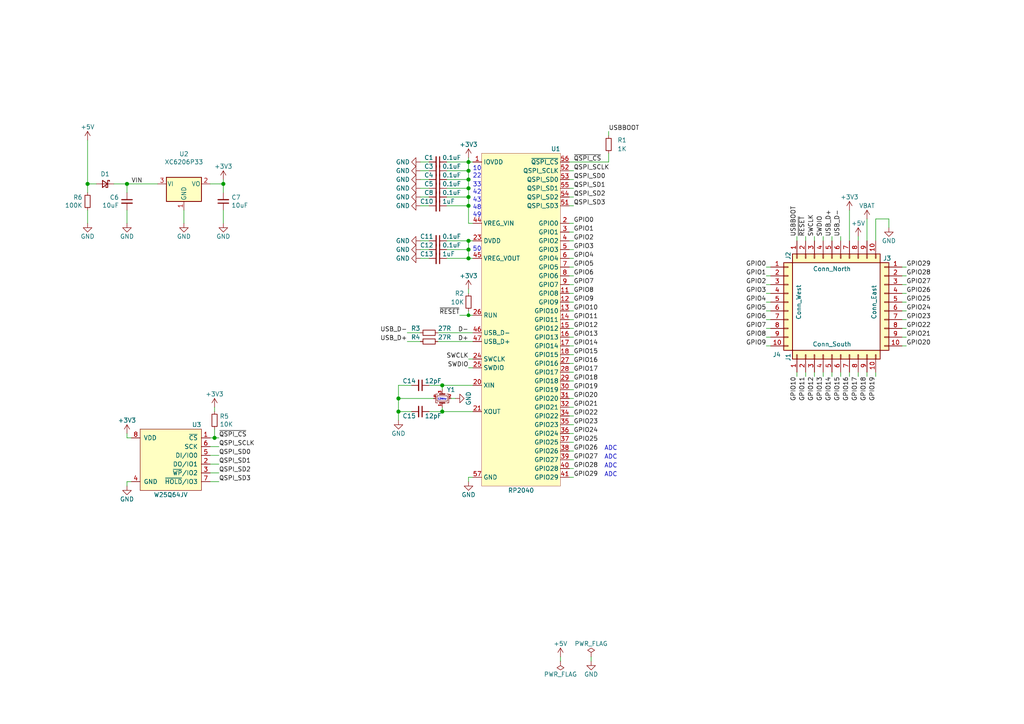
<source format=kicad_sch>
(kicad_sch
	(version 20231120)
	(generator "eeschema")
	(generator_version "8.0")
	(uuid "872e912f-cc14-4edf-9f9a-f509de06f155")
	(paper "A4")
	(lib_symbols
		(symbol "Connector_Generic:Conn_01x10"
			(pin_names
				(offset 1.016) hide)
			(exclude_from_sim no)
			(in_bom yes)
			(on_board yes)
			(property "Reference" "J"
				(at 0 12.7 0)
				(effects
					(font
						(size 1.27 1.27)
					)
				)
			)
			(property "Value" "Conn_01x10"
				(at 0 -15.24 0)
				(effects
					(font
						(size 1.27 1.27)
					)
				)
			)
			(property "Footprint" ""
				(at 0 0 0)
				(effects
					(font
						(size 1.27 1.27)
					)
					(hide yes)
				)
			)
			(property "Datasheet" "~"
				(at 0 0 0)
				(effects
					(font
						(size 1.27 1.27)
					)
					(hide yes)
				)
			)
			(property "Description" "Generic connector, single row, 01x10, script generated (kicad-library-utils/schlib/autogen/connector/)"
				(at 0 0 0)
				(effects
					(font
						(size 1.27 1.27)
					)
					(hide yes)
				)
			)
			(property "ki_keywords" "connector"
				(at 0 0 0)
				(effects
					(font
						(size 1.27 1.27)
					)
					(hide yes)
				)
			)
			(property "ki_fp_filters" "Connector*:*_1x??_*"
				(at 0 0 0)
				(effects
					(font
						(size 1.27 1.27)
					)
					(hide yes)
				)
			)
			(symbol "Conn_01x10_1_1"
				(rectangle
					(start -1.27 -12.573)
					(end 0 -12.827)
					(stroke
						(width 0.1524)
						(type default)
					)
					(fill
						(type none)
					)
				)
				(rectangle
					(start -1.27 -10.033)
					(end 0 -10.287)
					(stroke
						(width 0.1524)
						(type default)
					)
					(fill
						(type none)
					)
				)
				(rectangle
					(start -1.27 -7.493)
					(end 0 -7.747)
					(stroke
						(width 0.1524)
						(type default)
					)
					(fill
						(type none)
					)
				)
				(rectangle
					(start -1.27 -4.953)
					(end 0 -5.207)
					(stroke
						(width 0.1524)
						(type default)
					)
					(fill
						(type none)
					)
				)
				(rectangle
					(start -1.27 -2.413)
					(end 0 -2.667)
					(stroke
						(width 0.1524)
						(type default)
					)
					(fill
						(type none)
					)
				)
				(rectangle
					(start -1.27 0.127)
					(end 0 -0.127)
					(stroke
						(width 0.1524)
						(type default)
					)
					(fill
						(type none)
					)
				)
				(rectangle
					(start -1.27 2.667)
					(end 0 2.413)
					(stroke
						(width 0.1524)
						(type default)
					)
					(fill
						(type none)
					)
				)
				(rectangle
					(start -1.27 5.207)
					(end 0 4.953)
					(stroke
						(width 0.1524)
						(type default)
					)
					(fill
						(type none)
					)
				)
				(rectangle
					(start -1.27 7.747)
					(end 0 7.493)
					(stroke
						(width 0.1524)
						(type default)
					)
					(fill
						(type none)
					)
				)
				(rectangle
					(start -1.27 10.287)
					(end 0 10.033)
					(stroke
						(width 0.1524)
						(type default)
					)
					(fill
						(type none)
					)
				)
				(rectangle
					(start -1.27 11.43)
					(end 1.27 -13.97)
					(stroke
						(width 0.254)
						(type default)
					)
					(fill
						(type background)
					)
				)
				(pin passive line
					(at -5.08 10.16 0)
					(length 3.81)
					(name "Pin_1"
						(effects
							(font
								(size 1.27 1.27)
							)
						)
					)
					(number "1"
						(effects
							(font
								(size 1.27 1.27)
							)
						)
					)
				)
				(pin passive line
					(at -5.08 -12.7 0)
					(length 3.81)
					(name "Pin_10"
						(effects
							(font
								(size 1.27 1.27)
							)
						)
					)
					(number "10"
						(effects
							(font
								(size 1.27 1.27)
							)
						)
					)
				)
				(pin passive line
					(at -5.08 7.62 0)
					(length 3.81)
					(name "Pin_2"
						(effects
							(font
								(size 1.27 1.27)
							)
						)
					)
					(number "2"
						(effects
							(font
								(size 1.27 1.27)
							)
						)
					)
				)
				(pin passive line
					(at -5.08 5.08 0)
					(length 3.81)
					(name "Pin_3"
						(effects
							(font
								(size 1.27 1.27)
							)
						)
					)
					(number "3"
						(effects
							(font
								(size 1.27 1.27)
							)
						)
					)
				)
				(pin passive line
					(at -5.08 2.54 0)
					(length 3.81)
					(name "Pin_4"
						(effects
							(font
								(size 1.27 1.27)
							)
						)
					)
					(number "4"
						(effects
							(font
								(size 1.27 1.27)
							)
						)
					)
				)
				(pin passive line
					(at -5.08 0 0)
					(length 3.81)
					(name "Pin_5"
						(effects
							(font
								(size 1.27 1.27)
							)
						)
					)
					(number "5"
						(effects
							(font
								(size 1.27 1.27)
							)
						)
					)
				)
				(pin passive line
					(at -5.08 -2.54 0)
					(length 3.81)
					(name "Pin_6"
						(effects
							(font
								(size 1.27 1.27)
							)
						)
					)
					(number "6"
						(effects
							(font
								(size 1.27 1.27)
							)
						)
					)
				)
				(pin passive line
					(at -5.08 -5.08 0)
					(length 3.81)
					(name "Pin_7"
						(effects
							(font
								(size 1.27 1.27)
							)
						)
					)
					(number "7"
						(effects
							(font
								(size 1.27 1.27)
							)
						)
					)
				)
				(pin passive line
					(at -5.08 -7.62 0)
					(length 3.81)
					(name "Pin_8"
						(effects
							(font
								(size 1.27 1.27)
							)
						)
					)
					(number "8"
						(effects
							(font
								(size 1.27 1.27)
							)
						)
					)
				)
				(pin passive line
					(at -5.08 -10.16 0)
					(length 3.81)
					(name "Pin_9"
						(effects
							(font
								(size 1.27 1.27)
							)
						)
					)
					(number "9"
						(effects
							(font
								(size 1.27 1.27)
							)
						)
					)
				)
			)
		)
		(symbol "Device:C_Small"
			(pin_numbers hide)
			(pin_names
				(offset 0.254) hide)
			(exclude_from_sim no)
			(in_bom yes)
			(on_board yes)
			(property "Reference" "C"
				(at 0.254 1.778 0)
				(effects
					(font
						(size 1.27 1.27)
					)
					(justify left)
				)
			)
			(property "Value" "C_Small"
				(at 0.254 -2.032 0)
				(effects
					(font
						(size 1.27 1.27)
					)
					(justify left)
				)
			)
			(property "Footprint" ""
				(at 0 0 0)
				(effects
					(font
						(size 1.27 1.27)
					)
					(hide yes)
				)
			)
			(property "Datasheet" "~"
				(at 0 0 0)
				(effects
					(font
						(size 1.27 1.27)
					)
					(hide yes)
				)
			)
			(property "Description" "Unpolarized capacitor, small symbol"
				(at 0 0 0)
				(effects
					(font
						(size 1.27 1.27)
					)
					(hide yes)
				)
			)
			(property "ki_keywords" "capacitor cap"
				(at 0 0 0)
				(effects
					(font
						(size 1.27 1.27)
					)
					(hide yes)
				)
			)
			(property "ki_fp_filters" "C_*"
				(at 0 0 0)
				(effects
					(font
						(size 1.27 1.27)
					)
					(hide yes)
				)
			)
			(symbol "C_Small_0_1"
				(polyline
					(pts
						(xy -1.524 -0.508) (xy 1.524 -0.508)
					)
					(stroke
						(width 0.3302)
						(type default)
					)
					(fill
						(type none)
					)
				)
				(polyline
					(pts
						(xy -1.524 0.508) (xy 1.524 0.508)
					)
					(stroke
						(width 0.3048)
						(type default)
					)
					(fill
						(type none)
					)
				)
			)
			(symbol "C_Small_1_1"
				(pin passive line
					(at 0 2.54 270)
					(length 2.032)
					(name "~"
						(effects
							(font
								(size 1.27 1.27)
							)
						)
					)
					(number "1"
						(effects
							(font
								(size 1.27 1.27)
							)
						)
					)
				)
				(pin passive line
					(at 0 -2.54 90)
					(length 2.032)
					(name "~"
						(effects
							(font
								(size 1.27 1.27)
							)
						)
					)
					(number "2"
						(effects
							(font
								(size 1.27 1.27)
							)
						)
					)
				)
			)
		)
		(symbol "Device:Crystal_GND24_Small"
			(pin_names
				(offset 1.016) hide)
			(exclude_from_sim no)
			(in_bom yes)
			(on_board yes)
			(property "Reference" "Y"
				(at 1.27 4.445 0)
				(effects
					(font
						(size 1.27 1.27)
					)
					(justify left)
				)
			)
			(property "Value" "Crystal_GND24_Small"
				(at 1.27 2.54 0)
				(effects
					(font
						(size 1.27 1.27)
					)
					(justify left)
				)
			)
			(property "Footprint" ""
				(at 0 0 0)
				(effects
					(font
						(size 1.27 1.27)
					)
					(hide yes)
				)
			)
			(property "Datasheet" "~"
				(at 0 0 0)
				(effects
					(font
						(size 1.27 1.27)
					)
					(hide yes)
				)
			)
			(property "Description" "Four pin crystal, GND on pins 2 and 4, small symbol"
				(at 0 0 0)
				(effects
					(font
						(size 1.27 1.27)
					)
					(hide yes)
				)
			)
			(property "ki_keywords" "quartz ceramic resonator oscillator"
				(at 0 0 0)
				(effects
					(font
						(size 1.27 1.27)
					)
					(hide yes)
				)
			)
			(property "ki_fp_filters" "Crystal*"
				(at 0 0 0)
				(effects
					(font
						(size 1.27 1.27)
					)
					(hide yes)
				)
			)
			(symbol "Crystal_GND24_Small_0_1"
				(rectangle
					(start -0.762 -1.524)
					(end 0.762 1.524)
					(stroke
						(width 0)
						(type default)
					)
					(fill
						(type none)
					)
				)
				(polyline
					(pts
						(xy -1.27 -0.762) (xy -1.27 0.762)
					)
					(stroke
						(width 0.381)
						(type default)
					)
					(fill
						(type none)
					)
				)
				(polyline
					(pts
						(xy 1.27 -0.762) (xy 1.27 0.762)
					)
					(stroke
						(width 0.381)
						(type default)
					)
					(fill
						(type none)
					)
				)
				(polyline
					(pts
						(xy -1.27 -1.27) (xy -1.27 -1.905) (xy 1.27 -1.905) (xy 1.27 -1.27)
					)
					(stroke
						(width 0)
						(type default)
					)
					(fill
						(type none)
					)
				)
				(polyline
					(pts
						(xy -1.27 1.27) (xy -1.27 1.905) (xy 1.27 1.905) (xy 1.27 1.27)
					)
					(stroke
						(width 0)
						(type default)
					)
					(fill
						(type none)
					)
				)
			)
			(symbol "Crystal_GND24_Small_1_1"
				(pin passive line
					(at -2.54 0 0)
					(length 1.27)
					(name "1"
						(effects
							(font
								(size 1.27 1.27)
							)
						)
					)
					(number "1"
						(effects
							(font
								(size 0.762 0.762)
							)
						)
					)
				)
				(pin passive line
					(at 0 -2.54 90)
					(length 0.635)
					(name "2"
						(effects
							(font
								(size 1.27 1.27)
							)
						)
					)
					(number "2"
						(effects
							(font
								(size 0.762 0.762)
							)
						)
					)
				)
				(pin passive line
					(at 2.54 0 180)
					(length 1.27)
					(name "3"
						(effects
							(font
								(size 1.27 1.27)
							)
						)
					)
					(number "3"
						(effects
							(font
								(size 0.762 0.762)
							)
						)
					)
				)
				(pin passive line
					(at 0 2.54 270)
					(length 0.635)
					(name "4"
						(effects
							(font
								(size 1.27 1.27)
							)
						)
					)
					(number "4"
						(effects
							(font
								(size 0.762 0.762)
							)
						)
					)
				)
			)
		)
		(symbol "Device:D_Schottky_Small"
			(pin_numbers hide)
			(pin_names
				(offset 0.254) hide)
			(exclude_from_sim no)
			(in_bom yes)
			(on_board yes)
			(property "Reference" "D"
				(at -1.27 2.032 0)
				(effects
					(font
						(size 1.27 1.27)
					)
					(justify left)
				)
			)
			(property "Value" "D_Schottky_Small"
				(at -7.112 -2.032 0)
				(effects
					(font
						(size 1.27 1.27)
					)
					(justify left)
				)
			)
			(property "Footprint" ""
				(at 0 0 90)
				(effects
					(font
						(size 1.27 1.27)
					)
					(hide yes)
				)
			)
			(property "Datasheet" "~"
				(at 0 0 90)
				(effects
					(font
						(size 1.27 1.27)
					)
					(hide yes)
				)
			)
			(property "Description" "Schottky diode, small symbol"
				(at 0 0 0)
				(effects
					(font
						(size 1.27 1.27)
					)
					(hide yes)
				)
			)
			(property "ki_keywords" "diode Schottky"
				(at 0 0 0)
				(effects
					(font
						(size 1.27 1.27)
					)
					(hide yes)
				)
			)
			(property "ki_fp_filters" "TO-???* *_Diode_* *SingleDiode* D_*"
				(at 0 0 0)
				(effects
					(font
						(size 1.27 1.27)
					)
					(hide yes)
				)
			)
			(symbol "D_Schottky_Small_0_1"
				(polyline
					(pts
						(xy -0.762 0) (xy 0.762 0)
					)
					(stroke
						(width 0)
						(type default)
					)
					(fill
						(type none)
					)
				)
				(polyline
					(pts
						(xy 0.762 -1.016) (xy -0.762 0) (xy 0.762 1.016) (xy 0.762 -1.016)
					)
					(stroke
						(width 0.254)
						(type default)
					)
					(fill
						(type none)
					)
				)
				(polyline
					(pts
						(xy -1.27 0.762) (xy -1.27 1.016) (xy -0.762 1.016) (xy -0.762 -1.016) (xy -0.254 -1.016) (xy -0.254 -0.762)
					)
					(stroke
						(width 0.254)
						(type default)
					)
					(fill
						(type none)
					)
				)
			)
			(symbol "D_Schottky_Small_1_1"
				(pin passive line
					(at -2.54 0 0)
					(length 1.778)
					(name "K"
						(effects
							(font
								(size 1.27 1.27)
							)
						)
					)
					(number "1"
						(effects
							(font
								(size 1.27 1.27)
							)
						)
					)
				)
				(pin passive line
					(at 2.54 0 180)
					(length 1.778)
					(name "A"
						(effects
							(font
								(size 1.27 1.27)
							)
						)
					)
					(number "2"
						(effects
							(font
								(size 1.27 1.27)
							)
						)
					)
				)
			)
		)
		(symbol "Device:R_Small"
			(pin_numbers hide)
			(pin_names
				(offset 0.254) hide)
			(exclude_from_sim no)
			(in_bom yes)
			(on_board yes)
			(property "Reference" "R"
				(at 0.762 0.508 0)
				(effects
					(font
						(size 1.27 1.27)
					)
					(justify left)
				)
			)
			(property "Value" "R_Small"
				(at 0.762 -1.016 0)
				(effects
					(font
						(size 1.27 1.27)
					)
					(justify left)
				)
			)
			(property "Footprint" ""
				(at 0 0 0)
				(effects
					(font
						(size 1.27 1.27)
					)
					(hide yes)
				)
			)
			(property "Datasheet" "~"
				(at 0 0 0)
				(effects
					(font
						(size 1.27 1.27)
					)
					(hide yes)
				)
			)
			(property "Description" "Resistor, small symbol"
				(at 0 0 0)
				(effects
					(font
						(size 1.27 1.27)
					)
					(hide yes)
				)
			)
			(property "ki_keywords" "R resistor"
				(at 0 0 0)
				(effects
					(font
						(size 1.27 1.27)
					)
					(hide yes)
				)
			)
			(property "ki_fp_filters" "R_*"
				(at 0 0 0)
				(effects
					(font
						(size 1.27 1.27)
					)
					(hide yes)
				)
			)
			(symbol "R_Small_0_1"
				(rectangle
					(start -0.762 1.778)
					(end 0.762 -1.778)
					(stroke
						(width 0.2032)
						(type default)
					)
					(fill
						(type none)
					)
				)
			)
			(symbol "R_Small_1_1"
				(pin passive line
					(at 0 2.54 270)
					(length 0.762)
					(name "~"
						(effects
							(font
								(size 1.27 1.27)
							)
						)
					)
					(number "1"
						(effects
							(font
								(size 1.27 1.27)
							)
						)
					)
				)
				(pin passive line
					(at 0 -2.54 90)
					(length 0.762)
					(name "~"
						(effects
							(font
								(size 1.27 1.27)
							)
						)
					)
					(number "2"
						(effects
							(font
								(size 1.27 1.27)
							)
						)
					)
				)
			)
		)
		(symbol "MCU_RaspberryPi:RP2040"
			(exclude_from_sim no)
			(in_bom yes)
			(on_board yes)
			(property "Reference" "U"
				(at 11.43 1.27 0)
				(effects
					(font
						(size 1.27 1.27)
					)
				)
			)
			(property "Value" "RP2040"
				(at 0 -97.79 0)
				(effects
					(font
						(size 1.27 1.27)
					)
				)
			)
			(property "Footprint" "Package_DFN_QFN_Extra:QFN-56_EP_7x7_Pitch0.4mm"
				(at 0 -100.33 0)
				(effects
					(font
						(size 1.27 1.27)
					)
					(hide yes)
				)
			)
			(property "Datasheet" "https://datasheets.raspberrypi.org/rp2040/rp2040_datasheet.pdf"
				(at 0 -102.87 0)
				(effects
					(font
						(size 1.27 1.27)
					)
					(hide yes)
				)
			)
			(property "Description" ""
				(at 0 0 0)
				(effects
					(font
						(size 1.27 1.27)
					)
					(hide yes)
				)
			)
			(symbol "RP2040_0_0"
				(pin power_in line
					(at -13.97 -2.54 0)
					(length 2.54)
					(name "IOVDD"
						(effects
							(font
								(size 1.27 1.27)
							)
						)
					)
					(number "1"
						(effects
							(font
								(size 1.27 1.27)
							)
						)
					)
				)
				(pin passive line
					(at -13.97 -2.54 0)
					(length 2.54) hide
					(name "IOVDD"
						(effects
							(font
								(size 1.27 1.27)
							)
						)
					)
					(number "10"
						(effects
							(font
								(size 1.27 1.27)
							)
						)
					)
				)
				(pin bidirectional line
					(at 13.97 -40.64 180)
					(length 2.54)
					(name "GPIO8"
						(effects
							(font
								(size 1.27 1.27)
							)
						)
					)
					(number "11"
						(effects
							(font
								(size 1.27 1.27)
							)
						)
					)
				)
				(pin bidirectional line
					(at 13.97 -20.32 180)
					(length 2.54)
					(name "GPIO0"
						(effects
							(font
								(size 1.27 1.27)
							)
						)
					)
					(number "2"
						(effects
							(font
								(size 1.27 1.27)
							)
						)
					)
				)
				(pin bidirectional line
					(at 13.97 -22.86 180)
					(length 2.54)
					(name "GPIO1"
						(effects
							(font
								(size 1.27 1.27)
							)
						)
					)
					(number "3"
						(effects
							(font
								(size 1.27 1.27)
							)
						)
					)
				)
				(pin bidirectional line
					(at 13.97 -25.4 180)
					(length 2.54)
					(name "GPIO2"
						(effects
							(font
								(size 1.27 1.27)
							)
						)
					)
					(number "4"
						(effects
							(font
								(size 1.27 1.27)
							)
						)
					)
				)
				(pin bidirectional line
					(at 13.97 -27.94 180)
					(length 2.54)
					(name "GPIO3"
						(effects
							(font
								(size 1.27 1.27)
							)
						)
					)
					(number "5"
						(effects
							(font
								(size 1.27 1.27)
							)
						)
					)
				)
				(pin bidirectional line
					(at 13.97 -30.48 180)
					(length 2.54)
					(name "GPIO4"
						(effects
							(font
								(size 1.27 1.27)
							)
						)
					)
					(number "6"
						(effects
							(font
								(size 1.27 1.27)
							)
						)
					)
				)
				(pin bidirectional line
					(at 13.97 -33.02 180)
					(length 2.54)
					(name "GPIO5"
						(effects
							(font
								(size 1.27 1.27)
							)
						)
					)
					(number "7"
						(effects
							(font
								(size 1.27 1.27)
							)
						)
					)
				)
				(pin bidirectional line
					(at 13.97 -35.56 180)
					(length 2.54)
					(name "GPIO6"
						(effects
							(font
								(size 1.27 1.27)
							)
						)
					)
					(number "8"
						(effects
							(font
								(size 1.27 1.27)
							)
						)
					)
				)
				(pin bidirectional line
					(at 13.97 -38.1 180)
					(length 2.54)
					(name "GPIO7"
						(effects
							(font
								(size 1.27 1.27)
							)
						)
					)
					(number "9"
						(effects
							(font
								(size 1.27 1.27)
							)
						)
					)
				)
			)
			(symbol "RP2040_0_1"
				(rectangle
					(start -11.43 0)
					(end 11.43 -96.52)
					(stroke
						(width 0.001)
						(type default)
					)
					(fill
						(type background)
					)
				)
			)
			(symbol "RP2040_1_1"
				(pin bidirectional line
					(at 13.97 -43.18 180)
					(length 2.54)
					(name "GPIO9"
						(effects
							(font
								(size 1.27 1.27)
							)
						)
					)
					(number "12"
						(effects
							(font
								(size 1.27 1.27)
							)
						)
					)
				)
				(pin bidirectional line
					(at 13.97 -45.72 180)
					(length 2.54)
					(name "GPIO10"
						(effects
							(font
								(size 1.27 1.27)
							)
						)
					)
					(number "13"
						(effects
							(font
								(size 1.27 1.27)
							)
						)
					)
				)
				(pin bidirectional line
					(at 13.97 -48.26 180)
					(length 2.54)
					(name "GPIO11"
						(effects
							(font
								(size 1.27 1.27)
							)
						)
					)
					(number "14"
						(effects
							(font
								(size 1.27 1.27)
							)
						)
					)
				)
				(pin bidirectional line
					(at 13.97 -50.8 180)
					(length 2.54)
					(name "GPIO12"
						(effects
							(font
								(size 1.27 1.27)
							)
						)
					)
					(number "15"
						(effects
							(font
								(size 1.27 1.27)
							)
						)
					)
				)
				(pin bidirectional line
					(at 13.97 -53.34 180)
					(length 2.54)
					(name "GPIO13"
						(effects
							(font
								(size 1.27 1.27)
							)
						)
					)
					(number "16"
						(effects
							(font
								(size 1.27 1.27)
							)
						)
					)
				)
				(pin bidirectional line
					(at 13.97 -55.88 180)
					(length 2.54)
					(name "GPIO14"
						(effects
							(font
								(size 1.27 1.27)
							)
						)
					)
					(number "17"
						(effects
							(font
								(size 1.27 1.27)
							)
						)
					)
				)
				(pin bidirectional line
					(at 13.97 -58.42 180)
					(length 2.54)
					(name "GPIO15"
						(effects
							(font
								(size 1.27 1.27)
							)
						)
					)
					(number "18"
						(effects
							(font
								(size 1.27 1.27)
							)
						)
					)
				)
				(pin passive line
					(at -13.97 -93.98 0)
					(length 2.54) hide
					(name "TESTEN"
						(effects
							(font
								(size 1.27 1.27)
							)
						)
					)
					(number "19"
						(effects
							(font
								(size 1.27 1.27)
							)
						)
					)
				)
				(pin input line
					(at -13.97 -67.31 0)
					(length 2.54)
					(name "XIN"
						(effects
							(font
								(size 1.27 1.27)
							)
						)
					)
					(number "20"
						(effects
							(font
								(size 1.27 1.27)
							)
						)
					)
				)
				(pin output line
					(at -13.97 -74.93 0)
					(length 2.54)
					(name "XOUT"
						(effects
							(font
								(size 1.27 1.27)
							)
						)
					)
					(number "21"
						(effects
							(font
								(size 1.27 1.27)
							)
						)
					)
				)
				(pin passive line
					(at -13.97 -2.54 0)
					(length 2.54) hide
					(name "IOVDD"
						(effects
							(font
								(size 1.27 1.27)
							)
						)
					)
					(number "22"
						(effects
							(font
								(size 1.27 1.27)
							)
						)
					)
				)
				(pin power_in line
					(at -13.97 -25.4 0)
					(length 2.54)
					(name "DVDD"
						(effects
							(font
								(size 1.27 1.27)
							)
						)
					)
					(number "23"
						(effects
							(font
								(size 1.27 1.27)
							)
						)
					)
				)
				(pin input line
					(at -13.97 -59.69 0)
					(length 2.54)
					(name "SWCLK"
						(effects
							(font
								(size 1.27 1.27)
							)
						)
					)
					(number "24"
						(effects
							(font
								(size 1.27 1.27)
							)
						)
					)
				)
				(pin bidirectional line
					(at -13.97 -62.23 0)
					(length 2.54)
					(name "SWDIO"
						(effects
							(font
								(size 1.27 1.27)
							)
						)
					)
					(number "25"
						(effects
							(font
								(size 1.27 1.27)
							)
						)
					)
				)
				(pin input line
					(at -13.97 -46.99 0)
					(length 2.54)
					(name "RUN"
						(effects
							(font
								(size 1.27 1.27)
							)
						)
					)
					(number "26"
						(effects
							(font
								(size 1.27 1.27)
							)
						)
					)
				)
				(pin bidirectional line
					(at 13.97 -60.96 180)
					(length 2.54)
					(name "GPIO16"
						(effects
							(font
								(size 1.27 1.27)
							)
						)
					)
					(number "27"
						(effects
							(font
								(size 1.27 1.27)
							)
						)
					)
				)
				(pin bidirectional line
					(at 13.97 -63.5 180)
					(length 2.54)
					(name "GPIO17"
						(effects
							(font
								(size 1.27 1.27)
							)
						)
					)
					(number "28"
						(effects
							(font
								(size 1.27 1.27)
							)
						)
					)
				)
				(pin bidirectional line
					(at 13.97 -66.04 180)
					(length 2.54)
					(name "GPIO18"
						(effects
							(font
								(size 1.27 1.27)
							)
						)
					)
					(number "29"
						(effects
							(font
								(size 1.27 1.27)
							)
						)
					)
				)
				(pin bidirectional line
					(at 13.97 -68.58 180)
					(length 2.54)
					(name "GPIO19"
						(effects
							(font
								(size 1.27 1.27)
							)
						)
					)
					(number "30"
						(effects
							(font
								(size 1.27 1.27)
							)
						)
					)
				)
				(pin bidirectional line
					(at 13.97 -71.12 180)
					(length 2.54)
					(name "GPIO20"
						(effects
							(font
								(size 1.27 1.27)
							)
						)
					)
					(number "31"
						(effects
							(font
								(size 1.27 1.27)
							)
						)
					)
				)
				(pin bidirectional line
					(at 13.97 -73.66 180)
					(length 2.54)
					(name "GPIO21"
						(effects
							(font
								(size 1.27 1.27)
							)
						)
					)
					(number "32"
						(effects
							(font
								(size 1.27 1.27)
							)
						)
					)
				)
				(pin passive line
					(at -13.97 -2.54 0)
					(length 2.54) hide
					(name "IOVDD"
						(effects
							(font
								(size 1.27 1.27)
							)
						)
					)
					(number "33"
						(effects
							(font
								(size 1.27 1.27)
							)
						)
					)
				)
				(pin bidirectional line
					(at 13.97 -76.2 180)
					(length 2.54)
					(name "GPIO22"
						(effects
							(font
								(size 1.27 1.27)
							)
						)
					)
					(number "34"
						(effects
							(font
								(size 1.27 1.27)
							)
						)
					)
				)
				(pin bidirectional line
					(at 13.97 -78.74 180)
					(length 2.54)
					(name "GPIO23"
						(effects
							(font
								(size 1.27 1.27)
							)
						)
					)
					(number "35"
						(effects
							(font
								(size 1.27 1.27)
							)
						)
					)
				)
				(pin bidirectional line
					(at 13.97 -81.28 180)
					(length 2.54)
					(name "GPIO24"
						(effects
							(font
								(size 1.27 1.27)
							)
						)
					)
					(number "36"
						(effects
							(font
								(size 1.27 1.27)
							)
						)
					)
				)
				(pin bidirectional line
					(at 13.97 -83.82 180)
					(length 2.54)
					(name "GPIO25"
						(effects
							(font
								(size 1.27 1.27)
							)
						)
					)
					(number "37"
						(effects
							(font
								(size 1.27 1.27)
							)
						)
					)
				)
				(pin bidirectional line
					(at 13.97 -86.36 180)
					(length 2.54)
					(name "GPIO26"
						(effects
							(font
								(size 1.27 1.27)
							)
						)
					)
					(number "38"
						(effects
							(font
								(size 1.27 1.27)
							)
						)
					)
				)
				(pin bidirectional line
					(at 13.97 -88.9 180)
					(length 2.54)
					(name "GPIO27"
						(effects
							(font
								(size 1.27 1.27)
							)
						)
					)
					(number "39"
						(effects
							(font
								(size 1.27 1.27)
							)
						)
					)
				)
				(pin bidirectional line
					(at 13.97 -91.44 180)
					(length 2.54)
					(name "GPIO28"
						(effects
							(font
								(size 1.27 1.27)
							)
						)
					)
					(number "40"
						(effects
							(font
								(size 1.27 1.27)
							)
						)
					)
				)
				(pin bidirectional line
					(at 13.97 -93.98 180)
					(length 2.54)
					(name "GPIO29"
						(effects
							(font
								(size 1.27 1.27)
							)
						)
					)
					(number "41"
						(effects
							(font
								(size 1.27 1.27)
							)
						)
					)
				)
				(pin passive line
					(at -13.97 -2.54 0)
					(length 2.54) hide
					(name "IOVDD"
						(effects
							(font
								(size 1.27 1.27)
							)
						)
					)
					(number "42"
						(effects
							(font
								(size 1.27 1.27)
							)
						)
					)
				)
				(pin passive line
					(at -13.97 -2.54 0)
					(length 2.54) hide
					(name "ADC_AVDD"
						(effects
							(font
								(size 1.27 1.27)
							)
						)
					)
					(number "43"
						(effects
							(font
								(size 1.27 1.27)
							)
						)
					)
				)
				(pin power_in line
					(at -13.97 -20.32 0)
					(length 2.54)
					(name "VREG_VIN"
						(effects
							(font
								(size 1.27 1.27)
							)
						)
					)
					(number "44"
						(effects
							(font
								(size 1.27 1.27)
							)
						)
					)
				)
				(pin power_out line
					(at -13.97 -30.48 0)
					(length 2.54)
					(name "VREG_VOUT"
						(effects
							(font
								(size 1.27 1.27)
							)
						)
					)
					(number "45"
						(effects
							(font
								(size 1.27 1.27)
							)
						)
					)
				)
				(pin bidirectional line
					(at -13.97 -52.07 0)
					(length 2.54)
					(name "USB_D-"
						(effects
							(font
								(size 1.27 1.27)
							)
						)
					)
					(number "46"
						(effects
							(font
								(size 1.27 1.27)
							)
						)
					)
				)
				(pin bidirectional line
					(at -13.97 -54.61 0)
					(length 2.54)
					(name "USB_D+"
						(effects
							(font
								(size 1.27 1.27)
							)
						)
					)
					(number "47"
						(effects
							(font
								(size 1.27 1.27)
							)
						)
					)
				)
				(pin passive line
					(at -13.97 -2.54 0)
					(length 2.54) hide
					(name "USB_VDD"
						(effects
							(font
								(size 1.27 1.27)
							)
						)
					)
					(number "48"
						(effects
							(font
								(size 1.27 1.27)
							)
						)
					)
				)
				(pin passive line
					(at -13.97 -2.54 0)
					(length 2.54) hide
					(name "IOVDD"
						(effects
							(font
								(size 1.27 1.27)
							)
						)
					)
					(number "49"
						(effects
							(font
								(size 1.27 1.27)
							)
						)
					)
				)
				(pin passive line
					(at -13.97 -25.4 0)
					(length 2.54) hide
					(name "DVDD"
						(effects
							(font
								(size 1.27 1.27)
							)
						)
					)
					(number "50"
						(effects
							(font
								(size 1.27 1.27)
							)
						)
					)
				)
				(pin bidirectional line
					(at 13.97 -15.24 180)
					(length 2.54)
					(name "QSPI_SD3"
						(effects
							(font
								(size 1.27 1.27)
							)
						)
					)
					(number "51"
						(effects
							(font
								(size 1.27 1.27)
							)
						)
					)
				)
				(pin output line
					(at 13.97 -5.08 180)
					(length 2.54)
					(name "QSPI_SCLK"
						(effects
							(font
								(size 1.27 1.27)
							)
						)
					)
					(number "52"
						(effects
							(font
								(size 1.27 1.27)
							)
						)
					)
				)
				(pin bidirectional line
					(at 13.97 -7.62 180)
					(length 2.54)
					(name "QSPI_SD0"
						(effects
							(font
								(size 1.27 1.27)
							)
						)
					)
					(number "53"
						(effects
							(font
								(size 1.27 1.27)
							)
						)
					)
				)
				(pin bidirectional line
					(at 13.97 -12.7 180)
					(length 2.54)
					(name "QSPI_SD2"
						(effects
							(font
								(size 1.27 1.27)
							)
						)
					)
					(number "54"
						(effects
							(font
								(size 1.27 1.27)
							)
						)
					)
				)
				(pin bidirectional line
					(at 13.97 -10.16 180)
					(length 2.54)
					(name "QSPI_SD1"
						(effects
							(font
								(size 1.27 1.27)
							)
						)
					)
					(number "55"
						(effects
							(font
								(size 1.27 1.27)
							)
						)
					)
				)
				(pin input line
					(at 13.97 -2.54 180)
					(length 2.54)
					(name "~{QSPI_CS}"
						(effects
							(font
								(size 1.27 1.27)
							)
						)
					)
					(number "56"
						(effects
							(font
								(size 1.27 1.27)
							)
						)
					)
				)
				(pin power_in line
					(at -13.97 -93.98 0)
					(length 2.54)
					(name "GND"
						(effects
							(font
								(size 1.27 1.27)
							)
						)
					)
					(number "57"
						(effects
							(font
								(size 1.27 1.27)
							)
						)
					)
				)
			)
		)
		(symbol "Memory_Flash_Extra:W25Q64JV"
			(pin_names
				(offset 1.016)
			)
			(exclude_from_sim no)
			(in_bom yes)
			(on_board yes)
			(property "Reference" "U"
				(at 8.89 10.16 0)
				(effects
					(font
						(size 1.27 1.27)
					)
					(justify right)
				)
			)
			(property "Value" "W25Q64JV"
				(at 0 -10.16 0)
				(effects
					(font
						(size 1.27 1.27)
					)
				)
			)
			(property "Footprint" "Package_SON:WSON-8-1EP_6x5mm_P1.27mm_EP3.4x4mm"
				(at 0 -12.7 0)
				(effects
					(font
						(size 1.27 1.27)
					)
					(hide yes)
				)
			)
			(property "Datasheet" ""
				(at 0 -15.24 0)
				(effects
					(font
						(size 1.27 1.27)
					)
					(hide yes)
				)
			)
			(property "Description" ""
				(at 0 0 0)
				(effects
					(font
						(size 1.27 1.27)
					)
					(hide yes)
				)
			)
			(symbol "W25Q64JV_0_1"
				(rectangle
					(start -8.89 8.89)
					(end 8.89 -8.89)
					(stroke
						(width 0)
						(type default)
					)
					(fill
						(type background)
					)
				)
			)
			(symbol "W25Q64JV_1_1"
				(pin input line
					(at 11.43 6.35 180)
					(length 2.54)
					(name "~{CS}"
						(effects
							(font
								(size 1.27 1.27)
							)
						)
					)
					(number "1"
						(effects
							(font
								(size 1.27 1.27)
							)
						)
					)
				)
				(pin bidirectional line
					(at 11.43 -1.27 180)
					(length 2.54)
					(name "DO/IO1"
						(effects
							(font
								(size 1.27 1.27)
							)
						)
					)
					(number "2"
						(effects
							(font
								(size 1.27 1.27)
							)
						)
					)
				)
				(pin bidirectional line
					(at 11.43 -3.81 180)
					(length 2.54)
					(name "~{WP}/IO2"
						(effects
							(font
								(size 1.27 1.27)
							)
						)
					)
					(number "3"
						(effects
							(font
								(size 1.27 1.27)
							)
						)
					)
				)
				(pin power_in line
					(at -11.43 -6.35 0)
					(length 2.54)
					(name "GND"
						(effects
							(font
								(size 1.27 1.27)
							)
						)
					)
					(number "4"
						(effects
							(font
								(size 1.27 1.27)
							)
						)
					)
				)
				(pin bidirectional line
					(at 11.43 1.27 180)
					(length 2.54)
					(name "DI/IO0"
						(effects
							(font
								(size 1.27 1.27)
							)
						)
					)
					(number "5"
						(effects
							(font
								(size 1.27 1.27)
							)
						)
					)
				)
				(pin input line
					(at 11.43 3.81 180)
					(length 2.54)
					(name "SCK"
						(effects
							(font
								(size 1.27 1.27)
							)
						)
					)
					(number "6"
						(effects
							(font
								(size 1.27 1.27)
							)
						)
					)
				)
				(pin bidirectional line
					(at 11.43 -6.35 180)
					(length 2.54)
					(name "~{HOLD}/IO3"
						(effects
							(font
								(size 1.27 1.27)
							)
						)
					)
					(number "7"
						(effects
							(font
								(size 1.27 1.27)
							)
						)
					)
				)
				(pin power_in line
					(at -11.43 6.35 0)
					(length 2.54)
					(name "VDD"
						(effects
							(font
								(size 1.27 1.27)
							)
						)
					)
					(number "8"
						(effects
							(font
								(size 1.27 1.27)
							)
						)
					)
				)
				(pin passive line
					(at -11.43 -6.35 0)
					(length 2.54) hide
					(name "GND"
						(effects
							(font
								(size 1.27 1.27)
							)
						)
					)
					(number "9"
						(effects
							(font
								(size 1.27 1.27)
							)
						)
					)
				)
			)
		)
		(symbol "Regulator_Linear:XC6206PxxxMR"
			(pin_names
				(offset 0.254)
			)
			(exclude_from_sim no)
			(in_bom yes)
			(on_board yes)
			(property "Reference" "U"
				(at -3.81 3.175 0)
				(effects
					(font
						(size 1.27 1.27)
					)
				)
			)
			(property "Value" "XC6206PxxxMR"
				(at 0 3.175 0)
				(effects
					(font
						(size 1.27 1.27)
					)
					(justify left)
				)
			)
			(property "Footprint" "Package_TO_SOT_SMD:SOT-23-3"
				(at 0 5.715 0)
				(effects
					(font
						(size 1.27 1.27)
						(italic yes)
					)
					(hide yes)
				)
			)
			(property "Datasheet" "https://www.torexsemi.com/file/xc6206/XC6206.pdf"
				(at 0 0 0)
				(effects
					(font
						(size 1.27 1.27)
					)
					(hide yes)
				)
			)
			(property "Description" "Positive 60-250mA Low Dropout Regulator, Fixed Output, SOT-23"
				(at 0 0 0)
				(effects
					(font
						(size 1.27 1.27)
					)
					(hide yes)
				)
			)
			(property "ki_keywords" "Torex LDO Voltage Regulator Fixed Positive"
				(at 0 0 0)
				(effects
					(font
						(size 1.27 1.27)
					)
					(hide yes)
				)
			)
			(property "ki_fp_filters" "SOT?23?3*"
				(at 0 0 0)
				(effects
					(font
						(size 1.27 1.27)
					)
					(hide yes)
				)
			)
			(symbol "XC6206PxxxMR_0_1"
				(rectangle
					(start -5.08 1.905)
					(end 5.08 -5.08)
					(stroke
						(width 0.254)
						(type default)
					)
					(fill
						(type background)
					)
				)
			)
			(symbol "XC6206PxxxMR_1_1"
				(pin power_in line
					(at 0 -7.62 90)
					(length 2.54)
					(name "GND"
						(effects
							(font
								(size 1.27 1.27)
							)
						)
					)
					(number "1"
						(effects
							(font
								(size 1.27 1.27)
							)
						)
					)
				)
				(pin power_out line
					(at 7.62 0 180)
					(length 2.54)
					(name "VO"
						(effects
							(font
								(size 1.27 1.27)
							)
						)
					)
					(number "2"
						(effects
							(font
								(size 1.27 1.27)
							)
						)
					)
				)
				(pin power_in line
					(at -7.62 0 0)
					(length 2.54)
					(name "VI"
						(effects
							(font
								(size 1.27 1.27)
							)
						)
					)
					(number "3"
						(effects
							(font
								(size 1.27 1.27)
							)
						)
					)
				)
			)
		)
		(symbol "power:+3.3V"
			(power)
			(pin_names
				(offset 0)
			)
			(exclude_from_sim no)
			(in_bom yes)
			(on_board yes)
			(property "Reference" "#PWR"
				(at 0 -3.81 0)
				(effects
					(font
						(size 1.27 1.27)
					)
					(hide yes)
				)
			)
			(property "Value" "+3.3V"
				(at 0 3.556 0)
				(effects
					(font
						(size 1.27 1.27)
					)
				)
			)
			(property "Footprint" ""
				(at 0 0 0)
				(effects
					(font
						(size 1.27 1.27)
					)
					(hide yes)
				)
			)
			(property "Datasheet" ""
				(at 0 0 0)
				(effects
					(font
						(size 1.27 1.27)
					)
					(hide yes)
				)
			)
			(property "Description" "Power symbol creates a global label with name \"+3.3V\""
				(at 0 0 0)
				(effects
					(font
						(size 1.27 1.27)
					)
					(hide yes)
				)
			)
			(property "ki_keywords" "power-flag"
				(at 0 0 0)
				(effects
					(font
						(size 1.27 1.27)
					)
					(hide yes)
				)
			)
			(symbol "+3.3V_0_1"
				(polyline
					(pts
						(xy -0.762 1.27) (xy 0 2.54)
					)
					(stroke
						(width 0)
						(type default)
					)
					(fill
						(type none)
					)
				)
				(polyline
					(pts
						(xy 0 0) (xy 0 2.54)
					)
					(stroke
						(width 0)
						(type default)
					)
					(fill
						(type none)
					)
				)
				(polyline
					(pts
						(xy 0 2.54) (xy 0.762 1.27)
					)
					(stroke
						(width 0)
						(type default)
					)
					(fill
						(type none)
					)
				)
			)
			(symbol "+3.3V_1_1"
				(pin power_in line
					(at 0 0 90)
					(length 0) hide
					(name "+3V3"
						(effects
							(font
								(size 1.27 1.27)
							)
						)
					)
					(number "1"
						(effects
							(font
								(size 1.27 1.27)
							)
						)
					)
				)
			)
		)
		(symbol "power:+3V3"
			(power)
			(pin_names
				(offset 0)
			)
			(exclude_from_sim no)
			(in_bom yes)
			(on_board yes)
			(property "Reference" "#PWR"
				(at 0 -3.81 0)
				(effects
					(font
						(size 1.27 1.27)
					)
					(hide yes)
				)
			)
			(property "Value" "+3V3"
				(at 0 3.556 0)
				(effects
					(font
						(size 1.27 1.27)
					)
				)
			)
			(property "Footprint" ""
				(at 0 0 0)
				(effects
					(font
						(size 1.27 1.27)
					)
					(hide yes)
				)
			)
			(property "Datasheet" ""
				(at 0 0 0)
				(effects
					(font
						(size 1.27 1.27)
					)
					(hide yes)
				)
			)
			(property "Description" "Power symbol creates a global label with name \"+3V3\""
				(at 0 0 0)
				(effects
					(font
						(size 1.27 1.27)
					)
					(hide yes)
				)
			)
			(property "ki_keywords" "power-flag"
				(at 0 0 0)
				(effects
					(font
						(size 1.27 1.27)
					)
					(hide yes)
				)
			)
			(symbol "+3V3_0_1"
				(polyline
					(pts
						(xy -0.762 1.27) (xy 0 2.54)
					)
					(stroke
						(width 0)
						(type default)
					)
					(fill
						(type none)
					)
				)
				(polyline
					(pts
						(xy 0 0) (xy 0 2.54)
					)
					(stroke
						(width 0)
						(type default)
					)
					(fill
						(type none)
					)
				)
				(polyline
					(pts
						(xy 0 2.54) (xy 0.762 1.27)
					)
					(stroke
						(width 0)
						(type default)
					)
					(fill
						(type none)
					)
				)
			)
			(symbol "+3V3_1_1"
				(pin power_in line
					(at 0 0 90)
					(length 0) hide
					(name "+3V3"
						(effects
							(font
								(size 1.27 1.27)
							)
						)
					)
					(number "1"
						(effects
							(font
								(size 1.27 1.27)
							)
						)
					)
				)
			)
		)
		(symbol "power:+5V"
			(power)
			(pin_names
				(offset 0)
			)
			(exclude_from_sim no)
			(in_bom yes)
			(on_board yes)
			(property "Reference" "#PWR"
				(at 0 -3.81 0)
				(effects
					(font
						(size 1.27 1.27)
					)
					(hide yes)
				)
			)
			(property "Value" "+5V"
				(at 0 3.556 0)
				(effects
					(font
						(size 1.27 1.27)
					)
				)
			)
			(property "Footprint" ""
				(at 0 0 0)
				(effects
					(font
						(size 1.27 1.27)
					)
					(hide yes)
				)
			)
			(property "Datasheet" ""
				(at 0 0 0)
				(effects
					(font
						(size 1.27 1.27)
					)
					(hide yes)
				)
			)
			(property "Description" "Power symbol creates a global label with name \"+5V\""
				(at 0 0 0)
				(effects
					(font
						(size 1.27 1.27)
					)
					(hide yes)
				)
			)
			(property "ki_keywords" "power-flag"
				(at 0 0 0)
				(effects
					(font
						(size 1.27 1.27)
					)
					(hide yes)
				)
			)
			(symbol "+5V_0_1"
				(polyline
					(pts
						(xy -0.762 1.27) (xy 0 2.54)
					)
					(stroke
						(width 0)
						(type default)
					)
					(fill
						(type none)
					)
				)
				(polyline
					(pts
						(xy 0 0) (xy 0 2.54)
					)
					(stroke
						(width 0)
						(type default)
					)
					(fill
						(type none)
					)
				)
				(polyline
					(pts
						(xy 0 2.54) (xy 0.762 1.27)
					)
					(stroke
						(width 0)
						(type default)
					)
					(fill
						(type none)
					)
				)
			)
			(symbol "+5V_1_1"
				(pin power_in line
					(at 0 0 90)
					(length 0) hide
					(name "+5V"
						(effects
							(font
								(size 1.27 1.27)
							)
						)
					)
					(number "1"
						(effects
							(font
								(size 1.27 1.27)
							)
						)
					)
				)
			)
		)
		(symbol "power:GND"
			(power)
			(pin_names
				(offset 0)
			)
			(exclude_from_sim no)
			(in_bom yes)
			(on_board yes)
			(property "Reference" "#PWR"
				(at 0 -6.35 0)
				(effects
					(font
						(size 1.27 1.27)
					)
					(hide yes)
				)
			)
			(property "Value" "GND"
				(at 0 -3.81 0)
				(effects
					(font
						(size 1.27 1.27)
					)
				)
			)
			(property "Footprint" ""
				(at 0 0 0)
				(effects
					(font
						(size 1.27 1.27)
					)
					(hide yes)
				)
			)
			(property "Datasheet" ""
				(at 0 0 0)
				(effects
					(font
						(size 1.27 1.27)
					)
					(hide yes)
				)
			)
			(property "Description" "Power symbol creates a global label with name \"GND\" , ground"
				(at 0 0 0)
				(effects
					(font
						(size 1.27 1.27)
					)
					(hide yes)
				)
			)
			(property "ki_keywords" "power-flag"
				(at 0 0 0)
				(effects
					(font
						(size 1.27 1.27)
					)
					(hide yes)
				)
			)
			(symbol "GND_0_1"
				(polyline
					(pts
						(xy 0 0) (xy 0 -1.27) (xy 1.27 -1.27) (xy 0 -2.54) (xy -1.27 -1.27) (xy 0 -1.27)
					)
					(stroke
						(width 0)
						(type default)
					)
					(fill
						(type none)
					)
				)
			)
			(symbol "GND_1_1"
				(pin power_in line
					(at 0 0 270)
					(length 0) hide
					(name "GND"
						(effects
							(font
								(size 1.27 1.27)
							)
						)
					)
					(number "1"
						(effects
							(font
								(size 1.27 1.27)
							)
						)
					)
				)
			)
		)
		(symbol "power:PWR_FLAG"
			(power)
			(pin_numbers hide)
			(pin_names
				(offset 0) hide)
			(exclude_from_sim no)
			(in_bom yes)
			(on_board yes)
			(property "Reference" "#FLG"
				(at 0 1.905 0)
				(effects
					(font
						(size 1.27 1.27)
					)
					(hide yes)
				)
			)
			(property "Value" "PWR_FLAG"
				(at 0 3.81 0)
				(effects
					(font
						(size 1.27 1.27)
					)
				)
			)
			(property "Footprint" ""
				(at 0 0 0)
				(effects
					(font
						(size 1.27 1.27)
					)
					(hide yes)
				)
			)
			(property "Datasheet" "~"
				(at 0 0 0)
				(effects
					(font
						(size 1.27 1.27)
					)
					(hide yes)
				)
			)
			(property "Description" "Special symbol for telling ERC where power comes from"
				(at 0 0 0)
				(effects
					(font
						(size 1.27 1.27)
					)
					(hide yes)
				)
			)
			(property "ki_keywords" "power-flag"
				(at 0 0 0)
				(effects
					(font
						(size 1.27 1.27)
					)
					(hide yes)
				)
			)
			(symbol "PWR_FLAG_0_0"
				(pin power_out line
					(at 0 0 90)
					(length 0)
					(name "pwr"
						(effects
							(font
								(size 1.27 1.27)
							)
						)
					)
					(number "1"
						(effects
							(font
								(size 1.27 1.27)
							)
						)
					)
				)
			)
			(symbol "PWR_FLAG_0_1"
				(polyline
					(pts
						(xy 0 0) (xy 0 1.27) (xy -1.016 1.905) (xy 0 2.54) (xy 1.016 1.905) (xy 0 1.27)
					)
					(stroke
						(width 0)
						(type default)
					)
					(fill
						(type none)
					)
				)
			)
		)
		(symbol "power_extra:VBAT"
			(power)
			(pin_names
				(offset 0)
			)
			(exclude_from_sim no)
			(in_bom yes)
			(on_board yes)
			(property "Reference" "#PWR"
				(at 0 -3.81 0)
				(effects
					(font
						(size 1.27 1.27)
					)
					(hide yes)
				)
			)
			(property "Value" "VBAT"
				(at 0 3.556 0)
				(effects
					(font
						(size 1.27 1.27)
					)
				)
			)
			(property "Footprint" ""
				(at 0 0 0)
				(effects
					(font
						(size 1.27 1.27)
					)
					(hide yes)
				)
			)
			(property "Datasheet" ""
				(at 0 0 0)
				(effects
					(font
						(size 1.27 1.27)
					)
					(hide yes)
				)
			)
			(property "Description" ""
				(at 0 0 0)
				(effects
					(font
						(size 1.27 1.27)
					)
					(hide yes)
				)
			)
			(symbol "VBAT_0_1"
				(polyline
					(pts
						(xy -0.762 1.27) (xy 0 2.54)
					)
					(stroke
						(width 0)
						(type default)
					)
					(fill
						(type none)
					)
				)
				(polyline
					(pts
						(xy 0 0) (xy 0 2.54)
					)
					(stroke
						(width 0)
						(type default)
					)
					(fill
						(type none)
					)
				)
				(polyline
					(pts
						(xy 0 2.54) (xy 0.762 1.27)
					)
					(stroke
						(width 0)
						(type default)
					)
					(fill
						(type none)
					)
				)
			)
			(symbol "VBAT_1_1"
				(pin power_in line
					(at 0 0 90)
					(length 0) hide
					(name "VBAT"
						(effects
							(font
								(size 1.27 1.27)
							)
						)
					)
					(number "1"
						(effects
							(font
								(size 1.27 1.27)
							)
						)
					)
				)
			)
		)
	)
	(junction
		(at 135.89 46.99)
		(diameter 1.016)
		(color 0 0 0 0)
		(uuid "20a29b55-0fc5-4164-8c8b-e6c9185f956e")
	)
	(junction
		(at 135.89 69.85)
		(diameter 1.016)
		(color 0 0 0 0)
		(uuid "20f58ffb-7a86-482b-9a2a-ccfdc55a969f")
	)
	(junction
		(at 135.89 59.69)
		(diameter 1.016)
		(color 0 0 0 0)
		(uuid "361834aa-cae0-4c61-96f2-950c5bfea2bc")
	)
	(junction
		(at 135.89 54.61)
		(diameter 1.016)
		(color 0 0 0 0)
		(uuid "4209cc2a-39de-49c1-84d9-835d5ce621a9")
	)
	(junction
		(at 115.57 119.38)
		(diameter 1.016)
		(color 0 0 0 0)
		(uuid "529ec1cd-2089-48cb-9e11-92519e42c60a")
	)
	(junction
		(at 135.89 91.44)
		(diameter 0)
		(color 0 0 0 0)
		(uuid "6d577233-55e4-498a-9fec-91f801d9dfe4")
	)
	(junction
		(at 25.4 53.34)
		(diameter 1.016)
		(color 0 0 0 0)
		(uuid "6e113def-6dee-45f6-8156-b143dad78271")
	)
	(junction
		(at 62.23 127)
		(diameter 1.016)
		(color 0 0 0 0)
		(uuid "70b39e1d-3ca1-4f6c-8968-71cd7cb52399")
	)
	(junction
		(at 115.57 115.57)
		(diameter 1.016)
		(color 0 0 0 0)
		(uuid "752fa8c4-285b-47d1-84e4-f8edd8325a79")
	)
	(junction
		(at 128.27 111.76)
		(diameter 1.016)
		(color 0 0 0 0)
		(uuid "848ee978-5c00-48b1-8547-6922bb408c99")
	)
	(junction
		(at 135.89 57.15)
		(diameter 1.016)
		(color 0 0 0 0)
		(uuid "9cab6095-c0ca-471c-97a3-cedddfe9b736")
	)
	(junction
		(at 36.83 53.34)
		(diameter 1.016)
		(color 0 0 0 0)
		(uuid "adb3469f-f3bc-4ef8-a912-720064f042e0")
	)
	(junction
		(at 135.89 52.07)
		(diameter 1.016)
		(color 0 0 0 0)
		(uuid "afb41b28-5700-41af-b9e5-5455d4fb3e70")
	)
	(junction
		(at 128.27 119.38)
		(diameter 1.016)
		(color 0 0 0 0)
		(uuid "cdcc1799-958c-4375-bdab-b5c347571c94")
	)
	(junction
		(at 64.77 53.34)
		(diameter 1.016)
		(color 0 0 0 0)
		(uuid "d59e67bb-4f17-46f9-ad5d-4c48e36d1508")
	)
	(junction
		(at 135.89 49.53)
		(diameter 1.016)
		(color 0 0 0 0)
		(uuid "db7c02f5-c267-4014-b72c-e8ecf7f5abe0")
	)
	(junction
		(at 135.89 74.93)
		(diameter 1.016)
		(color 0 0 0 0)
		(uuid "e20296b1-9494-4efc-93ab-22ffa4446ba2")
	)
	(junction
		(at 135.89 72.39)
		(diameter 1.016)
		(color 0 0 0 0)
		(uuid "fe4a5c56-4afd-44c3-acc7-7eca4e23abe0")
	)
	(wire
		(pts
			(xy 128.27 111.76) (xy 137.16 111.76)
		)
		(stroke
			(width 0)
			(type solid)
		)
		(uuid "0219e825-e001-445a-9e97-b57f2a55cd9a")
	)
	(wire
		(pts
			(xy 36.83 53.34) (xy 36.83 55.88)
		)
		(stroke
			(width 0)
			(type solid)
		)
		(uuid "0434d587-fe35-4678-941b-64b005296854")
	)
	(wire
		(pts
			(xy 223.52 100.33) (xy 222.25 100.33)
		)
		(stroke
			(width 0)
			(type solid)
		)
		(uuid "050105ff-339c-4352-bea5-a5b32d051efc")
	)
	(wire
		(pts
			(xy 165.1 105.41) (xy 166.37 105.41)
		)
		(stroke
			(width 0)
			(type solid)
		)
		(uuid "05058919-92c5-4ac6-aac3-1a5c2084f500")
	)
	(wire
		(pts
			(xy 129.54 54.61) (xy 135.89 54.61)
		)
		(stroke
			(width 0)
			(type solid)
		)
		(uuid "061b6f85-3cd9-4832-8ec2-496f9322c214")
	)
	(wire
		(pts
			(xy 223.52 92.71) (xy 222.25 92.71)
		)
		(stroke
			(width 0)
			(type solid)
		)
		(uuid "07dcce1a-62ec-47cb-b590-ec31b157b12b")
	)
	(wire
		(pts
			(xy 223.52 82.55) (xy 222.25 82.55)
		)
		(stroke
			(width 0)
			(type solid)
		)
		(uuid "0c08bec9-d03f-47e5-86fb-0613b2a6ff9d")
	)
	(wire
		(pts
			(xy 121.92 57.15) (xy 124.46 57.15)
		)
		(stroke
			(width 0)
			(type solid)
		)
		(uuid "0c49f40a-5f27-47f6-be6a-468ceb5aa2ae")
	)
	(wire
		(pts
			(xy 53.34 60.96) (xy 53.34 64.77)
		)
		(stroke
			(width 0)
			(type solid)
		)
		(uuid "0ef31db9-89f4-4754-9239-8b92a4fc057e")
	)
	(wire
		(pts
			(xy 36.83 53.34) (xy 33.02 53.34)
		)
		(stroke
			(width 0)
			(type solid)
		)
		(uuid "110418fb-02ca-47c3-9ceb-f5ba7114e87f")
	)
	(wire
		(pts
			(xy 124.46 119.38) (xy 128.27 119.38)
		)
		(stroke
			(width 0)
			(type solid)
		)
		(uuid "1228fd01-c23d-42e3-a9f2-fe56f7f0a232")
	)
	(wire
		(pts
			(xy 137.16 64.77) (xy 135.89 64.77)
		)
		(stroke
			(width 0)
			(type solid)
		)
		(uuid "15215a93-a4e7-43ac-a416-9abb4ee1d86f")
	)
	(wire
		(pts
			(xy 129.54 57.15) (xy 135.89 57.15)
		)
		(stroke
			(width 0)
			(type solid)
		)
		(uuid "1789f65e-4b2b-4a01-9fa7-695bada5a69e")
	)
	(wire
		(pts
			(xy 165.1 85.09) (xy 166.37 85.09)
		)
		(stroke
			(width 0)
			(type solid)
		)
		(uuid "19db3af4-aa82-4713-98f4-6513d5fd8179")
	)
	(wire
		(pts
			(xy 231.14 107.95) (xy 231.14 109.22)
		)
		(stroke
			(width 0)
			(type solid)
		)
		(uuid "1c002284-2800-4d56-83eb-d5a7d99bf926")
	)
	(wire
		(pts
			(xy 165.1 72.39) (xy 166.37 72.39)
		)
		(stroke
			(width 0)
			(type solid)
		)
		(uuid "2008b202-402e-4ce7-84aa-e0fc92a68035")
	)
	(wire
		(pts
			(xy 166.37 102.87) (xy 165.1 102.87)
		)
		(stroke
			(width 0)
			(type solid)
		)
		(uuid "2100816e-4f47-44c3-941c-6fe200016170")
	)
	(wire
		(pts
			(xy 165.1 92.71) (xy 166.37 92.71)
		)
		(stroke
			(width 0)
			(type solid)
		)
		(uuid "2138abd5-2156-4c3c-ba43-31b69a9a3cff")
	)
	(wire
		(pts
			(xy 261.62 80.01) (xy 262.89 80.01)
		)
		(stroke
			(width 0)
			(type solid)
		)
		(uuid "23bc95bc-f873-48ff-9bed-7b71b11d23b7")
	)
	(wire
		(pts
			(xy 165.1 64.77) (xy 166.37 64.77)
		)
		(stroke
			(width 0)
			(type solid)
		)
		(uuid "250c6480-5ccd-4e9a-b971-ff693fcdccfb")
	)
	(wire
		(pts
			(xy 171.45 190.5) (xy 171.45 191.77)
		)
		(stroke
			(width 0)
			(type solid)
		)
		(uuid "270e210e-a2e4-4636-813a-5b93df437a17")
	)
	(wire
		(pts
			(xy 236.22 107.95) (xy 236.22 109.22)
		)
		(stroke
			(width 0)
			(type solid)
		)
		(uuid "286e4f61-e5b4-4925-8fbc-005f521ee9f8")
	)
	(wire
		(pts
			(xy 38.1 139.7) (xy 36.83 139.7)
		)
		(stroke
			(width 0)
			(type solid)
		)
		(uuid "29bf9ac2-abd9-4ef9-8b14-44089d5b45d1")
	)
	(wire
		(pts
			(xy 135.89 54.61) (xy 135.89 57.15)
		)
		(stroke
			(width 0)
			(type solid)
		)
		(uuid "2a3d868c-374e-4393-a28d-5cdc3c443991")
	)
	(wire
		(pts
			(xy 129.54 52.07) (xy 135.89 52.07)
		)
		(stroke
			(width 0)
			(type solid)
		)
		(uuid "2c9ccf03-68e3-4a2a-9550-97082e82b06d")
	)
	(wire
		(pts
			(xy 128.27 119.38) (xy 137.16 119.38)
		)
		(stroke
			(width 0)
			(type solid)
		)
		(uuid "3198023c-65a3-4513-9a1c-d6ee0669115d")
	)
	(wire
		(pts
			(xy 176.53 46.99) (xy 176.53 44.45)
		)
		(stroke
			(width 0)
			(type solid)
		)
		(uuid "3282399d-09b8-4dce-bd98-cf633e7ec0e4")
	)
	(wire
		(pts
			(xy 121.92 46.99) (xy 124.46 46.99)
		)
		(stroke
			(width 0)
			(type solid)
		)
		(uuid "33173835-a1c4-435e-b900-4168a33fbfb0")
	)
	(wire
		(pts
			(xy 135.89 138.43) (xy 135.89 139.7)
		)
		(stroke
			(width 0)
			(type solid)
		)
		(uuid "3334e3ac-177b-46d7-8e7d-cd447cae545f")
	)
	(wire
		(pts
			(xy 166.37 52.07) (xy 165.1 52.07)
		)
		(stroke
			(width 0)
			(type solid)
		)
		(uuid "33873e6d-0505-4257-b8ac-46e289ee4cdd")
	)
	(wire
		(pts
			(xy 115.57 115.57) (xy 115.57 119.38)
		)
		(stroke
			(width 0)
			(type solid)
		)
		(uuid "33b4de43-57b7-4bb9-9d71-9954ee367574")
	)
	(wire
		(pts
			(xy 251.46 107.95) (xy 251.46 109.22)
		)
		(stroke
			(width 0)
			(type solid)
		)
		(uuid "395ab7ed-f8db-44eb-91d9-1b8694965bbe")
	)
	(wire
		(pts
			(xy 135.89 69.85) (xy 137.16 69.85)
		)
		(stroke
			(width 0)
			(type solid)
		)
		(uuid "395fe5b9-15bf-4be9-88c9-e133bc1cdb66")
	)
	(wire
		(pts
			(xy 223.52 90.17) (xy 222.25 90.17)
		)
		(stroke
			(width 0)
			(type solid)
		)
		(uuid "3af01096-e256-4cdc-ac99-c97afed42934")
	)
	(wire
		(pts
			(xy 60.96 137.16) (xy 63.5 137.16)
		)
		(stroke
			(width 0)
			(type solid)
		)
		(uuid "4234e7df-2238-4baf-969d-046a66623305")
	)
	(wire
		(pts
			(xy 165.1 118.11) (xy 166.37 118.11)
		)
		(stroke
			(width 0)
			(type solid)
		)
		(uuid "42ef6360-2df8-43c0-a0c3-2f28cb2879b3")
	)
	(wire
		(pts
			(xy 36.83 60.96) (xy 36.83 64.77)
		)
		(stroke
			(width 0)
			(type solid)
		)
		(uuid "47bdf9ff-a76b-47fb-8240-ee30d7e450c1")
	)
	(wire
		(pts
			(xy 165.1 107.95) (xy 166.37 107.95)
		)
		(stroke
			(width 0)
			(type solid)
		)
		(uuid "48edadc1-f2a8-47dd-bce7-8928140a5dc1")
	)
	(wire
		(pts
			(xy 118.11 96.52) (xy 121.92 96.52)
		)
		(stroke
			(width 0)
			(type solid)
		)
		(uuid "48f20ce4-f2ed-4bc4-a03c-030d65b6be29")
	)
	(wire
		(pts
			(xy 241.3 107.95) (xy 241.3 109.22)
		)
		(stroke
			(width 0)
			(type solid)
		)
		(uuid "49622597-f296-45b4-bb81-cd8f9f5e15e4")
	)
	(wire
		(pts
			(xy 261.62 92.71) (xy 262.89 92.71)
		)
		(stroke
			(width 0)
			(type solid)
		)
		(uuid "49f3ff6d-0b1b-409c-9c1e-5c75fe0f7cc1")
	)
	(wire
		(pts
			(xy 121.92 72.39) (xy 124.46 72.39)
		)
		(stroke
			(width 0)
			(type solid)
		)
		(uuid "4ae3b73c-cd96-4922-b3cf-05187a7b6505")
	)
	(wire
		(pts
			(xy 165.1 90.17) (xy 166.37 90.17)
		)
		(stroke
			(width 0)
			(type solid)
		)
		(uuid "4b3482c7-2a9e-4560-88f0-48a2eb0c503e")
	)
	(wire
		(pts
			(xy 165.1 133.35) (xy 166.37 133.35)
		)
		(stroke
			(width 0)
			(type solid)
		)
		(uuid "4ce49854-df3b-4e40-8f73-6d6c58f2a415")
	)
	(wire
		(pts
			(xy 129.54 46.99) (xy 135.89 46.99)
		)
		(stroke
			(width 0)
			(type solid)
		)
		(uuid "538fe86c-ab3c-4099-bfae-49db93f16b62")
	)
	(wire
		(pts
			(xy 261.62 87.63) (xy 262.89 87.63)
		)
		(stroke
			(width 0)
			(type solid)
		)
		(uuid "55f5f19d-d3a5-4e5f-bd19-347952159af1")
	)
	(wire
		(pts
			(xy 165.1 74.93) (xy 166.37 74.93)
		)
		(stroke
			(width 0)
			(type solid)
		)
		(uuid "5618b92c-5c4c-4c9a-83b4-2c10bba71dff")
	)
	(wire
		(pts
			(xy 233.68 69.85) (xy 233.68 68.58)
		)
		(stroke
			(width 0)
			(type solid)
		)
		(uuid "569ea01b-1668-4de6-b414-1678b9fe9bb6")
	)
	(wire
		(pts
			(xy 261.62 97.79) (xy 262.89 97.79)
		)
		(stroke
			(width 0)
			(type solid)
		)
		(uuid "5a3a71aa-0f13-4b1b-b00c-14e398f014c7")
	)
	(wire
		(pts
			(xy 121.92 69.85) (xy 124.46 69.85)
		)
		(stroke
			(width 0)
			(type solid)
		)
		(uuid "5a9d575f-dd11-4b1d-bc09-5f4f31447ee7")
	)
	(wire
		(pts
			(xy 64.77 53.34) (xy 64.77 55.88)
		)
		(stroke
			(width 0)
			(type solid)
		)
		(uuid "5be4a3e4-205b-420c-8cdd-74cfc104fb97")
	)
	(wire
		(pts
			(xy 118.11 99.06) (xy 121.92 99.06)
		)
		(stroke
			(width 0)
			(type solid)
		)
		(uuid "5c341bce-3047-4b84-a145-31b727e3b732")
	)
	(wire
		(pts
			(xy 231.14 69.85) (xy 231.14 68.58)
		)
		(stroke
			(width 0)
			(type solid)
		)
		(uuid "5d122379-103c-46ee-82d7-3d8577e0ea95")
	)
	(wire
		(pts
			(xy 135.89 104.14) (xy 137.16 104.14)
		)
		(stroke
			(width 0)
			(type solid)
		)
		(uuid "5d57bc9d-eec5-422b-8c52-4883c71c81ff")
	)
	(wire
		(pts
			(xy 261.62 82.55) (xy 262.89 82.55)
		)
		(stroke
			(width 0)
			(type solid)
		)
		(uuid "5d662c28-078c-4910-bfa8-b8ea85312ba5")
	)
	(wire
		(pts
			(xy 165.1 82.55) (xy 166.37 82.55)
		)
		(stroke
			(width 0)
			(type solid)
		)
		(uuid "5d9804f5-5175-4cac-bd73-8790884ad3c2")
	)
	(wire
		(pts
			(xy 64.77 60.96) (xy 64.77 64.77)
		)
		(stroke
			(width 0)
			(type solid)
		)
		(uuid "5e6f10a8-9ea1-4093-b1a0-1094372ea3de")
	)
	(wire
		(pts
			(xy 261.62 90.17) (xy 262.89 90.17)
		)
		(stroke
			(width 0)
			(type solid)
		)
		(uuid "5eb3b612-e157-429d-9563-625e07773a37")
	)
	(wire
		(pts
			(xy 115.57 111.76) (xy 115.57 115.57)
		)
		(stroke
			(width 0)
			(type solid)
		)
		(uuid "62997cb5-bb4a-496c-8302-61e4640e4119")
	)
	(wire
		(pts
			(xy 60.96 127) (xy 62.23 127)
		)
		(stroke
			(width 0)
			(type solid)
		)
		(uuid "64f5b000-8afb-4296-8264-a034cdc8d6d7")
	)
	(wire
		(pts
			(xy 261.62 95.25) (xy 262.89 95.25)
		)
		(stroke
			(width 0)
			(type solid)
		)
		(uuid "656e0666-8eda-4c61-9cf8-184c9ab8c803")
	)
	(wire
		(pts
			(xy 60.96 139.7) (xy 63.5 139.7)
		)
		(stroke
			(width 0)
			(type solid)
		)
		(uuid "66681ce5-bbc8-4284-b930-a0b40c140247")
	)
	(wire
		(pts
			(xy 115.57 119.38) (xy 119.38 119.38)
		)
		(stroke
			(width 0)
			(type solid)
		)
		(uuid "682241e8-8911-4926-88c8-1c7239b4a46e")
	)
	(wire
		(pts
			(xy 223.52 80.01) (xy 222.25 80.01)
		)
		(stroke
			(width 0)
			(type solid)
		)
		(uuid "6b9527cb-a55d-41e0-bc6c-e6439b745848")
	)
	(wire
		(pts
			(xy 165.1 138.43) (xy 166.37 138.43)
		)
		(stroke
			(width 0)
			(type solid)
		)
		(uuid "6bfe9159-531d-435d-a3f0-26f1379c1d5e")
	)
	(wire
		(pts
			(xy 121.92 52.07) (xy 124.46 52.07)
		)
		(stroke
			(width 0)
			(type solid)
		)
		(uuid "6c0655bd-1ab8-4a95-be9a-66d612310579")
	)
	(wire
		(pts
			(xy 36.83 53.34) (xy 45.72 53.34)
		)
		(stroke
			(width 0)
			(type solid)
		)
		(uuid "6c24dc40-5062-4843-ba64-313fce32af36")
	)
	(wire
		(pts
			(xy 165.1 67.31) (xy 166.37 67.31)
		)
		(stroke
			(width 0)
			(type solid)
		)
		(uuid "6c617af9-052e-4fc8-a436-d9cfa0ede967")
	)
	(wire
		(pts
			(xy 261.62 100.33) (xy 262.89 100.33)
		)
		(stroke
			(width 0)
			(type solid)
		)
		(uuid "707af794-4d9c-49fe-beeb-e7a67d589aef")
	)
	(wire
		(pts
			(xy 129.54 49.53) (xy 135.89 49.53)
		)
		(stroke
			(width 0)
			(type solid)
		)
		(uuid "7315ffc1-85c9-471f-82f5-3288533cedc7")
	)
	(wire
		(pts
			(xy 125.73 115.57) (xy 115.57 115.57)
		)
		(stroke
			(width 0)
			(type solid)
		)
		(uuid "74263ebf-83d9-4fc5-a384-5e9fa16d56d4")
	)
	(wire
		(pts
			(xy 127 99.06) (xy 137.16 99.06)
		)
		(stroke
			(width 0)
			(type solid)
		)
		(uuid "76241484-39d0-4321-b1c0-307cc2862bce")
	)
	(wire
		(pts
			(xy 166.37 57.15) (xy 165.1 57.15)
		)
		(stroke
			(width 0)
			(type solid)
		)
		(uuid "76cea8fc-00ef-462d-9b31-230376f4466f")
	)
	(wire
		(pts
			(xy 60.96 129.54) (xy 63.5 129.54)
		)
		(stroke
			(width 0)
			(type solid)
		)
		(uuid "76da429a-2f51-436e-a76c-ba119e9b2354")
	)
	(wire
		(pts
			(xy 162.56 190.5) (xy 162.56 191.77)
		)
		(stroke
			(width 0)
			(type solid)
		)
		(uuid "7dc611b1-c260-4d61-9c7b-4a1044d9b4d4")
	)
	(wire
		(pts
			(xy 25.4 53.34) (xy 27.94 53.34)
		)
		(stroke
			(width 0)
			(type solid)
		)
		(uuid "7e1a50cb-6a83-4cff-ad86-ac55e32bef8e")
	)
	(wire
		(pts
			(xy 165.1 97.79) (xy 166.37 97.79)
		)
		(stroke
			(width 0)
			(type solid)
		)
		(uuid "7fac6335-e2f3-4ad9-92ea-38b7128f4ecd")
	)
	(wire
		(pts
			(xy 135.89 46.99) (xy 137.16 46.99)
		)
		(stroke
			(width 0)
			(type solid)
		)
		(uuid "809215e4-d4de-4837-9ae9-133f6e72fc85")
	)
	(wire
		(pts
			(xy 63.5 127) (xy 62.23 127)
		)
		(stroke
			(width 0)
			(type solid)
		)
		(uuid "8173093d-f0c6-4359-a404-568a5fe27a89")
	)
	(wire
		(pts
			(xy 129.54 72.39) (xy 135.89 72.39)
		)
		(stroke
			(width 0)
			(type solid)
		)
		(uuid "82f8f214-3733-43bd-bd20-b6e16d025430")
	)
	(wire
		(pts
			(xy 135.89 74.93) (xy 137.16 74.93)
		)
		(stroke
			(width 0)
			(type solid)
		)
		(uuid "8317de81-69c0-4425-a2ea-4476d43689f9")
	)
	(wire
		(pts
			(xy 127 96.52) (xy 137.16 96.52)
		)
		(stroke
			(width 0)
			(type solid)
		)
		(uuid "83fc71f1-9258-4e74-b37d-54bede163ec1")
	)
	(wire
		(pts
			(xy 137.16 138.43) (xy 135.89 138.43)
		)
		(stroke
			(width 0)
			(type solid)
		)
		(uuid "842789a2-6e57-4b8a-be93-b25be7a1cb7f")
	)
	(wire
		(pts
			(xy 165.1 77.47) (xy 166.37 77.47)
		)
		(stroke
			(width 0)
			(type solid)
		)
		(uuid "86753c44-3277-41f2-b382-dfc18f61a8b1")
	)
	(wire
		(pts
			(xy 129.54 59.69) (xy 135.89 59.69)
		)
		(stroke
			(width 0)
			(type solid)
		)
		(uuid "876bedbe-05b0-44d6-97bd-ad211d6329ad")
	)
	(wire
		(pts
			(xy 246.38 107.95) (xy 246.38 109.22)
		)
		(stroke
			(width 0)
			(type solid)
		)
		(uuid "89ef6a0c-2433-4fa8-9494-4f9008b54e67")
	)
	(wire
		(pts
			(xy 135.89 106.68) (xy 137.16 106.68)
		)
		(stroke
			(width 0)
			(type solid)
		)
		(uuid "89fec3aa-a1c2-410f-a759-0da779a787ca")
	)
	(wire
		(pts
			(xy 129.54 74.93) (xy 135.89 74.93)
		)
		(stroke
			(width 0)
			(type solid)
		)
		(uuid "90afdc68-a4f8-40c4-b101-8475a0d8cea1")
	)
	(wire
		(pts
			(xy 121.92 49.53) (xy 124.46 49.53)
		)
		(stroke
			(width 0)
			(type solid)
		)
		(uuid "925dda74-51d0-429c-953d-db955116c3d2")
	)
	(wire
		(pts
			(xy 241.3 69.85) (xy 241.3 68.58)
		)
		(stroke
			(width 0)
			(type solid)
		)
		(uuid "9ed47152-1e54-4def-a179-a5c589d6169d")
	)
	(wire
		(pts
			(xy 238.76 107.95) (xy 238.76 109.22)
		)
		(stroke
			(width 0)
			(type solid)
		)
		(uuid "9efd2ac2-cac9-48eb-b53d-bffcc1674959")
	)
	(wire
		(pts
			(xy 238.76 69.85) (xy 238.76 68.58)
		)
		(stroke
			(width 0)
			(type solid)
		)
		(uuid "a1685a6f-9a6d-444a-96b8-b1f97a7c6dd7")
	)
	(wire
		(pts
			(xy 62.23 127) (xy 62.23 124.46)
		)
		(stroke
			(width 0)
			(type solid)
		)
		(uuid "a411bfb7-72cc-4432-952e-44a7e7e9436d")
	)
	(wire
		(pts
			(xy 223.52 95.25) (xy 222.25 95.25)
		)
		(stroke
			(width 0)
			(type solid)
		)
		(uuid "a52e2950-9df1-49cb-9950-323b8e99eb17")
	)
	(wire
		(pts
			(xy 165.1 80.01) (xy 166.37 80.01)
		)
		(stroke
			(width 0)
			(type solid)
		)
		(uuid "a57399e9-72a9-4941-a996-98820a149cff")
	)
	(wire
		(pts
			(xy 64.77 52.07) (xy 64.77 53.34)
		)
		(stroke
			(width 0)
			(type solid)
		)
		(uuid "a63b22a2-b09b-4d1e-985d-973f2c5f27e4")
	)
	(wire
		(pts
			(xy 261.62 77.47) (xy 262.89 77.47)
		)
		(stroke
			(width 0)
			(type solid)
		)
		(uuid "a64da319-ff46-4638-892f-cdcbf9385811")
	)
	(wire
		(pts
			(xy 135.89 91.44) (xy 135.89 90.17)
		)
		(stroke
			(width 0)
			(type solid)
		)
		(uuid "a6bbe6f7-d62f-4e66-9cc3-ee9f9c76100e")
	)
	(wire
		(pts
			(xy 261.62 85.09) (xy 262.89 85.09)
		)
		(stroke
			(width 0)
			(type solid)
		)
		(uuid "a75a1463-4221-405f-903b-afe90e7caaee")
	)
	(wire
		(pts
			(xy 135.89 46.99) (xy 135.89 49.53)
		)
		(stroke
			(width 0)
			(type solid)
		)
		(uuid "a7fd9957-6c17-4089-8ac8-d1e439af03d5")
	)
	(wire
		(pts
			(xy 135.89 49.53) (xy 135.89 52.07)
		)
		(stroke
			(width 0)
			(type solid)
		)
		(uuid "a7fd9957-6c17-4089-8ac8-d1e439af03d6")
	)
	(wire
		(pts
			(xy 115.57 111.76) (xy 119.38 111.76)
		)
		(stroke
			(width 0)
			(type solid)
		)
		(uuid "a84d77f6-5709-495b-8b3d-12d0b7a41794")
	)
	(wire
		(pts
			(xy 165.1 120.65) (xy 166.37 120.65)
		)
		(stroke
			(width 0)
			(type solid)
		)
		(uuid "a924fda3-3356-4c31-b7dd-123469979650")
	)
	(wire
		(pts
			(xy 223.52 77.47) (xy 222.25 77.47)
		)
		(stroke
			(width 0)
			(type solid)
		)
		(uuid "a94ac635-2639-4172-883c-9f0b76e2685a")
	)
	(wire
		(pts
			(xy 246.38 60.96) (xy 246.38 69.85)
		)
		(stroke
			(width 0)
			(type solid)
		)
		(uuid "a95acac3-8a74-48ab-b1c9-78dc6082009c")
	)
	(wire
		(pts
			(xy 60.96 53.34) (xy 64.77 53.34)
		)
		(stroke
			(width 0)
			(type solid)
		)
		(uuid "aa5177d5-09a5-4d25-8b98-9943a6fde60d")
	)
	(wire
		(pts
			(xy 165.1 100.33) (xy 166.37 100.33)
		)
		(stroke
			(width 0)
			(type solid)
		)
		(uuid "aaac25f5-2c31-4a92-afac-247fb1190c23")
	)
	(wire
		(pts
			(xy 60.96 132.08) (xy 63.5 132.08)
		)
		(stroke
			(width 0)
			(type solid)
		)
		(uuid "aaf8651b-f41d-463a-9ba8-def156162b12")
	)
	(wire
		(pts
			(xy 121.92 59.69) (xy 124.46 59.69)
		)
		(stroke
			(width 0)
			(type solid)
		)
		(uuid "ad8d8045-8c60-46f8-9a25-fc0e993e8a4d")
	)
	(wire
		(pts
			(xy 115.57 119.38) (xy 115.57 121.92)
		)
		(stroke
			(width 0)
			(type solid)
		)
		(uuid "b0ccaa3b-42b3-4194-bb8c-79f717913251")
	)
	(wire
		(pts
			(xy 254 69.85) (xy 254 63.5)
		)
		(stroke
			(width 0)
			(type solid)
		)
		(uuid "b0e01a9b-d68b-4530-8738-0f0e3ab42a5b")
	)
	(wire
		(pts
			(xy 223.52 87.63) (xy 222.25 87.63)
		)
		(stroke
			(width 0)
			(type solid)
		)
		(uuid "b1a523d6-adf8-42b1-b7a7-bacc10bc4d44")
	)
	(wire
		(pts
			(xy 121.92 54.61) (xy 124.46 54.61)
		)
		(stroke
			(width 0)
			(type solid)
		)
		(uuid "b341201b-3f1e-442d-b5d2-1f1e5ff58881")
	)
	(wire
		(pts
			(xy 135.89 74.93) (xy 135.89 72.39)
		)
		(stroke
			(width 0)
			(type solid)
		)
		(uuid "b3c8b92d-da25-4b03-93e2-7a18f5bfe79d")
	)
	(wire
		(pts
			(xy 166.37 59.69) (xy 165.1 59.69)
		)
		(stroke
			(width 0)
			(type solid)
		)
		(uuid "b873142e-f23c-4fee-bb8e-140a42f2ed05")
	)
	(wire
		(pts
			(xy 165.1 46.99) (xy 176.53 46.99)
		)
		(stroke
			(width 0)
			(type solid)
		)
		(uuid "ba126efd-42cb-440e-b35d-2f255a826e32")
	)
	(wire
		(pts
			(xy 243.84 107.95) (xy 243.84 109.22)
		)
		(stroke
			(width 0)
			(type solid)
		)
		(uuid "ba2d4179-81cb-4df3-87b9-7c2834b14502")
	)
	(wire
		(pts
			(xy 133.35 91.44) (xy 135.89 91.44)
		)
		(stroke
			(width 0)
			(type solid)
		)
		(uuid "bb2ddb40-c398-42de-8ea2-efd42b60e3a2")
	)
	(wire
		(pts
			(xy 223.52 85.09) (xy 222.25 85.09)
		)
		(stroke
			(width 0)
			(type solid)
		)
		(uuid "beba0a87-a4b3-47ff-8f3e-fcb7e09ec9e2")
	)
	(wire
		(pts
			(xy 248.92 107.95) (xy 248.92 109.22)
		)
		(stroke
			(width 0)
			(type solid)
		)
		(uuid "c1554f03-af8b-414b-af39-748f3823d45c")
	)
	(wire
		(pts
			(xy 254 63.5) (xy 257.81 63.5)
		)
		(stroke
			(width 0)
			(type solid)
		)
		(uuid "c168e87a-688f-43e7-a7ee-a0e106712f61")
	)
	(wire
		(pts
			(xy 257.81 63.5) (xy 257.81 66.04)
		)
		(stroke
			(width 0)
			(type solid)
		)
		(uuid "c168e87a-688f-43e7-a7ee-a0e106712f62")
	)
	(wire
		(pts
			(xy 135.89 91.44) (xy 137.16 91.44)
		)
		(stroke
			(width 0)
			(type solid)
		)
		(uuid "c29e9949-d7e8-4abd-b63d-86cde9741f20")
	)
	(wire
		(pts
			(xy 135.89 83.82) (xy 135.89 85.09)
		)
		(stroke
			(width 0)
			(type solid)
		)
		(uuid "c4716f26-aafc-4258-b885-fe36fe94b106")
	)
	(wire
		(pts
			(xy 135.89 72.39) (xy 135.89 69.85)
		)
		(stroke
			(width 0)
			(type solid)
		)
		(uuid "c537d376-fb77-4373-bbfb-bb523163b149")
	)
	(wire
		(pts
			(xy 25.4 60.96) (xy 25.4 64.77)
		)
		(stroke
			(width 0)
			(type solid)
		)
		(uuid "c54bc072-86bd-4e8c-9be7-c59619f9aac4")
	)
	(wire
		(pts
			(xy 254 107.95) (xy 254 109.22)
		)
		(stroke
			(width 0)
			(type solid)
		)
		(uuid "c57ee0d0-10af-46a6-ba26-ba89432b6e91")
	)
	(wire
		(pts
			(xy 38.1 127) (xy 36.83 127)
		)
		(stroke
			(width 0)
			(type solid)
		)
		(uuid "c645dab4-d7fa-43e7-a217-da2db9dd5c1b")
	)
	(wire
		(pts
			(xy 25.4 40.64) (xy 25.4 53.34)
		)
		(stroke
			(width 0)
			(type solid)
		)
		(uuid "c6b036cd-3897-4638-8575-1d90ce495af0")
	)
	(wire
		(pts
			(xy 60.96 134.62) (xy 63.5 134.62)
		)
		(stroke
			(width 0)
			(type solid)
		)
		(uuid "c741942e-07b7-4e72-b52d-ffd3ecc33c63")
	)
	(wire
		(pts
			(xy 36.83 139.7) (xy 36.83 140.97)
		)
		(stroke
			(width 0)
			(type solid)
		)
		(uuid "c9d9a437-2e08-4fab-a772-4d540d105c78")
	)
	(wire
		(pts
			(xy 25.4 53.34) (xy 25.4 55.88)
		)
		(stroke
			(width 0)
			(type solid)
		)
		(uuid "ca3ba658-847a-4522-9a6c-4109d5bca154")
	)
	(wire
		(pts
			(xy 248.92 68.58) (xy 248.92 69.85)
		)
		(stroke
			(width 0)
			(type solid)
		)
		(uuid "cb17a0af-6daa-49a7-9ae4-8fe2f9423f64")
	)
	(wire
		(pts
			(xy 129.54 69.85) (xy 135.89 69.85)
		)
		(stroke
			(width 0)
			(type solid)
		)
		(uuid "cf11998a-5495-414b-ac6e-5658834a1d3f")
	)
	(wire
		(pts
			(xy 236.22 68.58) (xy 236.22 69.85)
		)
		(stroke
			(width 0)
			(type solid)
		)
		(uuid "d09ad7eb-885d-42e6-9257-c0c197dd056d")
	)
	(wire
		(pts
			(xy 165.1 115.57) (xy 166.37 115.57)
		)
		(stroke
			(width 0)
			(type solid)
		)
		(uuid "d1f72e5a-fdc7-44d6-bddd-c92b8436d7a8")
	)
	(wire
		(pts
			(xy 176.53 38.1) (xy 176.53 39.37)
		)
		(stroke
			(width 0)
			(type solid)
		)
		(uuid "d32c7e06-f7b1-4d53-972f-8d2a2151dcb5")
	)
	(wire
		(pts
			(xy 62.23 118.11) (xy 62.23 119.38)
		)
		(stroke
			(width 0)
			(type solid)
		)
		(uuid "d3ae4e70-831b-41ba-a918-4555c9cbb8e9")
	)
	(wire
		(pts
			(xy 36.83 127) (xy 36.83 125.73)
		)
		(stroke
			(width 0)
			(type solid)
		)
		(uuid "d421e6ec-1780-4bde-bd4b-08ab04b1d0fd")
	)
	(wire
		(pts
			(xy 128.27 111.76) (xy 128.27 113.03)
		)
		(stroke
			(width 0)
			(type solid)
		)
		(uuid "d6689290-a9b4-4c9f-b279-956a0d945904")
	)
	(wire
		(pts
			(xy 165.1 130.81) (xy 166.37 130.81)
		)
		(stroke
			(width 0)
			(type solid)
		)
		(uuid "d736e903-7402-4e9a-8f0f-2bdbe63d07d8")
	)
	(wire
		(pts
			(xy 165.1 87.63) (xy 166.37 87.63)
		)
		(stroke
			(width 0)
			(type solid)
		)
		(uuid "d8a9bfb5-2a84-4400-af6d-22c5ca2b380c")
	)
	(wire
		(pts
			(xy 135.89 45.72) (xy 135.89 46.99)
		)
		(stroke
			(width 0)
			(type solid)
		)
		(uuid "d9297ade-a800-40a8-8311-33bed6637e2b")
	)
	(wire
		(pts
			(xy 165.1 125.73) (xy 166.37 125.73)
		)
		(stroke
			(width 0)
			(type solid)
		)
		(uuid "da154df0-3747-43ba-bbc3-fe34cc52c4ee")
	)
	(wire
		(pts
			(xy 165.1 135.89) (xy 166.37 135.89)
		)
		(stroke
			(width 0)
			(type solid)
		)
		(uuid "da3f9b5b-eadc-4d70-8b7f-864a1cc31861")
	)
	(wire
		(pts
			(xy 165.1 69.85) (xy 166.37 69.85)
		)
		(stroke
			(width 0)
			(type solid)
		)
		(uuid "dbdbc051-9132-4aee-8f01-64af172bd036")
	)
	(wire
		(pts
			(xy 165.1 110.49) (xy 166.37 110.49)
		)
		(stroke
			(width 0)
			(type solid)
		)
		(uuid "dc7a5da3-94e6-4032-b7a1-bb353f71c55f")
	)
	(wire
		(pts
			(xy 135.89 57.15) (xy 135.89 59.69)
		)
		(stroke
			(width 0)
			(type solid)
		)
		(uuid "dcc329fc-a82d-432d-90fd-e0ed6d145378")
	)
	(wire
		(pts
			(xy 135.89 59.69) (xy 135.89 64.77)
		)
		(stroke
			(width 0)
			(type solid)
		)
		(uuid "dcc329fc-a82d-432d-90fd-e0ed6d145379")
	)
	(wire
		(pts
			(xy 124.46 111.76) (xy 128.27 111.76)
		)
		(stroke
			(width 0)
			(type solid)
		)
		(uuid "df0f27a8-84da-49da-8061-80847b955893")
	)
	(wire
		(pts
			(xy 130.81 115.57) (xy 132.08 115.57)
		)
		(stroke
			(width 0)
			(type solid)
		)
		(uuid "dff95084-0674-4fc2-9661-3aa961a83b8a")
	)
	(wire
		(pts
			(xy 165.1 113.03) (xy 166.37 113.03)
		)
		(stroke
			(width 0)
			(type solid)
		)
		(uuid "e279ba1c-4c15-48be-a03c-e21172f08bf5")
	)
	(wire
		(pts
			(xy 251.46 63.5) (xy 251.46 69.85)
		)
		(stroke
			(width 0)
			(type solid)
		)
		(uuid "e3dce84a-5fc0-4e24-9464-4ba83c9c3e4c")
	)
	(wire
		(pts
			(xy 135.89 52.07) (xy 135.89 54.61)
		)
		(stroke
			(width 0)
			(type solid)
		)
		(uuid "e49d0948-b9f5-46c7-a25b-8a916d1745c3")
	)
	(wire
		(pts
			(xy 128.27 118.11) (xy 128.27 119.38)
		)
		(stroke
			(width 0)
			(type solid)
		)
		(uuid "e603edd4-eac1-4b5c-b265-a3e12b007cd9")
	)
	(wire
		(pts
			(xy 165.1 128.27) (xy 166.37 128.27)
		)
		(stroke
			(width 0)
			(type solid)
		)
		(uuid "e60764c5-8218-407a-a943-40a956a4fd6c")
	)
	(wire
		(pts
			(xy 233.68 107.95) (xy 233.68 109.22)
		)
		(stroke
			(width 0)
			(type solid)
		)
		(uuid "e86a4e5c-71a5-4675-818e-7554dece12c2")
	)
	(wire
		(pts
			(xy 166.37 49.53) (xy 165.1 49.53)
		)
		(stroke
			(width 0)
			(type solid)
		)
		(uuid "eb9f159f-8c53-4319-8d98-6993fd53e731")
	)
	(wire
		(pts
			(xy 166.37 54.61) (xy 165.1 54.61)
		)
		(stroke
			(width 0)
			(type solid)
		)
		(uuid "f23c3d8b-9faa-4b6b-a9b5-072c0ecef3ab")
	)
	(wire
		(pts
			(xy 223.52 97.79) (xy 222.25 97.79)
		)
		(stroke
			(width 0)
			(type solid)
		)
		(uuid "f5cab5dc-53be-449c-b3f7-2fe9c02abfec")
	)
	(wire
		(pts
			(xy 243.84 69.85) (xy 243.84 68.58)
		)
		(stroke
			(width 0)
			(type solid)
		)
		(uuid "f7156b48-f208-4cf4-89b7-5a75fde3f07c")
	)
	(wire
		(pts
			(xy 165.1 123.19) (xy 166.37 123.19)
		)
		(stroke
			(width 0)
			(type solid)
		)
		(uuid "f74be9b8-982f-4e35-91af-658f29ea7783")
	)
	(wire
		(pts
			(xy 165.1 95.25) (xy 166.37 95.25)
		)
		(stroke
			(width 0)
			(type solid)
		)
		(uuid "f8e6287f-4923-4a03-826e-04f972241939")
	)
	(wire
		(pts
			(xy 121.92 74.93) (xy 124.46 74.93)
		)
		(stroke
			(width 0)
			(type solid)
		)
		(uuid "fbe7b647-7b58-4704-a424-89dc4e99ec67")
	)
	(text "ADC"
		(exclude_from_sim no)
		(at 175.26 130.81 0)
		(effects
			(font
				(size 1.27 1.27)
			)
			(justify left bottom)
		)
		(uuid "356f3154-8b5d-4022-99b6-5657aa3b6336")
	)
	(text "49"
		(exclude_from_sim no)
		(at 139.7 63.119 0)
		(effects
			(font
				(size 1.27 1.27)
			)
			(justify right bottom)
		)
		(uuid "50507241-c087-42df-9f74-baf9440c6c6f")
	)
	(text "33"
		(exclude_from_sim no)
		(at 139.7 54.356 0)
		(effects
			(font
				(size 1.27 1.27)
			)
			(justify right bottom)
		)
		(uuid "51bc18b7-ab46-41ac-9add-3c6e38f732c3")
	)
	(text "ADC"
		(exclude_from_sim no)
		(at 175.26 133.35 0)
		(effects
			(font
				(size 1.27 1.27)
			)
			(justify left bottom)
		)
		(uuid "55e48e39-78ee-416a-bcd8-c4787b124f6e")
	)
	(text "10"
		(exclude_from_sim no)
		(at 139.7 49.657 0)
		(effects
			(font
				(size 1.27 1.27)
			)
			(justify right bottom)
		)
		(uuid "61cf527a-f63c-410f-b77b-443e22a4cdad")
	)
	(text "43"
		(exclude_from_sim no)
		(at 139.7 58.801 0)
		(effects
			(font
				(size 1.27 1.27)
			)
			(justify right bottom)
		)
		(uuid "635551ea-e2c0-44d0-933f-04eed2f38367")
	)
	(text "12MHz"
		(exclude_from_sim no)
		(at 129.54 116.205 0)
		(effects
			(font
				(size 0.508 0.508)
			)
			(justify right bottom)
		)
		(uuid "6974f896-8a0a-4350-a791-4e7fc112c913")
	)
	(text "ADC"
		(exclude_from_sim no)
		(at 175.26 135.89 0)
		(effects
			(font
				(size 1.27 1.27)
			)
			(justify left bottom)
		)
		(uuid "6e705c24-fe81-4e0f-bbd0-66fc1fd623cd")
	)
	(text "48"
		(exclude_from_sim no)
		(at 139.7 60.96 0)
		(effects
			(font
				(size 1.27 1.27)
			)
			(justify right bottom)
		)
		(uuid "6efa1f96-d8b0-4917-9858-c62d293b82fc")
	)
	(text "22"
		(exclude_from_sim no)
		(at 139.7 51.816 0)
		(effects
			(font
				(size 1.27 1.27)
			)
			(justify right bottom)
		)
		(uuid "72bdc872-7644-479e-8f08-cda0f68f9742")
	)
	(text "ADC"
		(exclude_from_sim no)
		(at 175.26 138.43 0)
		(effects
			(font
				(size 1.27 1.27)
			)
			(justify left bottom)
		)
		(uuid "7b34f58e-2f48-4745-b2dd-eb29be9b805e")
	)
	(text "50"
		(exclude_from_sim no)
		(at 139.7 73.025 0)
		(effects
			(font
				(size 1.27 1.27)
			)
			(justify right bottom)
		)
		(uuid "81ef1d40-6739-45fd-a4f5-6813e05a5b97")
	)
	(text "42"
		(exclude_from_sim no)
		(at 139.7 56.515 0)
		(effects
			(font
				(size 1.27 1.27)
			)
			(justify right bottom)
		)
		(uuid "f5e00b99-6117-4a97-82f9-7cbaefdf932c")
	)
	(label "QSPI_SCLK"
		(at 166.37 49.53 0)
		(fields_autoplaced yes)
		(effects
			(font
				(size 1.27 1.27)
			)
			(justify left bottom)
		)
		(uuid "00977ffe-25ba-4a99-a16f-bffc2b389f15")
	)
	(label "GPIO15"
		(at 166.37 102.87 0)
		(fields_autoplaced yes)
		(effects
			(font
				(size 1.27 1.27)
			)
			(justify left bottom)
		)
		(uuid "04f6b2c4-6f7b-4b74-8303-920cdb76abd9")
	)
	(label "GPIO18"
		(at 251.46 109.22 270)
		(fields_autoplaced yes)
		(effects
			(font
				(size 1.27 1.27)
			)
			(justify right bottom)
		)
		(uuid "0666bbbe-76a2-4f19-b5c8-4842e2e7aa30")
	)
	(label "GPIO2"
		(at 222.25 82.55 180)
		(fields_autoplaced yes)
		(effects
			(font
				(size 1.27 1.27)
			)
			(justify right bottom)
		)
		(uuid "0994c9d9-f0ae-4470-b15e-05c32172cf72")
	)
	(label "GPIO8"
		(at 166.37 85.09 0)
		(fields_autoplaced yes)
		(effects
			(font
				(size 1.27 1.27)
			)
			(justify left bottom)
		)
		(uuid "09ed7e89-c05c-40c5-afde-156ca47dbcda")
	)
	(label "GPIO0"
		(at 222.25 77.47 180)
		(fields_autoplaced yes)
		(effects
			(font
				(size 1.27 1.27)
			)
			(justify right bottom)
		)
		(uuid "0ac54f6e-8367-421a-ad66-617b8d571574")
	)
	(label "USB_D+"
		(at 241.3 68.58 90)
		(fields_autoplaced yes)
		(effects
			(font
				(size 1.27 1.27)
			)
			(justify left bottom)
		)
		(uuid "0ef68cbb-d097-4f31-8d91-c4ea091e863a")
	)
	(label "GPIO13"
		(at 166.37 97.79 0)
		(fields_autoplaced yes)
		(effects
			(font
				(size 1.27 1.27)
			)
			(justify left bottom)
		)
		(uuid "11f37647-58b5-4b0f-bf26-09709ff8296a")
	)
	(label "QSPI_SD0"
		(at 166.37 52.07 0)
		(fields_autoplaced yes)
		(effects
			(font
				(size 1.27 1.27)
			)
			(justify left bottom)
		)
		(uuid "16805e67-95e1-4bef-9bb1-6a02602eb395")
	)
	(label "D-"
		(at 135.89 96.52 180)
		(fields_autoplaced yes)
		(effects
			(font
				(size 1.27 1.27)
			)
			(justify right bottom)
		)
		(uuid "1b2b7619-1c59-4ca1-9a18-f7b34dc55208")
	)
	(label "GPIO29"
		(at 262.89 77.47 0)
		(fields_autoplaced yes)
		(effects
			(font
				(size 1.27 1.27)
			)
			(justify left bottom)
		)
		(uuid "1c8463f9-0711-4e55-a13c-98fba4fb40e9")
	)
	(label "GPIO14"
		(at 166.37 100.33 0)
		(fields_autoplaced yes)
		(effects
			(font
				(size 1.27 1.27)
			)
			(justify left bottom)
		)
		(uuid "1da08767-7fab-4ae7-b8fa-3e67e59d1157")
	)
	(label "QSPI_SD3"
		(at 63.5 139.7 0)
		(fields_autoplaced yes)
		(effects
			(font
				(size 1.27 1.27)
			)
			(justify left bottom)
		)
		(uuid "1de4cc79-ae05-48d0-9132-ce5d6bae20eb")
	)
	(label "SWCLK"
		(at 236.22 68.58 90)
		(fields_autoplaced yes)
		(effects
			(font
				(size 1.27 1.27)
			)
			(justify left bottom)
		)
		(uuid "2b270011-ba65-4594-be0d-3949f525345b")
	)
	(label "GPIO11"
		(at 233.68 109.22 270)
		(fields_autoplaced yes)
		(effects
			(font
				(size 1.27 1.27)
			)
			(justify right bottom)
		)
		(uuid "2d078b56-cf81-4577-ac63-9efe761af58f")
	)
	(label "GPIO18"
		(at 166.37 110.49 0)
		(fields_autoplaced yes)
		(effects
			(font
				(size 1.27 1.27)
			)
			(justify left bottom)
		)
		(uuid "2e310a85-937c-4ff4-800b-a9c2c80064e3")
	)
	(label "QSPI_SD2"
		(at 166.37 57.15 0)
		(fields_autoplaced yes)
		(effects
			(font
				(size 1.27 1.27)
			)
			(justify left bottom)
		)
		(uuid "30120024-4b3c-476b-9b66-fbe0750a44e1")
	)
	(label "GPIO25"
		(at 262.89 87.63 0)
		(fields_autoplaced yes)
		(effects
			(font
				(size 1.27 1.27)
			)
			(justify left bottom)
		)
		(uuid "33962525-4f56-4e22-bdc7-99cbd6704efe")
	)
	(label "GPIO4"
		(at 166.37 74.93 0)
		(fields_autoplaced yes)
		(effects
			(font
				(size 1.27 1.27)
			)
			(justify left bottom)
		)
		(uuid "3487ca79-5a54-43f0-9418-7d233734a65e")
	)
	(label "GPIO4"
		(at 222.25 87.63 180)
		(fields_autoplaced yes)
		(effects
			(font
				(size 1.27 1.27)
			)
			(justify right bottom)
		)
		(uuid "368864da-06bb-4565-a536-67acf4773c3f")
	)
	(label "GPIO14"
		(at 241.3 109.22 270)
		(fields_autoplaced yes)
		(effects
			(font
				(size 1.27 1.27)
			)
			(justify right bottom)
		)
		(uuid "36ac59d3-7b1f-4ad3-86ad-0396e7a689ff")
	)
	(label "GPIO21"
		(at 166.37 118.11 0)
		(fields_autoplaced yes)
		(effects
			(font
				(size 1.27 1.27)
			)
			(justify left bottom)
		)
		(uuid "397972f9-aa93-4f80-a32d-e31ef3b8884f")
	)
	(label "QSPI_SD0"
		(at 63.5 132.08 0)
		(fields_autoplaced yes)
		(effects
			(font
				(size 1.27 1.27)
			)
			(justify left bottom)
		)
		(uuid "39872f8d-c9c6-4157-ab18-bfb8b84db58d")
	)
	(label "GPIO6"
		(at 222.25 92.71 180)
		(fields_autoplaced yes)
		(effects
			(font
				(size 1.27 1.27)
			)
			(justify right bottom)
		)
		(uuid "3a8675d9-61c6-4005-bce2-86cab269be0e")
	)
	(label "GPIO28"
		(at 262.89 80.01 0)
		(fields_autoplaced yes)
		(effects
			(font
				(size 1.27 1.27)
			)
			(justify left bottom)
		)
		(uuid "3eb8d7ab-3789-4bdf-a1fe-107b8cad6c19")
	)
	(label "GPIO19"
		(at 166.37 113.03 0)
		(fields_autoplaced yes)
		(effects
			(font
				(size 1.27 1.27)
			)
			(justify left bottom)
		)
		(uuid "480712ef-174f-4e93-b219-79bb991e6746")
	)
	(label "GPIO9"
		(at 222.25 100.33 180)
		(fields_autoplaced yes)
		(effects
			(font
				(size 1.27 1.27)
			)
			(justify right bottom)
		)
		(uuid "4814fe7c-3502-41e5-8c31-c2cc28a12d6c")
	)
	(label "GPIO24"
		(at 262.89 90.17 0)
		(fields_autoplaced yes)
		(effects
			(font
				(size 1.27 1.27)
			)
			(justify left bottom)
		)
		(uuid "4a0df327-4e61-4d19-9562-5523d7baa831")
	)
	(label "GPIO15"
		(at 243.84 109.22 270)
		(fields_autoplaced yes)
		(effects
			(font
				(size 1.27 1.27)
			)
			(justify right bottom)
		)
		(uuid "4addb2f5-c637-4e59-b001-5ebc522dc4c7")
	)
	(label "GPIO17"
		(at 166.37 107.95 0)
		(fields_autoplaced yes)
		(effects
			(font
				(size 1.27 1.27)
			)
			(justify left bottom)
		)
		(uuid "519bdd1f-2d9a-4d3c-989d-1b79b6ee7aba")
	)
	(label "GPIO10"
		(at 231.14 109.22 270)
		(fields_autoplaced yes)
		(effects
			(font
				(size 1.27 1.27)
			)
			(justify right bottom)
		)
		(uuid "57fb360b-003c-4223-88a4-c09b1133d69e")
	)
	(label "USB_D+"
		(at 118.11 99.06 180)
		(fields_autoplaced yes)
		(effects
			(font
				(size 1.27 1.27)
			)
			(justify right bottom)
		)
		(uuid "5f0c81b0-6031-4127-a9e6-5a5edfe47d0a")
	)
	(label "GPIO28"
		(at 166.37 135.89 0)
		(fields_autoplaced yes)
		(effects
			(font
				(size 1.27 1.27)
			)
			(justify left bottom)
		)
		(uuid "619b90b0-7e29-4a5c-8fde-7a43aea0c0c8")
	)
	(label "~{QSPI_CS}"
		(at 166.37 46.99 0)
		(fields_autoplaced yes)
		(effects
			(font
				(size 1.27 1.27)
			)
			(justify left bottom)
		)
		(uuid "64f0f4dd-ee93-4bb1-b326-e6a380ac7bac")
	)
	(label "QSPI_SD3"
		(at 166.37 59.69 0)
		(fields_autoplaced yes)
		(effects
			(font
				(size 1.27 1.27)
			)
			(justify left bottom)
		)
		(uuid "666ae91d-a550-4f6b-8fd6-e87188667351")
	)
	(label "GPIO24"
		(at 166.37 125.73 0)
		(fields_autoplaced yes)
		(effects
			(font
				(size 1.27 1.27)
			)
			(justify left bottom)
		)
		(uuid "66e82a7c-dd23-4691-89ed-0a5b935ccc7b")
	)
	(label "USBBOOT"
		(at 231.14 68.58 90)
		(fields_autoplaced yes)
		(effects
			(font
				(size 1.27 1.27)
			)
			(justify left bottom)
		)
		(uuid "76b75ddb-fd14-4bfd-b10f-a7fa5e006da7")
	)
	(label "SWDIO"
		(at 135.89 106.68 180)
		(fields_autoplaced yes)
		(effects
			(font
				(size 1.27 1.27)
			)
			(justify right bottom)
		)
		(uuid "77c39fbb-3e69-451a-8b3a-1b1f0f37b18e")
	)
	(label "USBBOOT"
		(at 176.53 38.1 0)
		(fields_autoplaced yes)
		(effects
			(font
				(size 1.27 1.27)
			)
			(justify left bottom)
		)
		(uuid "77ebf5c3-5a97-4cb6-ab9d-d78ee279ca04")
	)
	(label "GPIO8"
		(at 222.25 97.79 180)
		(fields_autoplaced yes)
		(effects
			(font
				(size 1.27 1.27)
			)
			(justify right bottom)
		)
		(uuid "78cf32ee-75f9-4173-83bc-8eb8dadc1409")
	)
	(label "GPIO0"
		(at 166.37 64.77 0)
		(fields_autoplaced yes)
		(effects
			(font
				(size 1.27 1.27)
			)
			(justify left bottom)
		)
		(uuid "796fd3f3-21af-4c16-b8e4-56661bfc6168")
	)
	(label "GPIO6"
		(at 166.37 80.01 0)
		(fields_autoplaced yes)
		(effects
			(font
				(size 1.27 1.27)
			)
			(justify left bottom)
		)
		(uuid "7daa4396-0ec9-47a2-807d-79360360dcef")
	)
	(label "GPIO23"
		(at 166.37 123.19 0)
		(fields_autoplaced yes)
		(effects
			(font
				(size 1.27 1.27)
			)
			(justify left bottom)
		)
		(uuid "81b83e08-75db-49f8-800d-4d4827fe116c")
	)
	(label "GPIO19"
		(at 254 109.22 270)
		(fields_autoplaced yes)
		(effects
			(font
				(size 1.27 1.27)
			)
			(justify right bottom)
		)
		(uuid "853e753c-fdd1-45c0-899a-b4aa639e30cc")
	)
	(label "GPIO11"
		(at 166.37 92.71 0)
		(fields_autoplaced yes)
		(effects
			(font
				(size 1.27 1.27)
			)
			(justify left bottom)
		)
		(uuid "85f9ddbb-d9ed-486e-b57c-cd8735080438")
	)
	(label "~{RESET}"
		(at 233.68 68.58 90)
		(fields_autoplaced yes)
		(effects
			(font
				(size 1.27 1.27)
			)
			(justify left bottom)
		)
		(uuid "8f0dc0ad-2c4e-46a7-8db4-db7eccbcfd8d")
	)
	(label "GPIO21"
		(at 262.89 97.79 0)
		(fields_autoplaced yes)
		(effects
			(font
				(size 1.27 1.27)
			)
			(justify left bottom)
		)
		(uuid "940107d1-5cc6-4765-9d94-67d2d9457d5d")
	)
	(label "GPIO2"
		(at 166.37 69.85 0)
		(fields_autoplaced yes)
		(effects
			(font
				(size 1.27 1.27)
			)
			(justify left bottom)
		)
		(uuid "969a5a45-51e5-40c4-9729-ad57a2116e7c")
	)
	(label "GPIO16"
		(at 246.38 109.22 270)
		(fields_autoplaced yes)
		(effects
			(font
				(size 1.27 1.27)
			)
			(justify right bottom)
		)
		(uuid "97c4ce00-c848-4775-a10f-8f6a9faa13e4")
	)
	(label "GPIO27"
		(at 166.37 133.35 0)
		(fields_autoplaced yes)
		(effects
			(font
				(size 1.27 1.27)
			)
			(justify left bottom)
		)
		(uuid "9921d0ec-170f-42c3-bd59-3318841d9bd5")
	)
	(label "GPIO22"
		(at 262.89 95.25 0)
		(fields_autoplaced yes)
		(effects
			(font
				(size 1.27 1.27)
			)
			(justify left bottom)
		)
		(uuid "992fd355-305d-46b4-93e9-560605bdfdec")
	)
	(label "GPIO1"
		(at 166.37 67.31 0)
		(fields_autoplaced yes)
		(effects
			(font
				(size 1.27 1.27)
			)
			(justify left bottom)
		)
		(uuid "9b07b434-b106-42eb-9e5c-cb44abf8aa15")
	)
	(label "GPIO26"
		(at 262.89 85.09 0)
		(fields_autoplaced yes)
		(effects
			(font
				(size 1.27 1.27)
			)
			(justify left bottom)
		)
		(uuid "a28a3d72-65f8-43ef-81b5-6aa18e998696")
	)
	(label "GPIO29"
		(at 166.37 138.43 0)
		(fields_autoplaced yes)
		(effects
			(font
				(size 1.27 1.27)
			)
			(justify left bottom)
		)
		(uuid "a4e0959a-0a80-4d10-b8b2-6d2244461a35")
	)
	(label "GPIO26"
		(at 166.37 130.81 0)
		(fields_autoplaced yes)
		(effects
			(font
				(size 1.27 1.27)
			)
			(justify left bottom)
		)
		(uuid "a88e6c88-2968-4267-bc06-0e59859c9aed")
	)
	(label "GPIO12"
		(at 236.22 109.22 270)
		(fields_autoplaced yes)
		(effects
			(font
				(size 1.27 1.27)
			)
			(justify right bottom)
		)
		(uuid "a993181b-b381-483c-98f1-a228005f8f21")
	)
	(label "VIN"
		(at 38.1 53.34 0)
		(fields_autoplaced yes)
		(effects
			(font
				(size 1.27 1.27)
			)
			(justify left bottom)
		)
		(uuid "af337fe3-e1b8-43ce-8998-6123724f4393")
	)
	(label "GPIO12"
		(at 166.37 95.25 0)
		(fields_autoplaced yes)
		(effects
			(font
				(size 1.27 1.27)
			)
			(justify left bottom)
		)
		(uuid "b101948d-dc46-40b0-9397-e2acaeb101a5")
	)
	(label "~{QSPI_CS}"
		(at 63.5 127 0)
		(fields_autoplaced yes)
		(effects
			(font
				(size 1.27 1.27)
			)
			(justify left bottom)
		)
		(uuid "b6e21ee0-759b-4c5a-9adb-1e992ad2c096")
	)
	(label "GPIO5"
		(at 166.37 77.47 0)
		(fields_autoplaced yes)
		(effects
			(font
				(size 1.27 1.27)
			)
			(justify left bottom)
		)
		(uuid "bce4a3ed-8313-48fb-b160-773667f591af")
	)
	(label "GPIO27"
		(at 262.89 82.55 0)
		(fields_autoplaced yes)
		(effects
			(font
				(size 1.27 1.27)
			)
			(justify left bottom)
		)
		(uuid "c085b8d4-3723-4e48-9081-bdf3a59017ca")
	)
	(label "USB_D-"
		(at 118.11 96.52 180)
		(fields_autoplaced yes)
		(effects
			(font
				(size 1.27 1.27)
			)
			(justify right bottom)
		)
		(uuid "c393379e-d629-4d25-b6e1-703085f922da")
	)
	(label "D+"
		(at 135.89 99.06 180)
		(fields_autoplaced yes)
		(effects
			(font
				(size 1.27 1.27)
			)
			(justify right bottom)
		)
		(uuid "c6dd1a4b-fe5d-4ce4-8643-0d17f95726b6")
	)
	(label "GPIO16"
		(at 166.37 105.41 0)
		(fields_autoplaced yes)
		(effects
			(font
				(size 1.27 1.27)
			)
			(justify left bottom)
		)
		(uuid "cadfb535-a5f0-4de2-a885-6ae642d2179e")
	)
	(label "USB_D-"
		(at 243.84 68.58 90)
		(fields_autoplaced yes)
		(effects
			(font
				(size 1.27 1.27)
			)
			(justify left bottom)
		)
		(uuid "cb31350f-a49e-414e-a44e-f8183aa95d27")
	)
	(label "GPIO25"
		(at 166.37 128.27 0)
		(fields_autoplaced yes)
		(effects
			(font
				(size 1.27 1.27)
			)
			(justify left bottom)
		)
		(uuid "cd5388cf-7de6-4a6f-8fc8-485965b56ca8")
	)
	(label "SWCLK"
		(at 135.89 104.14 180)
		(fields_autoplaced yes)
		(effects
			(font
				(size 1.27 1.27)
			)
			(justify right bottom)
		)
		(uuid "cfc53d67-af6a-444f-b1f0-222e48ded9c8")
	)
	(label "GPIO5"
		(at 222.25 90.17 180)
		(fields_autoplaced yes)
		(effects
			(font
				(size 1.27 1.27)
			)
			(justify right bottom)
		)
		(uuid "cfe0034e-836b-40e3-998b-35797ffa7bf5")
	)
	(label "~{RESET}"
		(at 133.35 91.44 180)
		(fields_autoplaced yes)
		(effects
			(font
				(size 1.27 1.27)
			)
			(justify right bottom)
		)
		(uuid "d1117e82-8bcc-471d-98cf-9673099a4b8a")
	)
	(label "GPIO3"
		(at 222.25 85.09 180)
		(fields_autoplaced yes)
		(effects
			(font
				(size 1.27 1.27)
			)
			(justify right bottom)
		)
		(uuid "d44eaf0f-4b3f-4964-8ffe-9bc3831f72c0")
	)
	(label "GPIO10"
		(at 166.37 90.17 0)
		(fields_autoplaced yes)
		(effects
			(font
				(size 1.27 1.27)
			)
			(justify left bottom)
		)
		(uuid "d4d5b929-1626-401f-8589-e7313be692fe")
	)
	(label "GPIO1"
		(at 222.25 80.01 180)
		(fields_autoplaced yes)
		(effects
			(font
				(size 1.27 1.27)
			)
			(justify right bottom)
		)
		(uuid "d513c0f9-e9d2-477f-b39d-5d5f5d56d622")
	)
	(label "QSPI_SD2"
		(at 63.5 137.16 0)
		(fields_autoplaced yes)
		(effects
			(font
				(size 1.27 1.27)
			)
			(justify left bottom)
		)
		(uuid "d616f1d2-2ef3-4444-b7dd-3e9c7cf23f8d")
	)
	(label "QSPI_SD1"
		(at 166.37 54.61 0)
		(fields_autoplaced yes)
		(effects
			(font
				(size 1.27 1.27)
			)
			(justify left bottom)
		)
		(uuid "d9d46c5b-d1b0-4e9a-bf7f-7145976f1b79")
	)
	(label "GPIO7"
		(at 166.37 82.55 0)
		(fields_autoplaced yes)
		(effects
			(font
				(size 1.27 1.27)
			)
			(justify left bottom)
		)
		(uuid "da5da616-a498-4a7a-8d3a-b1b77f04807b")
	)
	(label "GPIO7"
		(at 222.25 95.25 180)
		(fields_autoplaced yes)
		(effects
			(font
				(size 1.27 1.27)
			)
			(justify right bottom)
		)
		(uuid "db251307-dbc3-4349-9c8c-54abe8314eba")
	)
	(label "GPIO22"
		(at 166.37 120.65 0)
		(fields_autoplaced yes)
		(effects
			(font
				(size 1.27 1.27)
			)
			(justify left bottom)
		)
		(uuid "dec31f27-202f-406d-b1d9-955ebf52def1")
	)
	(label "GPIO20"
		(at 166.37 115.57 0)
		(fields_autoplaced yes)
		(effects
			(font
				(size 1.27 1.27)
			)
			(justify left bottom)
		)
		(uuid "e391f9ec-5a93-4c35-b342-9fde339d7c29")
	)
	(label "SWDIO"
		(at 238.76 68.58 90)
		(fields_autoplaced yes)
		(effects
			(font
				(size 1.27 1.27)
			)
			(justify left bottom)
		)
		(uuid "e8b1fb60-8872-4559-9ac6-7a05df759ffe")
	)
	(label "GPIO3"
		(at 166.37 72.39 0)
		(fields_autoplaced yes)
		(effects
			(font
				(size 1.27 1.27)
			)
			(justify left bottom)
		)
		(uuid "eeaf8408-3cc3-4944-9942-85a69a42f233")
	)
	(label "QSPI_SCLK"
		(at 63.5 129.54 0)
		(fields_autoplaced yes)
		(effects
			(font
				(size 1.27 1.27)
			)
			(justify left bottom)
		)
		(uuid "efc56bdb-bec2-4cd9-989b-fea4a5849350")
	)
	(label "GPIO9"
		(at 166.37 87.63 0)
		(fields_autoplaced yes)
		(effects
			(font
				(size 1.27 1.27)
			)
			(justify left bottom)
		)
		(uuid "f11bba51-f249-49a5-98bc-b6461f13ae6c")
	)
	(label "QSPI_SD1"
		(at 63.5 134.62 0)
		(fields_autoplaced yes)
		(effects
			(font
				(size 1.27 1.27)
			)
			(justify left bottom)
		)
		(uuid "f54c9cb9-9c1a-4fd6-8076-835aa85eec5a")
	)
	(label "GPIO23"
		(at 262.89 92.71 0)
		(fields_autoplaced yes)
		(effects
			(font
				(size 1.27 1.27)
			)
			(justify left bottom)
		)
		(uuid "f56abeb5-2367-4382-909b-f04063fbdde4")
	)
	(label "GPIO20"
		(at 262.89 100.33 0)
		(fields_autoplaced yes)
		(effects
			(font
				(size 1.27 1.27)
			)
			(justify left bottom)
		)
		(uuid "f56c394a-3305-4582-94c1-bbde084bf9dd")
	)
	(label "GPIO17"
		(at 248.92 109.22 270)
		(fields_autoplaced yes)
		(effects
			(font
				(size 1.27 1.27)
			)
			(justify right bottom)
		)
		(uuid "f648dade-7ed1-4fe1-8032-041f58c9e99f")
	)
	(label "GPIO13"
		(at 238.76 109.22 270)
		(fields_autoplaced yes)
		(effects
			(font
				(size 1.27 1.27)
			)
			(justify right bottom)
		)
		(uuid "f77de961-4a35-49a7-866c-e8d42fcb366a")
	)
	(symbol
		(lib_id "power:GND")
		(at 132.08 115.57 90)
		(unit 1)
		(exclude_from_sim no)
		(in_bom yes)
		(on_board yes)
		(dnp no)
		(uuid "0522a4a9-ba23-441e-8806-c78d6ae1de38")
		(property "Reference" "#PWR0103"
			(at 138.43 115.57 0)
			(effects
				(font
					(size 1.27 1.27)
				)
				(hide yes)
			)
		)
		(property "Value" "GND"
			(at 135.89 115.57 0)
			(effects
				(font
					(size 1.27 1.27)
				)
			)
		)
		(property "Footprint" ""
			(at 132.08 115.57 0)
			(effects
				(font
					(size 1.27 1.27)
				)
				(hide yes)
			)
		)
		(property "Datasheet" ""
			(at 132.08 115.57 0)
			(effects
				(font
					(size 1.27 1.27)
				)
				(hide yes)
			)
		)
		(property "Description" ""
			(at 132.08 115.57 0)
			(effects
				(font
					(size 1.27 1.27)
				)
				(hide yes)
			)
		)
		(pin "1"
			(uuid "3eb2e3e0-56b7-45ac-95c1-ae4085cec275")
		)
		(instances
			(project ""
				(path "/872e912f-cc14-4edf-9f9a-f509de06f155"
					(reference "#PWR0103")
					(unit 1)
				)
			)
		)
	)
	(symbol
		(lib_id "power:GND")
		(at 121.92 72.39 270)
		(unit 1)
		(exclude_from_sim no)
		(in_bom yes)
		(on_board yes)
		(dnp no)
		(uuid "0b72bddd-6898-42fa-8443-48dabafed360")
		(property "Reference" "#PWR0111"
			(at 115.57 72.39 0)
			(effects
				(font
					(size 1.27 1.27)
				)
				(hide yes)
			)
		)
		(property "Value" "GND"
			(at 116.84 72.39 90)
			(effects
				(font
					(size 1.27 1.27)
				)
			)
		)
		(property "Footprint" ""
			(at 121.92 72.39 0)
			(effects
				(font
					(size 1.27 1.27)
				)
				(hide yes)
			)
		)
		(property "Datasheet" ""
			(at 121.92 72.39 0)
			(effects
				(font
					(size 1.27 1.27)
				)
				(hide yes)
			)
		)
		(property "Description" ""
			(at 121.92 72.39 0)
			(effects
				(font
					(size 1.27 1.27)
				)
				(hide yes)
			)
		)
		(pin "1"
			(uuid "d9b5c632-0267-44ba-8274-96e0be548ca4")
		)
		(instances
			(project ""
				(path "/872e912f-cc14-4edf-9f9a-f509de06f155"
					(reference "#PWR0111")
					(unit 1)
				)
			)
		)
	)
	(symbol
		(lib_id "Device:C_Small")
		(at 127 46.99 270)
		(unit 1)
		(exclude_from_sim no)
		(in_bom yes)
		(on_board yes)
		(dnp no)
		(uuid "0c8caeab-eef2-4ae4-b11d-cb5d5916cc33")
		(property "Reference" "C1"
			(at 125.73 45.72 90)
			(effects
				(font
					(size 1.27 1.27)
				)
				(justify right)
			)
		)
		(property "Value" "0.1uF"
			(at 128.27 45.72 90)
			(effects
				(font
					(size 1.27 1.27)
				)
				(justify left)
			)
		)
		(property "Footprint" "Capacitor_SMD:C_0603_1608Metric"
			(at 127 46.99 0)
			(effects
				(font
					(size 1.27 1.27)
				)
				(hide yes)
			)
		)
		(property "Datasheet" "~"
			(at 127 46.99 0)
			(effects
				(font
					(size 1.27 1.27)
				)
				(hide yes)
			)
		)
		(property "Description" ""
			(at 127 46.99 0)
			(effects
				(font
					(size 1.27 1.27)
				)
				(hide yes)
			)
		)
		(pin "1"
			(uuid "d6f7c110-a1dc-4c62-a238-90aa5c7c54ff")
		)
		(pin "2"
			(uuid "163a0c12-639d-46ca-b4dd-f7f90d686aa3")
		)
		(instances
			(project ""
				(path "/872e912f-cc14-4edf-9f9a-f509de06f155"
					(reference "C1")
					(unit 1)
				)
			)
		)
	)
	(symbol
		(lib_id "Device:C_Small")
		(at 121.92 111.76 270)
		(unit 1)
		(exclude_from_sim no)
		(in_bom yes)
		(on_board yes)
		(dnp no)
		(uuid "126903c6-1915-4127-92ff-0a00c1053747")
		(property "Reference" "C14"
			(at 120.65 110.49 90)
			(effects
				(font
					(size 1.27 1.27)
				)
				(justify right)
			)
		)
		(property "Value" "12pF"
			(at 123.19 110.49 90)
			(effects
				(font
					(size 1.27 1.27)
				)
				(justify left)
			)
		)
		(property "Footprint" "Capacitor_SMD:C_0603_1608Metric"
			(at 121.92 111.76 0)
			(effects
				(font
					(size 1.27 1.27)
				)
				(hide yes)
			)
		)
		(property "Datasheet" "~"
			(at 121.92 111.76 0)
			(effects
				(font
					(size 1.27 1.27)
				)
				(hide yes)
			)
		)
		(property "Description" ""
			(at 121.92 111.76 0)
			(effects
				(font
					(size 1.27 1.27)
				)
				(hide yes)
			)
		)
		(pin "1"
			(uuid "84a627ae-3aa0-4a32-b1d1-b3818bde9173")
		)
		(pin "2"
			(uuid "cdaded2e-a2bb-43e6-a124-68c1bf1a65d7")
		)
		(instances
			(project ""
				(path "/872e912f-cc14-4edf-9f9a-f509de06f155"
					(reference "C14")
					(unit 1)
				)
			)
		)
	)
	(symbol
		(lib_id "Device:C_Small")
		(at 36.83 58.42 0)
		(unit 1)
		(exclude_from_sim no)
		(in_bom yes)
		(on_board yes)
		(dnp no)
		(uuid "184d637f-65ba-424a-a75f-ac7c5ca69b37")
		(property "Reference" "C6"
			(at 34.5186 57.2516 0)
			(effects
				(font
					(size 1.27 1.27)
				)
				(justify right)
			)
		)
		(property "Value" "10uF"
			(at 34.5186 59.563 0)
			(effects
				(font
					(size 1.27 1.27)
				)
				(justify right)
			)
		)
		(property "Footprint" "Capacitor_SMD:C_0603_1608Metric"
			(at 36.83 58.42 0)
			(effects
				(font
					(size 1.27 1.27)
				)
				(hide yes)
			)
		)
		(property "Datasheet" "~"
			(at 36.83 58.42 0)
			(effects
				(font
					(size 1.27 1.27)
				)
				(hide yes)
			)
		)
		(property "Description" ""
			(at 36.83 58.42 0)
			(effects
				(font
					(size 1.27 1.27)
				)
				(hide yes)
			)
		)
		(pin "1"
			(uuid "a8b0e343-0996-4b8e-8109-da0d3de56631")
		)
		(pin "2"
			(uuid "8de5d55b-bd7d-4033-9e26-235be6a3d2b5")
		)
		(instances
			(project ""
				(path "/872e912f-cc14-4edf-9f9a-f509de06f155"
					(reference "C6")
					(unit 1)
				)
			)
		)
	)
	(symbol
		(lib_id "Device:D_Schottky_Small")
		(at 30.48 53.34 0)
		(mirror y)
		(unit 1)
		(exclude_from_sim no)
		(in_bom yes)
		(on_board yes)
		(dnp no)
		(uuid "1a6e6b89-ecba-4493-9dfb-ad96ec13a93c")
		(property "Reference" "D1"
			(at 30.48 50.4698 0)
			(effects
				(font
					(size 1.27 1.27)
				)
			)
		)
		(property "Value" "D_Schottky_Small"
			(at 30.48 50.4444 0)
			(effects
				(font
					(size 1.27 1.27)
				)
				(hide yes)
			)
		)
		(property "Footprint" "Diode_SMD:D_SOD-323"
			(at 30.48 53.34 90)
			(effects
				(font
					(size 1.27 1.27)
				)
				(hide yes)
			)
		)
		(property "Datasheet" "~"
			(at 30.48 53.34 90)
			(effects
				(font
					(size 1.27 1.27)
				)
				(hide yes)
			)
		)
		(property "Description" ""
			(at 30.48 53.34 0)
			(effects
				(font
					(size 1.27 1.27)
				)
				(hide yes)
			)
		)
		(property "LCSC" "C191023"
			(at 30.48 53.34 0)
			(effects
				(font
					(size 1.27 1.27)
				)
				(hide yes)
			)
		)
		(pin "1"
			(uuid "548f2327-379a-4882-9128-67221a2781af")
		)
		(pin "2"
			(uuid "9b1c995a-5ac6-431e-8d6b-16ec75e3a9c3")
		)
		(instances
			(project ""
				(path "/872e912f-cc14-4edf-9f9a-f509de06f155"
					(reference "D1")
					(unit 1)
				)
			)
		)
	)
	(symbol
		(lib_id "Device:R_Small")
		(at 124.46 96.52 270)
		(unit 1)
		(exclude_from_sim no)
		(in_bom yes)
		(on_board yes)
		(dnp no)
		(uuid "2a65a4d7-5568-4c22-8956-95c0fecb4528")
		(property "Reference" "R3"
			(at 121.92 95.25 90)
			(effects
				(font
					(size 1.27 1.27)
				)
				(justify right)
			)
		)
		(property "Value" "27R"
			(at 127 95.25 90)
			(effects
				(font
					(size 1.27 1.27)
				)
				(justify left)
			)
		)
		(property "Footprint" "Resistor_SMD:R_0603_1608Metric"
			(at 124.46 96.52 0)
			(effects
				(font
					(size 1.27 1.27)
				)
				(hide yes)
			)
		)
		(property "Datasheet" "~"
			(at 124.46 96.52 0)
			(effects
				(font
					(size 1.27 1.27)
				)
				(hide yes)
			)
		)
		(property "Description" ""
			(at 124.46 96.52 0)
			(effects
				(font
					(size 1.27 1.27)
				)
				(hide yes)
			)
		)
		(pin "1"
			(uuid "2ce498ae-28c6-49b1-a3e9-963eab4e3459")
		)
		(pin "2"
			(uuid "9f1a90f0-b46b-48f0-86f5-5c621791d2c2")
		)
		(instances
			(project ""
				(path "/872e912f-cc14-4edf-9f9a-f509de06f155"
					(reference "R3")
					(unit 1)
				)
			)
		)
	)
	(symbol
		(lib_id "power:+3.3V")
		(at 64.77 52.07 0)
		(unit 1)
		(exclude_from_sim no)
		(in_bom yes)
		(on_board yes)
		(dnp no)
		(uuid "322d3ecc-6578-4695-bd1f-e3cd790c81a1")
		(property "Reference" "#PWR0123"
			(at 64.77 55.88 0)
			(effects
				(font
					(size 1.27 1.27)
				)
				(hide yes)
			)
		)
		(property "Value" "+3V3"
			(at 64.77 48.26 0)
			(effects
				(font
					(size 1.27 1.27)
				)
			)
		)
		(property "Footprint" ""
			(at 64.77 52.07 0)
			(effects
				(font
					(size 1.27 1.27)
				)
				(hide yes)
			)
		)
		(property "Datasheet" ""
			(at 64.77 52.07 0)
			(effects
				(font
					(size 1.27 1.27)
				)
				(hide yes)
			)
		)
		(property "Description" ""
			(at 64.77 52.07 0)
			(effects
				(font
					(size 1.27 1.27)
				)
				(hide yes)
			)
		)
		(pin "1"
			(uuid "68e85e06-bea8-415e-a4ef-ba8d909ba7ca")
		)
		(instances
			(project ""
				(path "/872e912f-cc14-4edf-9f9a-f509de06f155"
					(reference "#PWR0123")
					(unit 1)
				)
			)
		)
	)
	(symbol
		(lib_id "power:GND")
		(at 36.83 140.97 0)
		(mirror y)
		(unit 1)
		(exclude_from_sim no)
		(in_bom yes)
		(on_board yes)
		(dnp no)
		(uuid "3259e776-7840-41b2-9afd-59092e4effe0")
		(property "Reference" "#PWR0121"
			(at 36.83 147.32 0)
			(effects
				(font
					(size 1.27 1.27)
				)
				(hide yes)
			)
		)
		(property "Value" "GND"
			(at 36.83 144.78 0)
			(effects
				(font
					(size 1.27 1.27)
				)
			)
		)
		(property "Footprint" ""
			(at 36.83 140.97 0)
			(effects
				(font
					(size 1.27 1.27)
				)
				(hide yes)
			)
		)
		(property "Datasheet" ""
			(at 36.83 140.97 0)
			(effects
				(font
					(size 1.27 1.27)
				)
				(hide yes)
			)
		)
		(property "Description" ""
			(at 36.83 140.97 0)
			(effects
				(font
					(size 1.27 1.27)
				)
				(hide yes)
			)
		)
		(pin "1"
			(uuid "1407d0e9-7d9b-43a9-b130-6e8ef09b30d6")
		)
		(instances
			(project ""
				(path "/872e912f-cc14-4edf-9f9a-f509de06f155"
					(reference "#PWR0121")
					(unit 1)
				)
			)
		)
	)
	(symbol
		(lib_id "power:+3.3V")
		(at 135.89 45.72 0)
		(unit 1)
		(exclude_from_sim no)
		(in_bom yes)
		(on_board yes)
		(dnp no)
		(uuid "38c7a7c8-894a-473e-adb2-1e2d1dcb71e5")
		(property "Reference" "#PWR0102"
			(at 135.89 49.53 0)
			(effects
				(font
					(size 1.27 1.27)
				)
				(hide yes)
			)
		)
		(property "Value" "+3V3"
			(at 135.89 41.91 0)
			(effects
				(font
					(size 1.27 1.27)
				)
			)
		)
		(property "Footprint" ""
			(at 135.89 45.72 0)
			(effects
				(font
					(size 1.27 1.27)
				)
				(hide yes)
			)
		)
		(property "Datasheet" ""
			(at 135.89 45.72 0)
			(effects
				(font
					(size 1.27 1.27)
				)
				(hide yes)
			)
		)
		(property "Description" ""
			(at 135.89 45.72 0)
			(effects
				(font
					(size 1.27 1.27)
				)
				(hide yes)
			)
		)
		(pin "1"
			(uuid "8a8f89a4-af72-496c-8cc9-933fa373eeb6")
		)
		(instances
			(project ""
				(path "/872e912f-cc14-4edf-9f9a-f509de06f155"
					(reference "#PWR0102")
					(unit 1)
				)
			)
		)
	)
	(symbol
		(lib_id "Device:C_Small")
		(at 127 49.53 270)
		(unit 1)
		(exclude_from_sim no)
		(in_bom yes)
		(on_board yes)
		(dnp no)
		(uuid "3a55fd38-673f-41bf-aa03-5527cfd3487b")
		(property "Reference" "C3"
			(at 125.73 48.26 90)
			(effects
				(font
					(size 1.27 1.27)
				)
				(justify right)
			)
		)
		(property "Value" "0.1uF"
			(at 128.27 48.26 90)
			(effects
				(font
					(size 1.27 1.27)
				)
				(justify left)
			)
		)
		(property "Footprint" "Capacitor_SMD:C_0603_1608Metric"
			(at 127 49.53 0)
			(effects
				(font
					(size 1.27 1.27)
				)
				(hide yes)
			)
		)
		(property "Datasheet" "~"
			(at 127 49.53 0)
			(effects
				(font
					(size 1.27 1.27)
				)
				(hide yes)
			)
		)
		(property "Description" ""
			(at 127 49.53 0)
			(effects
				(font
					(size 1.27 1.27)
				)
				(hide yes)
			)
		)
		(pin "1"
			(uuid "453acfaf-fd12-49c2-88f4-7fb642dd1ca4")
		)
		(pin "2"
			(uuid "17cd68cc-30a6-4a3e-9f4e-b078f0e6e70e")
		)
		(instances
			(project ""
				(path "/872e912f-cc14-4edf-9f9a-f509de06f155"
					(reference "C3")
					(unit 1)
				)
			)
		)
	)
	(symbol
		(lib_id "power:GND")
		(at 121.92 69.85 270)
		(unit 1)
		(exclude_from_sim no)
		(in_bom yes)
		(on_board yes)
		(dnp no)
		(uuid "3dc52109-abe1-41d6-91d7-b028818a5611")
		(property "Reference" "#PWR0110"
			(at 115.57 69.85 0)
			(effects
				(font
					(size 1.27 1.27)
				)
				(hide yes)
			)
		)
		(property "Value" "GND"
			(at 116.84 69.85 90)
			(effects
				(font
					(size 1.27 1.27)
				)
			)
		)
		(property "Footprint" ""
			(at 121.92 69.85 0)
			(effects
				(font
					(size 1.27 1.27)
				)
				(hide yes)
			)
		)
		(property "Datasheet" ""
			(at 121.92 69.85 0)
			(effects
				(font
					(size 1.27 1.27)
				)
				(hide yes)
			)
		)
		(property "Description" ""
			(at 121.92 69.85 0)
			(effects
				(font
					(size 1.27 1.27)
				)
				(hide yes)
			)
		)
		(pin "1"
			(uuid "fb088c4d-14b1-4d46-be74-40653c095ce3")
		)
		(instances
			(project ""
				(path "/872e912f-cc14-4edf-9f9a-f509de06f155"
					(reference "#PWR0110")
					(unit 1)
				)
			)
		)
	)
	(symbol
		(lib_id "Connector_Generic:Conn_01x10")
		(at 228.6 87.63 0)
		(unit 1)
		(exclude_from_sim no)
		(in_bom yes)
		(on_board yes)
		(dnp no)
		(uuid "446dcbb0-6895-46cf-9cdf-4c97ea9d9cf6")
		(property "Reference" "J4"
			(at 225.298 102.87 0)
			(effects
				(font
					(size 1.27 1.27)
				)
			)
		)
		(property "Value" "Conn_West"
			(at 231.648 87.63 90)
			(effects
				(font
					(size 1.27 1.27)
				)
			)
		)
		(property "Footprint" "RP2040_stamp:Castellated_1x10_P2.00mm_Vertical"
			(at 228.6 87.63 0)
			(effects
				(font
					(size 1.27 1.27)
				)
				(hide yes)
			)
		)
		(property "Datasheet" "~"
			(at 228.6 87.63 0)
			(effects
				(font
					(size 1.27 1.27)
				)
				(hide yes)
			)
		)
		(property "Description" ""
			(at 228.6 87.63 0)
			(effects
				(font
					(size 1.27 1.27)
				)
				(hide yes)
			)
		)
		(pin "1"
			(uuid "106013cf-b079-4a0e-b1d1-31360d1b5e7a")
		)
		(pin "10"
			(uuid "0d2d2abe-ada9-4cae-9691-fa45c14dfc94")
		)
		(pin "2"
			(uuid "6ff2a84f-d923-4317-a669-a4fed45aec0b")
		)
		(pin "3"
			(uuid "dc56de21-4c21-4e75-87dd-b4e67b46596a")
		)
		(pin "4"
			(uuid "56d8bf34-304d-436b-a80e-6de3dd73af05")
		)
		(pin "5"
			(uuid "2ac8cf4e-ec87-412a-89dc-8f26509e5142")
		)
		(pin "6"
			(uuid "815f5229-924b-442c-b99f-b14c239a3cf9")
		)
		(pin "7"
			(uuid "520a46ab-2f92-4cea-aaef-90ae0a3ffce7")
		)
		(pin "8"
			(uuid "797aff1b-0bb5-48a9-9a46-f5f47f239361")
		)
		(pin "9"
			(uuid "058f9c76-89aa-4501-97a1-a3c79f11126d")
		)
		(instances
			(project ""
				(path "/872e912f-cc14-4edf-9f9a-f509de06f155"
					(reference "J4")
					(unit 1)
				)
			)
		)
	)
	(symbol
		(lib_id "power:+3.3V")
		(at 246.38 60.96 0)
		(unit 1)
		(exclude_from_sim no)
		(in_bom yes)
		(on_board yes)
		(dnp no)
		(uuid "45764a00-d801-44c3-abe2-cf957d3b8f5e")
		(property "Reference" "#PWR0106"
			(at 246.38 64.77 0)
			(effects
				(font
					(size 1.27 1.27)
				)
				(hide yes)
			)
		)
		(property "Value" "+3V3"
			(at 246.38 57.15 0)
			(effects
				(font
					(size 1.27 1.27)
				)
			)
		)
		(property "Footprint" ""
			(at 246.38 60.96 0)
			(effects
				(font
					(size 1.27 1.27)
				)
				(hide yes)
			)
		)
		(property "Datasheet" ""
			(at 246.38 60.96 0)
			(effects
				(font
					(size 1.27 1.27)
				)
				(hide yes)
			)
		)
		(property "Description" ""
			(at 246.38 60.96 0)
			(effects
				(font
					(size 1.27 1.27)
				)
				(hide yes)
			)
		)
		(pin "1"
			(uuid "bf7d5a8f-0354-41d1-9713-75e9c1c4be8d")
		)
		(instances
			(project ""
				(path "/872e912f-cc14-4edf-9f9a-f509de06f155"
					(reference "#PWR0106")
					(unit 1)
				)
			)
		)
	)
	(symbol
		(lib_id "Device:R_Small")
		(at 62.23 121.92 180)
		(unit 1)
		(exclude_from_sim no)
		(in_bom yes)
		(on_board yes)
		(dnp no)
		(uuid "479a2f8f-2ffd-446a-bf2e-eef25e090953")
		(property "Reference" "R5"
			(at 63.7032 120.7516 0)
			(effects
				(font
					(size 1.27 1.27)
				)
				(justify right)
			)
		)
		(property "Value" "10K"
			(at 63.7032 123.063 0)
			(effects
				(font
					(size 1.27 1.27)
				)
				(justify right)
			)
		)
		(property "Footprint" "Resistor_SMD:R_0603_1608Metric"
			(at 62.23 121.92 0)
			(effects
				(font
					(size 1.27 1.27)
				)
				(hide yes)
			)
		)
		(property "Datasheet" "~"
			(at 62.23 121.92 0)
			(effects
				(font
					(size 1.27 1.27)
				)
				(hide yes)
			)
		)
		(property "Description" ""
			(at 62.23 121.92 0)
			(effects
				(font
					(size 1.27 1.27)
				)
				(hide yes)
			)
		)
		(pin "1"
			(uuid "aabef6e6-1fdb-407a-ae6f-9992cc7b0f7d")
		)
		(pin "2"
			(uuid "5bb26286-440f-404b-bfb4-6ad0d755cb71")
		)
		(instances
			(project ""
				(path "/872e912f-cc14-4edf-9f9a-f509de06f155"
					(reference "R5")
					(unit 1)
				)
			)
		)
	)
	(symbol
		(lib_id "Device:C_Small")
		(at 127 57.15 270)
		(unit 1)
		(exclude_from_sim no)
		(in_bom yes)
		(on_board yes)
		(dnp no)
		(uuid "48fd3cda-a0e1-4302-a723-0c61afce090a")
		(property "Reference" "C8"
			(at 125.73 55.88 90)
			(effects
				(font
					(size 1.27 1.27)
				)
				(justify right)
			)
		)
		(property "Value" "0.1uF"
			(at 128.27 55.88 90)
			(effects
				(font
					(size 1.27 1.27)
				)
				(justify left)
			)
		)
		(property "Footprint" "Capacitor_SMD:C_0603_1608Metric"
			(at 127 57.15 0)
			(effects
				(font
					(size 1.27 1.27)
				)
				(hide yes)
			)
		)
		(property "Datasheet" "~"
			(at 127 57.15 0)
			(effects
				(font
					(size 1.27 1.27)
				)
				(hide yes)
			)
		)
		(property "Description" ""
			(at 127 57.15 0)
			(effects
				(font
					(size 1.27 1.27)
				)
				(hide yes)
			)
		)
		(pin "1"
			(uuid "a77d5095-52c2-4060-ac3d-68c2d6960770")
		)
		(pin "2"
			(uuid "7046b1fb-4ea7-4e99-9ee2-b2515d3f3b2b")
		)
		(instances
			(project ""
				(path "/872e912f-cc14-4edf-9f9a-f509de06f155"
					(reference "C8")
					(unit 1)
				)
			)
		)
	)
	(symbol
		(lib_id "power:GND")
		(at 121.92 46.99 270)
		(unit 1)
		(exclude_from_sim no)
		(in_bom yes)
		(on_board yes)
		(dnp no)
		(uuid "49c21e1b-62e1-48c4-a513-067c56a6e9e3")
		(property "Reference" "#PWR0112"
			(at 115.57 46.99 0)
			(effects
				(font
					(size 1.27 1.27)
				)
				(hide yes)
			)
		)
		(property "Value" "GND"
			(at 116.84 46.99 90)
			(effects
				(font
					(size 1.27 1.27)
				)
			)
		)
		(property "Footprint" ""
			(at 121.92 46.99 0)
			(effects
				(font
					(size 1.27 1.27)
				)
				(hide yes)
			)
		)
		(property "Datasheet" ""
			(at 121.92 46.99 0)
			(effects
				(font
					(size 1.27 1.27)
				)
				(hide yes)
			)
		)
		(property "Description" ""
			(at 121.92 46.99 0)
			(effects
				(font
					(size 1.27 1.27)
				)
				(hide yes)
			)
		)
		(pin "1"
			(uuid "4d6982a4-3123-4cfb-9725-cf972195f996")
		)
		(instances
			(project ""
				(path "/872e912f-cc14-4edf-9f9a-f509de06f155"
					(reference "#PWR0112")
					(unit 1)
				)
			)
		)
	)
	(symbol
		(lib_id "power:+5V")
		(at 162.56 190.5 0)
		(unit 1)
		(exclude_from_sim no)
		(in_bom yes)
		(on_board yes)
		(dnp no)
		(uuid "4e944e09-eeb4-4b10-b15f-0afd9390ae91")
		(property "Reference" "#PWR0139"
			(at 162.56 194.31 0)
			(effects
				(font
					(size 1.27 1.27)
				)
				(hide yes)
			)
		)
		(property "Value" "+5V"
			(at 162.56 186.69 0)
			(effects
				(font
					(size 1.27 1.27)
				)
			)
		)
		(property "Footprint" ""
			(at 162.56 190.5 0)
			(effects
				(font
					(size 1.27 1.27)
				)
				(hide yes)
			)
		)
		(property "Datasheet" ""
			(at 162.56 190.5 0)
			(effects
				(font
					(size 1.27 1.27)
				)
				(hide yes)
			)
		)
		(property "Description" ""
			(at 162.56 190.5 0)
			(effects
				(font
					(size 1.27 1.27)
				)
				(hide yes)
			)
		)
		(pin "1"
			(uuid "e2e831a8-3f30-4a56-8d58-b3762b7db2ee")
		)
		(instances
			(project ""
				(path "/872e912f-cc14-4edf-9f9a-f509de06f155"
					(reference "#PWR0139")
					(unit 1)
				)
			)
		)
	)
	(symbol
		(lib_id "power:GND")
		(at 121.92 57.15 270)
		(unit 1)
		(exclude_from_sim no)
		(in_bom yes)
		(on_board yes)
		(dnp no)
		(uuid "50bd0bab-3e3a-491b-bba3-686d27368d6c")
		(property "Reference" "#PWR0117"
			(at 115.57 57.15 0)
			(effects
				(font
					(size 1.27 1.27)
				)
				(hide yes)
			)
		)
		(property "Value" "GND"
			(at 116.84 57.15 90)
			(effects
				(font
					(size 1.27 1.27)
				)
			)
		)
		(property "Footprint" ""
			(at 121.92 57.15 0)
			(effects
				(font
					(size 1.27 1.27)
				)
				(hide yes)
			)
		)
		(property "Datasheet" ""
			(at 121.92 57.15 0)
			(effects
				(font
					(size 1.27 1.27)
				)
				(hide yes)
			)
		)
		(property "Description" ""
			(at 121.92 57.15 0)
			(effects
				(font
					(size 1.27 1.27)
				)
				(hide yes)
			)
		)
		(pin "1"
			(uuid "1944a004-65d2-47ec-89b7-4b94ab5f4973")
		)
		(instances
			(project ""
				(path "/872e912f-cc14-4edf-9f9a-f509de06f155"
					(reference "#PWR0117")
					(unit 1)
				)
			)
		)
	)
	(symbol
		(lib_id "power:GND")
		(at 53.34 64.77 0)
		(unit 1)
		(exclude_from_sim no)
		(in_bom yes)
		(on_board yes)
		(dnp no)
		(uuid "5481301d-d073-4c26-a37b-7660e19704ab")
		(property "Reference" "#PWR0125"
			(at 53.34 71.12 0)
			(effects
				(font
					(size 1.27 1.27)
				)
				(hide yes)
			)
		)
		(property "Value" "GND"
			(at 53.34 68.58 0)
			(effects
				(font
					(size 1.27 1.27)
				)
			)
		)
		(property "Footprint" ""
			(at 53.34 64.77 0)
			(effects
				(font
					(size 1.27 1.27)
				)
				(hide yes)
			)
		)
		(property "Datasheet" ""
			(at 53.34 64.77 0)
			(effects
				(font
					(size 1.27 1.27)
				)
				(hide yes)
			)
		)
		(property "Description" ""
			(at 53.34 64.77 0)
			(effects
				(font
					(size 1.27 1.27)
				)
				(hide yes)
			)
		)
		(pin "1"
			(uuid "f5395039-fedf-4496-b4b5-d4e7a29ae6d8")
		)
		(instances
			(project ""
				(path "/872e912f-cc14-4edf-9f9a-f509de06f155"
					(reference "#PWR0125")
					(unit 1)
				)
			)
		)
	)
	(symbol
		(lib_id "MCU_RaspberryPi:RP2040")
		(at 151.13 44.45 0)
		(unit 1)
		(exclude_from_sim no)
		(in_bom yes)
		(on_board yes)
		(dnp no)
		(uuid "56ed4fdb-755e-4c25-a0a3-6feedd61dc63")
		(property "Reference" "U1"
			(at 162.56 43.18 0)
			(effects
				(font
					(size 1.27 1.27)
				)
				(justify right)
			)
		)
		(property "Value" "RP2040"
			(at 151.13 142.24 0)
			(effects
				(font
					(size 1.27 1.27)
				)
			)
		)
		(property "Footprint" "Package_DFN_QFN_Extra:QFN-56_EP_7x7_Pitch0.4mm"
			(at 151.13 127 0)
			(effects
				(font
					(size 1.27 1.27)
				)
				(hide yes)
			)
		)
		(property "Datasheet" "https://datasheets.raspberrypi.org/rp2040/rp2040_datasheet.pdf"
			(at 151.13 129.54 0)
			(effects
				(font
					(size 1.27 1.27)
				)
				(hide yes)
			)
		)
		(property "Description" ""
			(at 151.13 44.45 0)
			(effects
				(font
					(size 1.27 1.27)
				)
				(hide yes)
			)
		)
		(pin "1"
			(uuid "354ef37f-66e2-4b80-9698-4c34d26c7516")
		)
		(pin "10"
			(uuid "6b49ed3e-ac88-4f55-9f7f-0e757f1d35b1")
		)
		(pin "11"
			(uuid "cd1f1f49-0ad0-4d90-bc54-acb6ea019957")
		)
		(pin "2"
			(uuid "c5172e78-79e2-4408-b147-704e583c34bb")
		)
		(pin "3"
			(uuid "f0f536ae-ef9b-49f4-a998-a721067d8f20")
		)
		(pin "4"
			(uuid "68770597-efd9-4b34-b93c-941512b70772")
		)
		(pin "5"
			(uuid "67e69cfb-af57-4372-a961-4bef6264cb97")
		)
		(pin "6"
			(uuid "61a1f833-c4c9-40d9-867d-1f8d90368aac")
		)
		(pin "7"
			(uuid "154cfe6a-5840-4816-b141-d9d7bd69fa14")
		)
		(pin "8"
			(uuid "db3f385a-88c6-4114-8e19-32c74a4a3f74")
		)
		(pin "9"
			(uuid "43e5b7c7-8eb2-420d-9184-65e589ec72aa")
		)
		(pin "12"
			(uuid "720e5347-d68a-4df3-a1c4-b7c6cae4aeab")
		)
		(pin "13"
			(uuid "c0e9c37c-e6cb-4ec3-bcfa-c05660932b6d")
		)
		(pin "14"
			(uuid "9ae05bc4-e615-4645-94cd-90e6a277af77")
		)
		(pin "15"
			(uuid "efde39dd-b698-44df-9068-248f37132737")
		)
		(pin "16"
			(uuid "904aa199-b100-474b-ba85-57ae8ba0398e")
		)
		(pin "17"
			(uuid "b4fa36d5-4027-4592-b2b3-e1ad645c006b")
		)
		(pin "18"
			(uuid "dcca1166-ff9c-4687-8b6b-c3149de8a284")
		)
		(pin "19"
			(uuid "5606902b-2781-48b9-8715-ea614ae67739")
		)
		(pin "20"
			(uuid "da877af2-874f-49c5-a77f-ecbdfee97248")
		)
		(pin "21"
			(uuid "e9178500-ab95-4f66-b7b2-0929fa2c9a8f")
		)
		(pin "22"
			(uuid "b25a5b63-55e3-4a00-9392-5a15a4478e83")
		)
		(pin "23"
			(uuid "d523555c-bcf3-4991-b676-7aa63f45e862")
		)
		(pin "24"
			(uuid "e12b116f-9c48-4f0d-bb46-d9eeb1f16baf")
		)
		(pin "25"
			(uuid "3d2a4d04-5750-4049-a98f-fd9d2a96c19c")
		)
		(pin "26"
			(uuid "fa19ff9f-c32f-4d38-9c65-ee67db1e0f20")
		)
		(pin "27"
			(uuid "f96add13-9439-42ca-a990-24e19c97569c")
		)
		(pin "28"
			(uuid "c6a02b66-0eeb-4476-84fc-9e400b3ee9a2")
		)
		(pin "29"
			(uuid "a286bddf-58f6-424f-8bac-86e393fb2ac0")
		)
		(pin "30"
			(uuid "8f680912-7ef2-41d6-a1b1-dc63b346cacb")
		)
		(pin "31"
			(uuid "d518cf3d-9086-4f5f-bca6-e07704841be6")
		)
		(pin "32"
			(uuid "56e76526-dbe2-486e-b8b4-85e5eecab5b1")
		)
		(pin "33"
			(uuid "dc2b1b2c-befa-4734-b172-45c6720238f0")
		)
		(pin "34"
			(uuid "b42b9f31-9862-4f51-acf1-3e795938f775")
		)
		(pin "35"
			(uuid "eac7348b-e69c-403c-9f4c-3ed5dd6e8564")
		)
		(pin "36"
			(uuid "7f726180-52e3-438b-ae8b-06fd4de7c3f1")
		)
		(pin "37"
			(uuid "a23dabd8-e1e7-453d-8b1f-47553c9094cc")
		)
		(pin "38"
			(uuid "6d40e0eb-49e0-4605-a620-8334141892a7")
		)
		(pin "39"
			(uuid "63cc3b34-0849-45c7-9142-cf3b87486a14")
		)
		(pin "40"
			(uuid "388486b2-b350-4cd7-986d-82ae89d7270a")
		)
		(pin "41"
			(uuid "f496926b-5c94-4e6f-a577-9791842e5bc2")
		)
		(pin "42"
			(uuid "14d89395-e4bf-4172-bdc1-e0c6b934ecbe")
		)
		(pin "43"
			(uuid "5d5e6398-1281-4669-9e89-f365bef7b45d")
		)
		(pin "44"
			(uuid "bfb94553-5942-4478-981e-806edcfbf130")
		)
		(pin "45"
			(uuid "da0fcf15-4f6a-4c3e-8c9b-9a8cde0170f4")
		)
		(pin "46"
			(uuid "b116b195-24bd-48db-8477-b5a6eb347488")
		)
		(pin "47"
			(uuid "9ee1e785-a5e3-4266-90d6-bab58f443e88")
		)
		(pin "48"
			(uuid "3746c658-fa51-474a-aa20-0bf7e519decd")
		)
		(pin "49"
			(uuid "08c03c27-31bf-4166-a577-4639eb22f5c9")
		)
		(pin "50"
			(uuid "42c33425-f362-4296-a349-ee432ec1ef77")
		)
		(pin "51"
			(uuid "658ffed5-46ee-4603-986f-33abd1b5a458")
		)
		(pin "52"
			(uuid "6b56509c-c4fb-47db-9b4d-bb7e79954a2f")
		)
		(pin "53"
			(uuid "1947cd37-e068-4164-8eee-8bddd9dfca7f")
		)
		(pin "54"
			(uuid "e7b74a4e-e098-49de-abf1-5396bcbc4e42")
		)
		(pin "55"
			(uuid "6be285ea-3cf1-4d90-91d4-bd02e7fae433")
		)
		(pin "56"
			(uuid "1144f332-20ed-4495-9fd6-bc239b28ceee")
		)
		(pin "57"
			(uuid "490682fb-ecb5-4689-82f9-361b61466128")
		)
		(instances
			(project ""
				(path "/872e912f-cc14-4edf-9f9a-f509de06f155"
					(reference "U1")
					(unit 1)
				)
			)
		)
	)
	(symbol
		(lib_id "Device:R_Small")
		(at 176.53 41.91 0)
		(unit 1)
		(exclude_from_sim no)
		(in_bom yes)
		(on_board yes)
		(dnp no)
		(uuid "56f52f47-063e-4881-a4c9-5dc1f767c7c9")
		(property "Reference" "R1"
			(at 179.07 40.64 0)
			(effects
				(font
					(size 1.27 1.27)
				)
				(justify left)
			)
		)
		(property "Value" "1K"
			(at 179.07 43.18 0)
			(effects
				(font
					(size 1.27 1.27)
				)
				(justify left)
			)
		)
		(property "Footprint" "Resistor_SMD:R_0603_1608Metric"
			(at 176.53 41.91 0)
			(effects
				(font
					(size 1.27 1.27)
				)
				(hide yes)
			)
		)
		(property "Datasheet" "~"
			(at 176.53 41.91 0)
			(effects
				(font
					(size 1.27 1.27)
				)
				(hide yes)
			)
		)
		(property "Description" ""
			(at 176.53 41.91 0)
			(effects
				(font
					(size 1.27 1.27)
				)
				(hide yes)
			)
		)
		(pin "1"
			(uuid "b7423d93-8bb9-459f-b8dc-293a2d9b271c")
		)
		(pin "2"
			(uuid "18cd9185-e81d-47f8-b3a1-bd02f9c4bb8d")
		)
		(instances
			(project ""
				(path "/872e912f-cc14-4edf-9f9a-f509de06f155"
					(reference "R1")
					(unit 1)
				)
			)
		)
	)
	(symbol
		(lib_id "Device:C_Small")
		(at 127 59.69 270)
		(unit 1)
		(exclude_from_sim no)
		(in_bom yes)
		(on_board yes)
		(dnp no)
		(uuid "5c5be406-4a46-4767-b7d2-ccc9a9007bfa")
		(property "Reference" "C10"
			(at 125.73 58.42 90)
			(effects
				(font
					(size 1.27 1.27)
				)
				(justify right)
			)
		)
		(property "Value" "1uF"
			(at 128.27 58.42 90)
			(effects
				(font
					(size 1.27 1.27)
				)
				(justify left)
			)
		)
		(property "Footprint" "Capacitor_SMD:C_0603_1608Metric"
			(at 127 59.69 0)
			(effects
				(font
					(size 1.27 1.27)
				)
				(hide yes)
			)
		)
		(property "Datasheet" "~"
			(at 127 59.69 0)
			(effects
				(font
					(size 1.27 1.27)
				)
				(hide yes)
			)
		)
		(property "Description" ""
			(at 127 59.69 0)
			(effects
				(font
					(size 1.27 1.27)
				)
				(hide yes)
			)
		)
		(pin "1"
			(uuid "e3c2470c-41b0-4c23-8077-b7b9ec5db9a5")
		)
		(pin "2"
			(uuid "5b87fe27-4792-43ad-9183-95c140930cf8")
		)
		(instances
			(project ""
				(path "/872e912f-cc14-4edf-9f9a-f509de06f155"
					(reference "C10")
					(unit 1)
				)
			)
		)
	)
	(symbol
		(lib_id "power:GND")
		(at 121.92 74.93 270)
		(unit 1)
		(exclude_from_sim no)
		(in_bom yes)
		(on_board yes)
		(dnp no)
		(uuid "61b45bc1-fb5b-4db3-a1e6-a6979a584d40")
		(property "Reference" "#PWR0108"
			(at 115.57 74.93 0)
			(effects
				(font
					(size 1.27 1.27)
				)
				(hide yes)
			)
		)
		(property "Value" "GND"
			(at 116.84 74.93 90)
			(effects
				(font
					(size 1.27 1.27)
				)
			)
		)
		(property "Footprint" ""
			(at 121.92 74.93 0)
			(effects
				(font
					(size 1.27 1.27)
				)
				(hide yes)
			)
		)
		(property "Datasheet" ""
			(at 121.92 74.93 0)
			(effects
				(font
					(size 1.27 1.27)
				)
				(hide yes)
			)
		)
		(property "Description" ""
			(at 121.92 74.93 0)
			(effects
				(font
					(size 1.27 1.27)
				)
				(hide yes)
			)
		)
		(pin "1"
			(uuid "7ed54253-5e47-43db-bec3-2c872863f4dc")
		)
		(instances
			(project ""
				(path "/872e912f-cc14-4edf-9f9a-f509de06f155"
					(reference "#PWR0108")
					(unit 1)
				)
			)
		)
	)
	(symbol
		(lib_id "Device:C_Small")
		(at 121.92 119.38 270)
		(mirror x)
		(unit 1)
		(exclude_from_sim no)
		(in_bom yes)
		(on_board yes)
		(dnp no)
		(uuid "6b7616a7-dcfc-4c63-b6ae-324bc266dd99")
		(property "Reference" "C15"
			(at 120.65 120.65 90)
			(effects
				(font
					(size 1.27 1.27)
				)
				(justify right)
			)
		)
		(property "Value" "12pF"
			(at 123.19 120.65 90)
			(effects
				(font
					(size 1.27 1.27)
				)
				(justify left)
			)
		)
		(property "Footprint" "Capacitor_SMD:C_0603_1608Metric"
			(at 121.92 119.38 0)
			(effects
				(font
					(size 1.27 1.27)
				)
				(hide yes)
			)
		)
		(property "Datasheet" "~"
			(at 121.92 119.38 0)
			(effects
				(font
					(size 1.27 1.27)
				)
				(hide yes)
			)
		)
		(property "Description" ""
			(at 121.92 119.38 0)
			(effects
				(font
					(size 1.27 1.27)
				)
				(hide yes)
			)
		)
		(pin "1"
			(uuid "617228ca-8525-4ac3-afa7-266b14b64c26")
		)
		(pin "2"
			(uuid "614eb4f1-562f-4949-9fb5-4f51409776f5")
		)
		(instances
			(project ""
				(path "/872e912f-cc14-4edf-9f9a-f509de06f155"
					(reference "C15")
					(unit 1)
				)
			)
		)
	)
	(symbol
		(lib_id "power:GND")
		(at 25.4 64.77 0)
		(unit 1)
		(exclude_from_sim no)
		(in_bom yes)
		(on_board yes)
		(dnp no)
		(uuid "6d31e406-2227-4f46-a0a9-8b4452143bd4")
		(property "Reference" "#PWR0136"
			(at 25.4 71.12 0)
			(effects
				(font
					(size 1.27 1.27)
				)
				(hide yes)
			)
		)
		(property "Value" "GND"
			(at 25.4 68.58 0)
			(effects
				(font
					(size 1.27 1.27)
				)
			)
		)
		(property "Footprint" ""
			(at 25.4 64.77 0)
			(effects
				(font
					(size 1.27 1.27)
				)
				(hide yes)
			)
		)
		(property "Datasheet" ""
			(at 25.4 64.77 0)
			(effects
				(font
					(size 1.27 1.27)
				)
				(hide yes)
			)
		)
		(property "Description" ""
			(at 25.4 64.77 0)
			(effects
				(font
					(size 1.27 1.27)
				)
				(hide yes)
			)
		)
		(pin "1"
			(uuid "83d2a092-609d-44ee-99c0-bb77fe97fbe1")
		)
		(instances
			(project ""
				(path "/872e912f-cc14-4edf-9f9a-f509de06f155"
					(reference "#PWR0136")
					(unit 1)
				)
			)
		)
	)
	(symbol
		(lib_id "Connector_Generic:Conn_01x10")
		(at 241.3 74.93 90)
		(mirror x)
		(unit 1)
		(exclude_from_sim no)
		(in_bom yes)
		(on_board yes)
		(dnp no)
		(uuid "6d5f2335-debe-4d76-8ef3-e77e8331bc70")
		(property "Reference" "J2"
			(at 228.6 74.168 0)
			(effects
				(font
					(size 1.27 1.27)
				)
			)
		)
		(property "Value" "Conn_North"
			(at 241.3 77.978 90)
			(effects
				(font
					(size 1.27 1.27)
				)
			)
		)
		(property "Footprint" "RP2040_stamp:Castellated_1x10_P2.00mm_Vertical"
			(at 241.3 74.93 0)
			(effects
				(font
					(size 1.27 1.27)
				)
				(hide yes)
			)
		)
		(property "Datasheet" "~"
			(at 241.3 74.93 0)
			(effects
				(font
					(size 1.27 1.27)
				)
				(hide yes)
			)
		)
		(property "Description" ""
			(at 241.3 74.93 0)
			(effects
				(font
					(size 1.27 1.27)
				)
				(hide yes)
			)
		)
		(pin "1"
			(uuid "6dc635c6-9e21-4ccf-a92f-91c318d0c520")
		)
		(pin "10"
			(uuid "99d9cbfd-e742-4ec5-ad10-582dc00ad737")
		)
		(pin "2"
			(uuid "cc890bae-cb15-4d5f-99a6-85577e7c200e")
		)
		(pin "3"
			(uuid "452d7ea2-8bbc-49ae-947a-34536e2d80ef")
		)
		(pin "4"
			(uuid "29ff401a-c41c-49fe-8c2e-3646f6b592c6")
		)
		(pin "5"
			(uuid "f968aed3-e65e-4732-aa6d-f1ce4df37dfd")
		)
		(pin "6"
			(uuid "46f0e449-795a-4e8d-8741-360713f626e6")
		)
		(pin "7"
			(uuid "7051a2af-9590-4e84-b96e-f54b02c5fed8")
		)
		(pin "8"
			(uuid "d0cbf6ab-ab84-4623-992c-1779f07759a2")
		)
		(pin "9"
			(uuid "ca6723b9-14c9-4674-b22b-587434588f39")
		)
		(instances
			(project ""
				(path "/872e912f-cc14-4edf-9f9a-f509de06f155"
					(reference "J2")
					(unit 1)
				)
			)
		)
	)
	(symbol
		(lib_id "Device:R_Small")
		(at 25.4 58.42 0)
		(mirror x)
		(unit 1)
		(exclude_from_sim no)
		(in_bom yes)
		(on_board yes)
		(dnp no)
		(uuid "70cbbe07-90af-4ee5-8048-3e3777e94649")
		(property "Reference" "R6"
			(at 23.9268 57.2516 0)
			(effects
				(font
					(size 1.27 1.27)
				)
				(justify right)
			)
		)
		(property "Value" "100K"
			(at 23.9268 59.563 0)
			(effects
				(font
					(size 1.27 1.27)
				)
				(justify right)
			)
		)
		(property "Footprint" "Resistor_SMD:R_0603_1608Metric"
			(at 25.4 58.42 0)
			(effects
				(font
					(size 1.27 1.27)
				)
				(hide yes)
			)
		)
		(property "Datasheet" "~"
			(at 25.4 58.42 0)
			(effects
				(font
					(size 1.27 1.27)
				)
				(hide yes)
			)
		)
		(property "Description" ""
			(at 25.4 58.42 0)
			(effects
				(font
					(size 1.27 1.27)
				)
				(hide yes)
			)
		)
		(pin "1"
			(uuid "a0256d06-e72b-4be6-b840-6af3c424bf5a")
		)
		(pin "2"
			(uuid "ae06f855-ba43-4b6d-81fb-283b1ad72140")
		)
		(instances
			(project ""
				(path "/872e912f-cc14-4edf-9f9a-f509de06f155"
					(reference "R6")
					(unit 1)
				)
			)
		)
	)
	(symbol
		(lib_id "Connector_Generic:Conn_01x10")
		(at 256.54 87.63 0)
		(mirror y)
		(unit 1)
		(exclude_from_sim no)
		(in_bom yes)
		(on_board yes)
		(dnp no)
		(uuid "73e5a10d-1954-45ee-8573-b095b6774029")
		(property "Reference" "J3"
			(at 257.302 74.93 0)
			(effects
				(font
					(size 1.27 1.27)
				)
			)
		)
		(property "Value" "Conn_East"
			(at 253.492 87.63 90)
			(effects
				(font
					(size 1.27 1.27)
				)
			)
		)
		(property "Footprint" "RP2040_stamp:Castellated_1x10_P2.00mm_Vertical"
			(at 256.54 87.63 0)
			(effects
				(font
					(size 1.27 1.27)
				)
				(hide yes)
			)
		)
		(property "Datasheet" "~"
			(at 256.54 87.63 0)
			(effects
				(font
					(size 1.27 1.27)
				)
				(hide yes)
			)
		)
		(property "Description" ""
			(at 256.54 87.63 0)
			(effects
				(font
					(size 1.27 1.27)
				)
				(hide yes)
			)
		)
		(pin "1"
			(uuid "c5674d40-dd1e-4df6-bfe7-bca347cee731")
		)
		(pin "10"
			(uuid "854f95ce-fec6-4174-84b3-1a28df399ef1")
		)
		(pin "2"
			(uuid "17402ae0-158c-48be-accb-9e5c4f801677")
		)
		(pin "3"
			(uuid "6ef58a1d-9a22-4ac3-b90e-b0b4fde13f13")
		)
		(pin "4"
			(uuid "b6ba0efe-5d7e-4037-bf94-8845242ed570")
		)
		(pin "5"
			(uuid "864a386c-621c-41f8-b2de-c1a322d35d0b")
		)
		(pin "6"
			(uuid "2e005568-18aa-44c4-b7bc-d883b35055ea")
		)
		(pin "7"
			(uuid "8c2ca599-50c5-4f39-b3f4-e23837fe93c3")
		)
		(pin "8"
			(uuid "355dbfcd-3e79-479c-86cf-2759fd1d62f9")
		)
		(pin "9"
			(uuid "3e4d4978-994f-48a9-8dca-48fbb90d5e17")
		)
		(instances
			(project ""
				(path "/872e912f-cc14-4edf-9f9a-f509de06f155"
					(reference "J3")
					(unit 1)
				)
			)
		)
	)
	(symbol
		(lib_id "Device:R_Small")
		(at 124.46 99.06 270)
		(unit 1)
		(exclude_from_sim no)
		(in_bom yes)
		(on_board yes)
		(dnp no)
		(uuid "74a9f7fd-183a-49b9-9c41-86982edd02e4")
		(property "Reference" "R4"
			(at 121.92 97.79 90)
			(effects
				(font
					(size 1.27 1.27)
				)
				(justify right)
			)
		)
		(property "Value" "27R"
			(at 127 97.79 90)
			(effects
				(font
					(size 1.27 1.27)
				)
				(justify left)
			)
		)
		(property "Footprint" "Resistor_SMD:R_0603_1608Metric"
			(at 124.46 99.06 0)
			(effects
				(font
					(size 1.27 1.27)
				)
				(hide yes)
			)
		)
		(property "Datasheet" "~"
			(at 124.46 99.06 0)
			(effects
				(font
					(size 1.27 1.27)
				)
				(hide yes)
			)
		)
		(property "Description" ""
			(at 124.46 99.06 0)
			(effects
				(font
					(size 1.27 1.27)
				)
				(hide yes)
			)
		)
		(pin "1"
			(uuid "ec7dd07e-7b41-4f99-9cc7-aba7d42a9cf5")
		)
		(pin "2"
			(uuid "a759b9eb-b15f-474b-8026-819a1e6d1f40")
		)
		(instances
			(project ""
				(path "/872e912f-cc14-4edf-9f9a-f509de06f155"
					(reference "R4")
					(unit 1)
				)
			)
		)
	)
	(symbol
		(lib_id "power:PWR_FLAG")
		(at 171.45 190.5 0)
		(unit 1)
		(exclude_from_sim no)
		(in_bom yes)
		(on_board yes)
		(dnp no)
		(uuid "75524242-b263-459d-8969-bddc4886ce87")
		(property "Reference" "#FLG0101"
			(at 171.45 188.595 0)
			(effects
				(font
					(size 1.27 1.27)
				)
				(hide yes)
			)
		)
		(property "Value" "PWR_FLAG"
			(at 171.45 186.69 0)
			(effects
				(font
					(size 1.27 1.27)
				)
			)
		)
		(property "Footprint" ""
			(at 171.45 190.5 0)
			(effects
				(font
					(size 1.27 1.27)
				)
				(hide yes)
			)
		)
		(property "Datasheet" "~"
			(at 171.45 190.5 0)
			(effects
				(font
					(size 1.27 1.27)
				)
				(hide yes)
			)
		)
		(property "Description" ""
			(at 171.45 190.5 0)
			(effects
				(font
					(size 1.27 1.27)
				)
				(hide yes)
			)
		)
		(pin "1"
			(uuid "b75143c9-d3cd-4aed-97e0-70246ef22e6e")
		)
		(instances
			(project ""
				(path "/872e912f-cc14-4edf-9f9a-f509de06f155"
					(reference "#FLG0101")
					(unit 1)
				)
			)
		)
	)
	(symbol
		(lib_id "power:+3.3V")
		(at 36.83 125.73 0)
		(unit 1)
		(exclude_from_sim no)
		(in_bom yes)
		(on_board yes)
		(dnp no)
		(uuid "7b26b435-0429-4a11-8e8a-c9f29388df03")
		(property "Reference" "#PWR0120"
			(at 36.83 129.54 0)
			(effects
				(font
					(size 1.27 1.27)
				)
				(hide yes)
			)
		)
		(property "Value" "+3V3"
			(at 36.83 121.92 0)
			(effects
				(font
					(size 1.27 1.27)
				)
			)
		)
		(property "Footprint" ""
			(at 36.83 125.73 0)
			(effects
				(font
					(size 1.27 1.27)
				)
				(hide yes)
			)
		)
		(property "Datasheet" ""
			(at 36.83 125.73 0)
			(effects
				(font
					(size 1.27 1.27)
				)
				(hide yes)
			)
		)
		(property "Description" ""
			(at 36.83 125.73 0)
			(effects
				(font
					(size 1.27 1.27)
				)
				(hide yes)
			)
		)
		(pin "1"
			(uuid "943d53ee-ed8b-4f62-8ce2-3e7a4c661a6e")
		)
		(instances
			(project ""
				(path "/872e912f-cc14-4edf-9f9a-f509de06f155"
					(reference "#PWR0120")
					(unit 1)
				)
			)
		)
	)
	(symbol
		(lib_id "Connector_Generic:Conn_01x10")
		(at 241.3 102.87 90)
		(unit 1)
		(exclude_from_sim no)
		(in_bom yes)
		(on_board yes)
		(dnp no)
		(uuid "7c887448-06b3-49a3-afe3-082b51b977cf")
		(property "Reference" "J1"
			(at 228.6 103.632 0)
			(effects
				(font
					(size 1.27 1.27)
				)
			)
		)
		(property "Value" "Conn_South"
			(at 241.3 99.822 90)
			(effects
				(font
					(size 1.27 1.27)
				)
			)
		)
		(property "Footprint" "RP2040_stamp:Castellated_1x10_P2.00mm_Vertical"
			(at 241.3 102.87 0)
			(effects
				(font
					(size 1.27 1.27)
				)
				(hide yes)
			)
		)
		(property "Datasheet" "~"
			(at 241.3 102.87 0)
			(effects
				(font
					(size 1.27 1.27)
				)
				(hide yes)
			)
		)
		(property "Description" ""
			(at 241.3 102.87 0)
			(effects
				(font
					(size 1.27 1.27)
				)
				(hide yes)
			)
		)
		(pin "1"
			(uuid "f5e4a0c8-0272-406d-9224-741da3aaeb31")
		)
		(pin "10"
			(uuid "f78a9fa0-fd9c-462b-80b4-7ad74c410b92")
		)
		(pin "2"
			(uuid "2fa3b3b5-529d-487c-b4b2-5bd3a4f28e33")
		)
		(pin "3"
			(uuid "1bdbc28e-f3bd-489a-8cba-80c51dc36dee")
		)
		(pin "4"
			(uuid "7652b78b-9440-431e-ad60-5d6deea79f4d")
		)
		(pin "5"
			(uuid "efa1331d-a65d-4f78-92fe-500091e362fc")
		)
		(pin "6"
			(uuid "19d7e25f-1036-4663-b748-84c2c856214b")
		)
		(pin "7"
			(uuid "320165d3-bfbb-4e6e-a8d4-1ca6923824bf")
		)
		(pin "8"
			(uuid "d559dc1c-ede3-4f97-a1e2-f6554d60aade")
		)
		(pin "9"
			(uuid "90d1a451-3712-427b-aca3-890c9f83e807")
		)
		(instances
			(project ""
				(path "/872e912f-cc14-4edf-9f9a-f509de06f155"
					(reference "J1")
					(unit 1)
				)
			)
		)
	)
	(symbol
		(lib_id "power:+5V")
		(at 248.92 68.58 0)
		(unit 1)
		(exclude_from_sim no)
		(in_bom yes)
		(on_board yes)
		(dnp no)
		(uuid "7d62fcdb-1ea7-4986-9a51-9e8cc586ec1c")
		(property "Reference" "#PWR0105"
			(at 248.92 72.39 0)
			(effects
				(font
					(size 1.27 1.27)
				)
				(hide yes)
			)
		)
		(property "Value" "+5V"
			(at 248.92 64.77 0)
			(effects
				(font
					(size 1.27 1.27)
				)
			)
		)
		(property "Footprint" ""
			(at 248.92 68.58 0)
			(effects
				(font
					(size 1.27 1.27)
				)
				(hide yes)
			)
		)
		(property "Datasheet" ""
			(at 248.92 68.58 0)
			(effects
				(font
					(size 1.27 1.27)
				)
				(hide yes)
			)
		)
		(property "Description" ""
			(at 248.92 68.58 0)
			(effects
				(font
					(size 1.27 1.27)
				)
				(hide yes)
			)
		)
		(pin "1"
			(uuid "a6c06e67-69aa-4c35-a177-5d556afb8192")
		)
		(instances
			(project ""
				(path "/872e912f-cc14-4edf-9f9a-f509de06f155"
					(reference "#PWR0105")
					(unit 1)
				)
			)
		)
	)
	(symbol
		(lib_id "power:GND")
		(at 121.92 52.07 270)
		(unit 1)
		(exclude_from_sim no)
		(in_bom yes)
		(on_board yes)
		(dnp no)
		(uuid "7deec9a2-65b5-449c-ae78-08fa1afbd9e7")
		(property "Reference" "#PWR0119"
			(at 115.57 52.07 0)
			(effects
				(font
					(size 1.27 1.27)
				)
				(hide yes)
			)
		)
		(property "Value" "GND"
			(at 116.84 52.07 90)
			(effects
				(font
					(size 1.27 1.27)
				)
			)
		)
		(property "Footprint" ""
			(at 121.92 52.07 0)
			(effects
				(font
					(size 1.27 1.27)
				)
				(hide yes)
			)
		)
		(property "Datasheet" ""
			(at 121.92 52.07 0)
			(effects
				(font
					(size 1.27 1.27)
				)
				(hide yes)
			)
		)
		(property "Description" ""
			(at 121.92 52.07 0)
			(effects
				(font
					(size 1.27 1.27)
				)
				(hide yes)
			)
		)
		(pin "1"
			(uuid "a1d04195-eecf-4574-be4e-69594686099e")
		)
		(instances
			(project ""
				(path "/872e912f-cc14-4edf-9f9a-f509de06f155"
					(reference "#PWR0119")
					(unit 1)
				)
			)
		)
	)
	(symbol
		(lib_id "Regulator_Linear:XC6206PxxxMR")
		(at 53.34 53.34 0)
		(unit 1)
		(exclude_from_sim no)
		(in_bom yes)
		(on_board yes)
		(dnp no)
		(uuid "832658e3-3fb2-4807-a9ae-91583290ca19")
		(property "Reference" "U2"
			(at 53.34 44.6532 0)
			(effects
				(font
					(size 1.27 1.27)
				)
			)
		)
		(property "Value" "XC6206P33"
			(at 53.34 46.99 0)
			(effects
				(font
					(size 1.27 1.27)
				)
			)
		)
		(property "Footprint" "Package_TO_SOT_SMD:SOT-23-3"
			(at 53.34 47.625 0)
			(effects
				(font
					(size 1.27 1.27)
					(italic yes)
				)
				(hide yes)
			)
		)
		(property "Datasheet" "https://www.torexsemi.com/file/xc6206/XC6206.pdf"
			(at 53.34 53.34 0)
			(effects
				(font
					(size 1.27 1.27)
				)
				(hide yes)
			)
		)
		(property "Description" "Positive 60-250mA Low Dropout Regulator, Fixed Output, SOT-23"
			(at 53.34 53.34 0)
			(effects
				(font
					(size 1.27 1.27)
				)
				(hide yes)
			)
		)
		(property "LCSC" " C5446"
			(at 53.34 53.34 0)
			(effects
				(font
					(size 1.27 1.27)
				)
				(hide yes)
			)
		)
		(property "Digikey" "AP2112K-3.3TRG1DICT-ND"
			(at 53.34 53.34 0)
			(effects
				(font
					(size 1.27 1.27)
				)
				(hide yes)
			)
		)
		(pin "1"
			(uuid "f8b2a389-1655-449c-afe1-9b04647f9f4e")
		)
		(pin "2"
			(uuid "3866e584-e0a0-45ba-bd18-b1294000c921")
		)
		(pin "3"
			(uuid "fcf7f561-f6d9-46d5-8af0-1f9b62617124")
		)
		(instances
			(project ""
				(path "/872e912f-cc14-4edf-9f9a-f509de06f155"
					(reference "U2")
					(unit 1)
				)
			)
		)
	)
	(symbol
		(lib_id "power:GND")
		(at 36.83 64.77 0)
		(unit 1)
		(exclude_from_sim no)
		(in_bom yes)
		(on_board yes)
		(dnp no)
		(uuid "83749b98-b44d-4ca5-a028-03988c03a088")
		(property "Reference" "#PWR0126"
			(at 36.83 71.12 0)
			(effects
				(font
					(size 1.27 1.27)
				)
				(hide yes)
			)
		)
		(property "Value" "GND"
			(at 36.83 68.58 0)
			(effects
				(font
					(size 1.27 1.27)
				)
			)
		)
		(property "Footprint" ""
			(at 36.83 64.77 0)
			(effects
				(font
					(size 1.27 1.27)
				)
				(hide yes)
			)
		)
		(property "Datasheet" ""
			(at 36.83 64.77 0)
			(effects
				(font
					(size 1.27 1.27)
				)
				(hide yes)
			)
		)
		(property "Description" ""
			(at 36.83 64.77 0)
			(effects
				(font
					(size 1.27 1.27)
				)
				(hide yes)
			)
		)
		(pin "1"
			(uuid "0b8e2ee8-b00e-4ba1-b240-3a45b562085e")
		)
		(instances
			(project ""
				(path "/872e912f-cc14-4edf-9f9a-f509de06f155"
					(reference "#PWR0126")
					(unit 1)
				)
			)
		)
	)
	(symbol
		(lib_id "Device:R_Small")
		(at 135.89 87.63 0)
		(mirror y)
		(unit 1)
		(exclude_from_sim no)
		(in_bom yes)
		(on_board yes)
		(dnp no)
		(uuid "8f63b10c-c096-4d47-9696-9311c0e05b6e")
		(property "Reference" "R2"
			(at 134.62 85.09 0)
			(effects
				(font
					(size 1.27 1.27)
				)
				(justify left)
			)
		)
		(property "Value" "10K"
			(at 134.62 87.63 0)
			(effects
				(font
					(size 1.27 1.27)
				)
				(justify left)
			)
		)
		(property "Footprint" "Resistor_SMD:R_0603_1608Metric"
			(at 135.89 87.63 0)
			(effects
				(font
					(size 1.27 1.27)
				)
				(hide yes)
			)
		)
		(property "Datasheet" "~"
			(at 135.89 87.63 0)
			(effects
				(font
					(size 1.27 1.27)
				)
				(hide yes)
			)
		)
		(property "Description" ""
			(at 135.89 87.63 0)
			(effects
				(font
					(size 1.27 1.27)
				)
				(hide yes)
			)
		)
		(pin "1"
			(uuid "91879d3a-0bec-4552-9fdf-13b7c05bbbc9")
		)
		(pin "2"
			(uuid "85b15f60-c131-40c6-994b-3f78d75cc907")
		)
		(instances
			(project ""
				(path "/872e912f-cc14-4edf-9f9a-f509de06f155"
					(reference "R2")
					(unit 1)
				)
			)
		)
	)
	(symbol
		(lib_id "Device:C_Small")
		(at 127 72.39 270)
		(unit 1)
		(exclude_from_sim no)
		(in_bom yes)
		(on_board yes)
		(dnp no)
		(uuid "913c30e7-eeae-4409-99c8-a93a86ca1d4a")
		(property "Reference" "C12"
			(at 125.73 71.12 90)
			(effects
				(font
					(size 1.27 1.27)
				)
				(justify right)
			)
		)
		(property "Value" "0.1uF"
			(at 128.27 71.12 90)
			(effects
				(font
					(size 1.27 1.27)
				)
				(justify left)
			)
		)
		(property "Footprint" "Capacitor_SMD:C_0603_1608Metric"
			(at 127 72.39 0)
			(effects
				(font
					(size 1.27 1.27)
				)
				(hide yes)
			)
		)
		(property "Datasheet" "~"
			(at 127 72.39 0)
			(effects
				(font
					(size 1.27 1.27)
				)
				(hide yes)
			)
		)
		(property "Description" ""
			(at 127 72.39 0)
			(effects
				(font
					(size 1.27 1.27)
				)
				(hide yes)
			)
		)
		(pin "1"
			(uuid "d0b0aab6-3d14-4854-bf3b-ae100d200c9f")
		)
		(pin "2"
			(uuid "3a4c4dea-49eb-4375-9a2d-f13278a07c70")
		)
		(instances
			(project ""
				(path "/872e912f-cc14-4edf-9f9a-f509de06f155"
					(reference "C12")
					(unit 1)
				)
			)
		)
	)
	(symbol
		(lib_id "Device:C_Small")
		(at 127 54.61 270)
		(unit 1)
		(exclude_from_sim no)
		(in_bom yes)
		(on_board yes)
		(dnp no)
		(uuid "956128ee-bd79-4b2a-b57d-db8604cb258a")
		(property "Reference" "C5"
			(at 125.73 53.34 90)
			(effects
				(font
					(size 1.27 1.27)
				)
				(justify right)
			)
		)
		(property "Value" "0.1uF"
			(at 128.27 53.34 90)
			(effects
				(font
					(size 1.27 1.27)
				)
				(justify left)
			)
		)
		(property "Footprint" "Capacitor_SMD:C_0603_1608Metric"
			(at 127 54.61 0)
			(effects
				(font
					(size 1.27 1.27)
				)
				(hide yes)
			)
		)
		(property "Datasheet" "~"
			(at 127 54.61 0)
			(effects
				(font
					(size 1.27 1.27)
				)
				(hide yes)
			)
		)
		(property "Description" ""
			(at 127 54.61 0)
			(effects
				(font
					(size 1.27 1.27)
				)
				(hide yes)
			)
		)
		(pin "1"
			(uuid "5da861f8-119a-44fd-933f-b556f1524675")
		)
		(pin "2"
			(uuid "ac04b59b-f875-41fc-96da-fefbaee7fb7b")
		)
		(instances
			(project ""
				(path "/872e912f-cc14-4edf-9f9a-f509de06f155"
					(reference "C5")
					(unit 1)
				)
			)
		)
	)
	(symbol
		(lib_id "power:GND")
		(at 121.92 54.61 270)
		(unit 1)
		(exclude_from_sim no)
		(in_bom yes)
		(on_board yes)
		(dnp no)
		(uuid "9f138b87-de58-495d-948b-045d7ff034a3")
		(property "Reference" "#PWR0114"
			(at 115.57 54.61 0)
			(effects
				(font
					(size 1.27 1.27)
				)
				(hide yes)
			)
		)
		(property "Value" "GND"
			(at 116.84 54.61 90)
			(effects
				(font
					(size 1.27 1.27)
				)
			)
		)
		(property "Footprint" ""
			(at 121.92 54.61 0)
			(effects
				(font
					(size 1.27 1.27)
				)
				(hide yes)
			)
		)
		(property "Datasheet" ""
			(at 121.92 54.61 0)
			(effects
				(font
					(size 1.27 1.27)
				)
				(hide yes)
			)
		)
		(property "Description" ""
			(at 121.92 54.61 0)
			(effects
				(font
					(size 1.27 1.27)
				)
				(hide yes)
			)
		)
		(pin "1"
			(uuid "b18530d5-3266-4d03-849c-69f4853bec74")
		)
		(instances
			(project ""
				(path "/872e912f-cc14-4edf-9f9a-f509de06f155"
					(reference "#PWR0114")
					(unit 1)
				)
			)
		)
	)
	(symbol
		(lib_id "Memory_Flash_Extra:W25Q64JV")
		(at 49.53 133.35 0)
		(unit 1)
		(exclude_from_sim no)
		(in_bom yes)
		(on_board yes)
		(dnp no)
		(uuid "a11e419a-844f-4f53-a234-5b50b8b0a117")
		(property "Reference" "U3"
			(at 58.42 123.19 0)
			(effects
				(font
					(size 1.27 1.27)
				)
				(justify right)
			)
		)
		(property "Value" "W25Q64JV"
			(at 49.53 143.51 0)
			(effects
				(font
					(size 1.27 1.27)
				)
			)
		)
		(property "Footprint" "Package_SON:WSON-8-1EP_6x5mm_P1.27mm_EP3.4x4mm"
			(at 49.53 146.05 0)
			(effects
				(font
					(size 1.27 1.27)
				)
				(hide yes)
			)
		)
		(property "Datasheet" ""
			(at 49.53 148.59 0)
			(effects
				(font
					(size 1.27 1.27)
				)
				(hide yes)
			)
		)
		(property "Description" ""
			(at 49.53 133.35 0)
			(effects
				(font
					(size 1.27 1.27)
				)
				(hide yes)
			)
		)
		(property "LCSC" "C2940197"
			(at 49.53 133.35 0)
			(effects
				(font
					(size 1.27 1.27)
				)
				(hide yes)
			)
		)
		(pin "1"
			(uuid "b131204b-178c-4373-9aaf-b8d586428d12")
		)
		(pin "2"
			(uuid "db4a2c1d-97a7-471f-b9d0-dd85c11de1ae")
		)
		(pin "3"
			(uuid "6d44eb50-b914-4adf-afd2-1e659d7c1890")
		)
		(pin "4"
			(uuid "fca163a7-b016-4b8b-8175-63fdb6c627e9")
		)
		(pin "5"
			(uuid "94b841eb-6037-491e-a037-98ae99e885a9")
		)
		(pin "6"
			(uuid "930103e5-1f22-4276-af86-e6a551b53a50")
		)
		(pin "7"
			(uuid "86242ac7-6212-4943-af32-828cd2c2f276")
		)
		(pin "8"
			(uuid "c4c36317-18b4-462d-8a1e-75f732822a50")
		)
		(pin "9"
			(uuid "91f2b305-c68f-4e16-ba7d-907eba887b61")
		)
		(instances
			(project ""
				(path "/872e912f-cc14-4edf-9f9a-f509de06f155"
					(reference "U3")
					(unit 1)
				)
			)
		)
	)
	(symbol
		(lib_id "power:PWR_FLAG")
		(at 162.56 191.77 180)
		(unit 1)
		(exclude_from_sim no)
		(in_bom yes)
		(on_board yes)
		(dnp no)
		(uuid "b0ec3f7f-f1d2-46db-a629-1ea509280e2b")
		(property "Reference" "#FLG0102"
			(at 162.56 193.675 0)
			(effects
				(font
					(size 1.27 1.27)
				)
				(hide yes)
			)
		)
		(property "Value" "PWR_FLAG"
			(at 162.56 195.58 0)
			(effects
				(font
					(size 1.27 1.27)
				)
			)
		)
		(property "Footprint" ""
			(at 162.56 191.77 0)
			(effects
				(font
					(size 1.27 1.27)
				)
				(hide yes)
			)
		)
		(property "Datasheet" "~"
			(at 162.56 191.77 0)
			(effects
				(font
					(size 1.27 1.27)
				)
				(hide yes)
			)
		)
		(property "Description" ""
			(at 162.56 191.77 0)
			(effects
				(font
					(size 1.27 1.27)
				)
				(hide yes)
			)
		)
		(pin "1"
			(uuid "4bcce2f1-48dc-4e02-91e1-6449f8111279")
		)
		(instances
			(project ""
				(path "/872e912f-cc14-4edf-9f9a-f509de06f155"
					(reference "#FLG0102")
					(unit 1)
				)
			)
		)
	)
	(symbol
		(lib_id "power:GND")
		(at 121.92 49.53 270)
		(unit 1)
		(exclude_from_sim no)
		(in_bom yes)
		(on_board yes)
		(dnp no)
		(uuid "b11be25b-048a-41b6-9ab7-d86a07ad7b5d")
		(property "Reference" "#PWR0116"
			(at 115.57 49.53 0)
			(effects
				(font
					(size 1.27 1.27)
				)
				(hide yes)
			)
		)
		(property "Value" "GND"
			(at 116.84 49.53 90)
			(effects
				(font
					(size 1.27 1.27)
				)
			)
		)
		(property "Footprint" ""
			(at 121.92 49.53 0)
			(effects
				(font
					(size 1.27 1.27)
				)
				(hide yes)
			)
		)
		(property "Datasheet" ""
			(at 121.92 49.53 0)
			(effects
				(font
					(size 1.27 1.27)
				)
				(hide yes)
			)
		)
		(property "Description" ""
			(at 121.92 49.53 0)
			(effects
				(font
					(size 1.27 1.27)
				)
				(hide yes)
			)
		)
		(pin "1"
			(uuid "fed89dbb-1941-405e-b4fc-a6ef20b01107")
		)
		(instances
			(project ""
				(path "/872e912f-cc14-4edf-9f9a-f509de06f155"
					(reference "#PWR0116")
					(unit 1)
				)
			)
		)
	)
	(symbol
		(lib_id "power:GND")
		(at 257.81 66.04 0)
		(unit 1)
		(exclude_from_sim no)
		(in_bom yes)
		(on_board yes)
		(dnp no)
		(uuid "b2f2f706-08d7-458e-809d-63777719d652")
		(property "Reference" "#PWR0107"
			(at 257.81 72.39 0)
			(effects
				(font
					(size 1.27 1.27)
				)
				(hide yes)
			)
		)
		(property "Value" "GND"
			(at 257.81 69.85 0)
			(effects
				(font
					(size 1.27 1.27)
				)
			)
		)
		(property "Footprint" ""
			(at 257.81 66.04 0)
			(effects
				(font
					(size 1.27 1.27)
				)
				(hide yes)
			)
		)
		(property "Datasheet" ""
			(at 257.81 66.04 0)
			(effects
				(font
					(size 1.27 1.27)
				)
				(hide yes)
			)
		)
		(property "Description" ""
			(at 257.81 66.04 0)
			(effects
				(font
					(size 1.27 1.27)
				)
				(hide yes)
			)
		)
		(pin "1"
			(uuid "c4314d64-3716-4a36-9205-5e0ac0c14911")
		)
		(instances
			(project ""
				(path "/872e912f-cc14-4edf-9f9a-f509de06f155"
					(reference "#PWR0107")
					(unit 1)
				)
			)
		)
	)
	(symbol
		(lib_id "Device:C_Small")
		(at 64.77 58.42 180)
		(unit 1)
		(exclude_from_sim no)
		(in_bom yes)
		(on_board yes)
		(dnp no)
		(uuid "b56a2134-f448-4f8f-9dd2-03122450bc60")
		(property "Reference" "C7"
			(at 67.1068 57.2516 0)
			(effects
				(font
					(size 1.27 1.27)
				)
				(justify right)
			)
		)
		(property "Value" "10uF"
			(at 67.1068 59.563 0)
			(effects
				(font
					(size 1.27 1.27)
				)
				(justify right)
			)
		)
		(property "Footprint" "Capacitor_SMD:C_0603_1608Metric"
			(at 64.77 58.42 0)
			(effects
				(font
					(size 1.27 1.27)
				)
				(hide yes)
			)
		)
		(property "Datasheet" "~"
			(at 64.77 58.42 0)
			(effects
				(font
					(size 1.27 1.27)
				)
				(hide yes)
			)
		)
		(property "Description" ""
			(at 64.77 58.42 0)
			(effects
				(font
					(size 1.27 1.27)
				)
				(hide yes)
			)
		)
		(pin "1"
			(uuid "580c516e-f7be-4881-9a74-24c50942874f")
		)
		(pin "2"
			(uuid "66b97c30-826c-4418-a8cc-1e2764a49f2e")
		)
		(instances
			(project ""
				(path "/872e912f-cc14-4edf-9f9a-f509de06f155"
					(reference "C7")
					(unit 1)
				)
			)
		)
	)
	(symbol
		(lib_id "power:+5V")
		(at 25.4 40.64 0)
		(unit 1)
		(exclude_from_sim no)
		(in_bom yes)
		(on_board yes)
		(dnp no)
		(uuid "bab2b6e5-fa91-4f1d-bd90-c4ee6dfed790")
		(property "Reference" "#PWR0127"
			(at 25.4 44.45 0)
			(effects
				(font
					(size 1.27 1.27)
				)
				(hide yes)
			)
		)
		(property "Value" "+5V"
			(at 25.4 36.83 0)
			(effects
				(font
					(size 1.27 1.27)
				)
			)
		)
		(property "Footprint" ""
			(at 25.4 40.64 0)
			(effects
				(font
					(size 1.27 1.27)
				)
				(hide yes)
			)
		)
		(property "Datasheet" ""
			(at 25.4 40.64 0)
			(effects
				(font
					(size 1.27 1.27)
				)
				(hide yes)
			)
		)
		(property "Description" ""
			(at 25.4 40.64 0)
			(effects
				(font
					(size 1.27 1.27)
				)
				(hide yes)
			)
		)
		(pin "1"
			(uuid "0acd224f-1981-44ca-b85c-194c49b71241")
		)
		(instances
			(project ""
				(path "/872e912f-cc14-4edf-9f9a-f509de06f155"
					(reference "#PWR0127")
					(unit 1)
				)
			)
		)
	)
	(symbol
		(lib_id "power:GND")
		(at 115.57 121.92 0)
		(unit 1)
		(exclude_from_sim no)
		(in_bom yes)
		(on_board yes)
		(dnp no)
		(uuid "bdfd381a-f94b-4502-b52a-425dbb101c1d")
		(property "Reference" "#PWR0118"
			(at 115.57 128.27 0)
			(effects
				(font
					(size 1.27 1.27)
				)
				(hide yes)
			)
		)
		(property "Value" "GND"
			(at 115.57 125.73 0)
			(effects
				(font
					(size 1.27 1.27)
				)
			)
		)
		(property "Footprint" ""
			(at 115.57 121.92 0)
			(effects
				(font
					(size 1.27 1.27)
				)
				(hide yes)
			)
		)
		(property "Datasheet" ""
			(at 115.57 121.92 0)
			(effects
				(font
					(size 1.27 1.27)
				)
				(hide yes)
			)
		)
		(property "Description" ""
			(at 115.57 121.92 0)
			(effects
				(font
					(size 1.27 1.27)
				)
				(hide yes)
			)
		)
		(pin "1"
			(uuid "e6b90041-07dc-48de-aaf0-263545ef9fca")
		)
		(instances
			(project ""
				(path "/872e912f-cc14-4edf-9f9a-f509de06f155"
					(reference "#PWR0118")
					(unit 1)
				)
			)
		)
	)
	(symbol
		(lib_id "power:GND")
		(at 135.89 139.7 0)
		(unit 1)
		(exclude_from_sim no)
		(in_bom yes)
		(on_board yes)
		(dnp no)
		(uuid "c11bf4a5-eb60-4778-ab17-e5725046cae2")
		(property "Reference" "#PWR0104"
			(at 135.89 146.05 0)
			(effects
				(font
					(size 1.27 1.27)
				)
				(hide yes)
			)
		)
		(property "Value" "GND"
			(at 135.89 143.51 0)
			(effects
				(font
					(size 1.27 1.27)
				)
			)
		)
		(property "Footprint" ""
			(at 135.89 139.7 0)
			(effects
				(font
					(size 1.27 1.27)
				)
				(hide yes)
			)
		)
		(property "Datasheet" ""
			(at 135.89 139.7 0)
			(effects
				(font
					(size 1.27 1.27)
				)
				(hide yes)
			)
		)
		(property "Description" ""
			(at 135.89 139.7 0)
			(effects
				(font
					(size 1.27 1.27)
				)
				(hide yes)
			)
		)
		(pin "1"
			(uuid "1b6cbfc6-9135-4a05-852c-4811fdf17a05")
		)
		(instances
			(project ""
				(path "/872e912f-cc14-4edf-9f9a-f509de06f155"
					(reference "#PWR0104")
					(unit 1)
				)
			)
		)
	)
	(symbol
		(lib_id "Device:C_Small")
		(at 127 69.85 270)
		(unit 1)
		(exclude_from_sim no)
		(in_bom yes)
		(on_board yes)
		(dnp no)
		(uuid "c135e33a-4950-49a5-969a-e412e86392d5")
		(property "Reference" "C11"
			(at 125.73 68.58 90)
			(effects
				(font
					(size 1.27 1.27)
				)
				(justify right)
			)
		)
		(property "Value" "0.1uF"
			(at 128.27 68.58 90)
			(effects
				(font
					(size 1.27 1.27)
				)
				(justify left)
			)
		)
		(property "Footprint" "Capacitor_SMD:C_0603_1608Metric"
			(at 127 69.85 0)
			(effects
				(font
					(size 1.27 1.27)
				)
				(hide yes)
			)
		)
		(property "Datasheet" "~"
			(at 127 69.85 0)
			(effects
				(font
					(size 1.27 1.27)
				)
				(hide yes)
			)
		)
		(property "Description" ""
			(at 127 69.85 0)
			(effects
				(font
					(size 1.27 1.27)
				)
				(hide yes)
			)
		)
		(pin "1"
			(uuid "4a7f79ea-1f7c-41e3-ab56-9a1ed425266c")
		)
		(pin "2"
			(uuid "2171cb93-7e2f-4fb0-b798-3c7dc30c82f0")
		)
		(instances
			(project ""
				(path "/872e912f-cc14-4edf-9f9a-f509de06f155"
					(reference "C11")
					(unit 1)
				)
			)
		)
	)
	(symbol
		(lib_id "power:GND")
		(at 64.77 64.77 0)
		(mirror y)
		(unit 1)
		(exclude_from_sim no)
		(in_bom yes)
		(on_board yes)
		(dnp no)
		(uuid "c3864ee5-bb27-4ee4-a5f7-08b2ec680866")
		(property "Reference" "#PWR0124"
			(at 64.77 71.12 0)
			(effects
				(font
					(size 1.27 1.27)
				)
				(hide yes)
			)
		)
		(property "Value" "GND"
			(at 64.77 68.58 0)
			(effects
				(font
					(size 1.27 1.27)
				)
			)
		)
		(property "Footprint" ""
			(at 64.77 64.77 0)
			(effects
				(font
					(size 1.27 1.27)
				)
				(hide yes)
			)
		)
		(property "Datasheet" ""
			(at 64.77 64.77 0)
			(effects
				(font
					(size 1.27 1.27)
				)
				(hide yes)
			)
		)
		(property "Description" ""
			(at 64.77 64.77 0)
			(effects
				(font
					(size 1.27 1.27)
				)
				(hide yes)
			)
		)
		(pin "1"
			(uuid "0bda0779-afa9-4987-a133-2cb848605481")
		)
		(instances
			(project ""
				(path "/872e912f-cc14-4edf-9f9a-f509de06f155"
					(reference "#PWR0124")
					(unit 1)
				)
			)
		)
	)
	(symbol
		(lib_id "power:+3.3V")
		(at 62.23 118.11 0)
		(mirror y)
		(unit 1)
		(exclude_from_sim no)
		(in_bom yes)
		(on_board yes)
		(dnp no)
		(uuid "d78f91ec-d72e-4b40-9e89-70e08454c164")
		(property "Reference" "#PWR0122"
			(at 62.23 121.92 0)
			(effects
				(font
					(size 1.27 1.27)
				)
				(hide yes)
			)
		)
		(property "Value" "+3V3"
			(at 62.23 114.3 0)
			(effects
				(font
					(size 1.27 1.27)
				)
			)
		)
		(property "Footprint" ""
			(at 62.23 118.11 0)
			(effects
				(font
					(size 1.27 1.27)
				)
				(hide yes)
			)
		)
		(property "Datasheet" ""
			(at 62.23 118.11 0)
			(effects
				(font
					(size 1.27 1.27)
				)
				(hide yes)
			)
		)
		(property "Description" ""
			(at 62.23 118.11 0)
			(effects
				(font
					(size 1.27 1.27)
				)
				(hide yes)
			)
		)
		(pin "1"
			(uuid "7a284b5b-5cb8-485b-9193-ee00c64d22fa")
		)
		(instances
			(project ""
				(path "/872e912f-cc14-4edf-9f9a-f509de06f155"
					(reference "#PWR0122")
					(unit 1)
				)
			)
		)
	)
	(symbol
		(lib_id "power:GND")
		(at 121.92 59.69 270)
		(unit 1)
		(exclude_from_sim no)
		(in_bom yes)
		(on_board yes)
		(dnp no)
		(uuid "d7fced04-c6a7-4e70-b405-59f4370a119b")
		(property "Reference" "#PWR0109"
			(at 115.57 59.69 0)
			(effects
				(font
					(size 1.27 1.27)
				)
				(hide yes)
			)
		)
		(property "Value" "GND"
			(at 116.84 59.69 90)
			(effects
				(font
					(size 1.27 1.27)
				)
			)
		)
		(property "Footprint" ""
			(at 121.92 59.69 0)
			(effects
				(font
					(size 1.27 1.27)
				)
				(hide yes)
			)
		)
		(property "Datasheet" ""
			(at 121.92 59.69 0)
			(effects
				(font
					(size 1.27 1.27)
				)
				(hide yes)
			)
		)
		(property "Description" ""
			(at 121.92 59.69 0)
			(effects
				(font
					(size 1.27 1.27)
				)
				(hide yes)
			)
		)
		(pin "1"
			(uuid "3fe10bc0-6947-4601-aa1b-2e3df5cc5523")
		)
		(instances
			(project ""
				(path "/872e912f-cc14-4edf-9f9a-f509de06f155"
					(reference "#PWR0109")
					(unit 1)
				)
			)
		)
	)
	(symbol
		(lib_id "Device:Crystal_GND24_Small")
		(at 128.27 115.57 90)
		(unit 1)
		(exclude_from_sim no)
		(in_bom yes)
		(on_board yes)
		(dnp no)
		(uuid "d8f8de5e-d8f7-4266-ad58-54e1cb7d5ce2")
		(property "Reference" "Y1"
			(at 129.54 113.03 90)
			(effects
				(font
					(size 1.27 1.27)
				)
				(justify right)
			)
		)
		(property "Value" "XYDBPCNANF-12MHZ"
			(at 132.08 116.84 90)
			(effects
				(font
					(size 1.27 1.27)
				)
				(justify right)
				(hide yes)
			)
		)
		(property "Footprint" "Crystal:Crystal_SMD_3225-4Pin_3.2x2.5mm"
			(at 128.27 115.57 0)
			(effects
				(font
					(size 1.27 1.27)
				)
				(hide yes)
			)
		)
		(property "Datasheet" "~"
			(at 128.27 115.57 0)
			(effects
				(font
					(size 1.27 1.27)
				)
				(hide yes)
			)
		)
		(property "Description" ""
			(at 128.27 115.57 0)
			(effects
				(font
					(size 1.27 1.27)
				)
				(hide yes)
			)
		)
		(property "LCSC" "C9002"
			(at 128.27 115.57 90)
			(effects
				(font
					(size 1.27 1.27)
				)
				(hide yes)
			)
		)
		(pin "1"
			(uuid "9d320202-174f-4f9e-8fc6-1dd6da7d349c")
		)
		(pin "2"
			(uuid "168b13ff-e109-4669-8a4c-6da792038a51")
		)
		(pin "3"
			(uuid "bdb72d5b-84a6-459b-b4d5-75229caa4a85")
		)
		(pin "4"
			(uuid "436e0144-63c0-4c71-a542-5f0b617c74cd")
		)
		(instances
			(project ""
				(path "/872e912f-cc14-4edf-9f9a-f509de06f155"
					(reference "Y1")
					(unit 1)
				)
			)
		)
	)
	(symbol
		(lib_id "power_extra:VBAT")
		(at 251.46 63.5 0)
		(unit 1)
		(exclude_from_sim no)
		(in_bom yes)
		(on_board yes)
		(dnp no)
		(uuid "dd6e2980-a3a6-476c-ba61-1c0249d71ead")
		(property "Reference" "#PWR0128"
			(at 251.46 67.31 0)
			(effects
				(font
					(size 1.27 1.27)
				)
				(hide yes)
			)
		)
		(property "Value" "VBAT"
			(at 251.46 59.69 0)
			(effects
				(font
					(size 1.27 1.27)
				)
			)
		)
		(property "Footprint" ""
			(at 251.46 63.5 0)
			(effects
				(font
					(size 1.27 1.27)
				)
				(hide yes)
			)
		)
		(property "Datasheet" ""
			(at 251.46 63.5 0)
			(effects
				(font
					(size 1.27 1.27)
				)
				(hide yes)
			)
		)
		(property "Description" ""
			(at 251.46 63.5 0)
			(effects
				(font
					(size 1.27 1.27)
				)
				(hide yes)
			)
		)
		(pin "1"
			(uuid "7a3d66bc-ca6d-4e72-b586-f3d00f66cad6")
		)
		(instances
			(project ""
				(path "/872e912f-cc14-4edf-9f9a-f509de06f155"
					(reference "#PWR0128")
					(unit 1)
				)
			)
		)
	)
	(symbol
		(lib_id "Device:C_Small")
		(at 127 52.07 270)
		(unit 1)
		(exclude_from_sim no)
		(in_bom yes)
		(on_board yes)
		(dnp no)
		(uuid "e483f1e4-6022-46eb-8c61-c5eaa9bc18bb")
		(property "Reference" "C4"
			(at 125.73 50.8 90)
			(effects
				(font
					(size 1.27 1.27)
				)
				(justify right)
			)
		)
		(property "Value" "0.1uF"
			(at 128.27 50.8 90)
			(effects
				(font
					(size 1.27 1.27)
				)
				(justify left)
			)
		)
		(property "Footprint" "Capacitor_SMD:C_0603_1608Metric"
			(at 127 52.07 0)
			(effects
				(font
					(size 1.27 1.27)
				)
				(hide yes)
			)
		)
		(property "Datasheet" "~"
			(at 127 52.07 0)
			(effects
				(font
					(size 1.27 1.27)
				)
				(hide yes)
			)
		)
		(property "Description" ""
			(at 127 52.07 0)
			(effects
				(font
					(size 1.27 1.27)
				)
				(hide yes)
			)
		)
		(pin "1"
			(uuid "5347ef8c-e328-4931-aa6c-3fca5affa93d")
		)
		(pin "2"
			(uuid "7f40c091-94f7-4652-9018-7781719a2359")
		)
		(instances
			(project ""
				(path "/872e912f-cc14-4edf-9f9a-f509de06f155"
					(reference "C4")
					(unit 1)
				)
			)
		)
	)
	(symbol
		(lib_id "Device:C_Small")
		(at 127 74.93 270)
		(unit 1)
		(exclude_from_sim no)
		(in_bom yes)
		(on_board yes)
		(dnp no)
		(uuid "e4cc6858-93c0-415f-bd30-1435417e0963")
		(property "Reference" "C13"
			(at 125.73 73.66 90)
			(effects
				(font
					(size 1.27 1.27)
				)
				(justify right)
			)
		)
		(property "Value" "1uF"
			(at 128.27 73.66 90)
			(effects
				(font
					(size 1.27 1.27)
				)
				(justify left)
			)
		)
		(property "Footprint" "Capacitor_SMD:C_0603_1608Metric"
			(at 127 74.93 0)
			(effects
				(font
					(size 1.27 1.27)
				)
				(hide yes)
			)
		)
		(property "Datasheet" "~"
			(at 127 74.93 0)
			(effects
				(font
					(size 1.27 1.27)
				)
				(hide yes)
			)
		)
		(property "Description" ""
			(at 127 74.93 0)
			(effects
				(font
					(size 1.27 1.27)
				)
				(hide yes)
			)
		)
		(pin "1"
			(uuid "01f6e3af-a3a9-4be6-9de7-ad9888fe1388")
		)
		(pin "2"
			(uuid "504697de-5078-4dee-abbf-94799d1beba2")
		)
		(instances
			(project ""
				(path "/872e912f-cc14-4edf-9f9a-f509de06f155"
					(reference "C13")
					(unit 1)
				)
			)
		)
	)
	(symbol
		(lib_id "power:+3V3")
		(at 135.89 83.82 0)
		(mirror y)
		(unit 1)
		(exclude_from_sim no)
		(in_bom yes)
		(on_board yes)
		(dnp no)
		(uuid "ec1de8bf-d86b-4904-8539-db78922d6509")
		(property "Reference" "#PWR0101"
			(at 135.89 87.63 0)
			(effects
				(font
					(size 1.27 1.27)
				)
				(hide yes)
			)
		)
		(property "Value" "+3V3"
			(at 135.89 80.01 0)
			(effects
				(font
					(size 1.27 1.27)
				)
			)
		)
		(property "Footprint" ""
			(at 135.89 83.82 0)
			(effects
				(font
					(size 1.27 1.27)
				)
				(hide yes)
			)
		)
		(property "Datasheet" ""
			(at 135.89 83.82 0)
			(effects
				(font
					(size 1.27 1.27)
				)
				(hide yes)
			)
		)
		(property "Description" ""
			(at 135.89 83.82 0)
			(effects
				(font
					(size 1.27 1.27)
				)
				(hide yes)
			)
		)
		(pin "1"
			(uuid "13dec9e2-b5c8-4eee-ad09-042ce1f86bd4")
		)
		(instances
			(project ""
				(path "/872e912f-cc14-4edf-9f9a-f509de06f155"
					(reference "#PWR0101")
					(unit 1)
				)
			)
		)
	)
	(symbol
		(lib_id "power:GND")
		(at 171.45 191.77 0)
		(mirror y)
		(unit 1)
		(exclude_from_sim no)
		(in_bom yes)
		(on_board yes)
		(dnp no)
		(uuid "f025efdc-59eb-4413-8228-372aaf1acae3")
		(property "Reference" "#PWR0138"
			(at 171.45 198.12 0)
			(effects
				(font
					(size 1.27 1.27)
				)
				(hide yes)
			)
		)
		(property "Value" "GND"
			(at 171.45 195.58 0)
			(effects
				(font
					(size 1.27 1.27)
				)
			)
		)
		(property "Footprint" ""
			(at 171.45 191.77 0)
			(effects
				(font
					(size 1.27 1.27)
				)
				(hide yes)
			)
		)
		(property "Datasheet" ""
			(at 171.45 191.77 0)
			(effects
				(font
					(size 1.27 1.27)
				)
				(hide yes)
			)
		)
		(property "Description" ""
			(at 171.45 191.77 0)
			(effects
				(font
					(size 1.27 1.27)
				)
				(hide yes)
			)
		)
		(pin "1"
			(uuid "3fdd6912-3065-4e44-9414-703a65526745")
		)
		(instances
			(project ""
				(path "/872e912f-cc14-4edf-9f9a-f509de06f155"
					(reference "#PWR0138")
					(unit 1)
				)
			)
		)
	)
	(sheet_instances
		(path "/"
			(page "1")
		)
	)
)

</source>
